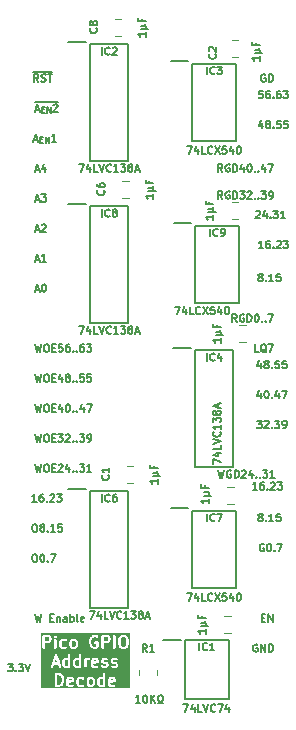
<source format=gto>
%TF.GenerationSoftware,KiCad,Pcbnew,8.0.7*%
%TF.CreationDate,2025-04-21T20:06:42+02:00*%
%TF.ProjectId,GPIO Address Decode,4750494f-2041-4646-9472-657373204465,rev?*%
%TF.SameCoordinates,PX6d01460PY32de760*%
%TF.FileFunction,Legend,Top*%
%TF.FilePolarity,Positive*%
%FSLAX46Y46*%
G04 Gerber Fmt 4.6, Leading zero omitted, Abs format (unit mm)*
G04 Created by KiCad (PCBNEW 8.0.7) date 2025-04-21 20:06:42*
%MOMM*%
%LPD*%
G01*
G04 APERTURE LIST*
%ADD10C,0.150000*%
%ADD11C,0.200000*%
%ADD12C,0.120000*%
G04 APERTURE END LIST*
D10*
X1362636Y-2644534D02*
X1665017Y-2644534D01*
X1302160Y-2825963D02*
X1513826Y-2190963D01*
X1513826Y-2190963D02*
X1725493Y-2825963D01*
X1906922Y-2630020D02*
X2076255Y-2630020D01*
X2148827Y-2896115D02*
X1906922Y-2896115D01*
X1906922Y-2896115D02*
X1906922Y-2388115D01*
X1906922Y-2388115D02*
X2148827Y-2388115D01*
X2366541Y-2896115D02*
X2366541Y-2388115D01*
X2366541Y-2388115D02*
X2656827Y-2896115D01*
X2656827Y-2896115D02*
X2656827Y-2388115D01*
X2898731Y-2251439D02*
X2928969Y-2221201D01*
X2928969Y-2221201D02*
X2989445Y-2190963D01*
X2989445Y-2190963D02*
X3140636Y-2190963D01*
X3140636Y-2190963D02*
X3201112Y-2221201D01*
X3201112Y-2221201D02*
X3231350Y-2251439D01*
X3231350Y-2251439D02*
X3261588Y-2311915D01*
X3261588Y-2311915D02*
X3261588Y-2372391D01*
X3261588Y-2372391D02*
X3231350Y-2463105D01*
X3231350Y-2463105D02*
X2868493Y-2825963D01*
X2868493Y-2825963D02*
X3261588Y-2825963D01*
X1305184Y-2014675D02*
X3319041Y-2014675D01*
X16816506Y-33178963D02*
X16967696Y-33813963D01*
X16967696Y-33813963D02*
X17088649Y-33360391D01*
X17088649Y-33360391D02*
X17209601Y-33813963D01*
X17209601Y-33813963D02*
X17360792Y-33178963D01*
X17935315Y-33209201D02*
X17874839Y-33178963D01*
X17874839Y-33178963D02*
X17784125Y-33178963D01*
X17784125Y-33178963D02*
X17693410Y-33209201D01*
X17693410Y-33209201D02*
X17632934Y-33269677D01*
X17632934Y-33269677D02*
X17602696Y-33330153D01*
X17602696Y-33330153D02*
X17572458Y-33451105D01*
X17572458Y-33451105D02*
X17572458Y-33541820D01*
X17572458Y-33541820D02*
X17602696Y-33662772D01*
X17602696Y-33662772D02*
X17632934Y-33723248D01*
X17632934Y-33723248D02*
X17693410Y-33783725D01*
X17693410Y-33783725D02*
X17784125Y-33813963D01*
X17784125Y-33813963D02*
X17844601Y-33813963D01*
X17844601Y-33813963D02*
X17935315Y-33783725D01*
X17935315Y-33783725D02*
X17965553Y-33753486D01*
X17965553Y-33753486D02*
X17965553Y-33541820D01*
X17965553Y-33541820D02*
X17844601Y-33541820D01*
X18237696Y-33813963D02*
X18237696Y-33178963D01*
X18237696Y-33178963D02*
X18388886Y-33178963D01*
X18388886Y-33178963D02*
X18479601Y-33209201D01*
X18479601Y-33209201D02*
X18540077Y-33269677D01*
X18540077Y-33269677D02*
X18570315Y-33330153D01*
X18570315Y-33330153D02*
X18600553Y-33451105D01*
X18600553Y-33451105D02*
X18600553Y-33541820D01*
X18600553Y-33541820D02*
X18570315Y-33662772D01*
X18570315Y-33662772D02*
X18540077Y-33723248D01*
X18540077Y-33723248D02*
X18479601Y-33783725D01*
X18479601Y-33783725D02*
X18388886Y-33813963D01*
X18388886Y-33813963D02*
X18237696Y-33813963D01*
X18842458Y-33239439D02*
X18872696Y-33209201D01*
X18872696Y-33209201D02*
X18933172Y-33178963D01*
X18933172Y-33178963D02*
X19084363Y-33178963D01*
X19084363Y-33178963D02*
X19144839Y-33209201D01*
X19144839Y-33209201D02*
X19175077Y-33239439D01*
X19175077Y-33239439D02*
X19205315Y-33299915D01*
X19205315Y-33299915D02*
X19205315Y-33360391D01*
X19205315Y-33360391D02*
X19175077Y-33451105D01*
X19175077Y-33451105D02*
X18812220Y-33813963D01*
X18812220Y-33813963D02*
X19205315Y-33813963D01*
X19749601Y-33390629D02*
X19749601Y-33813963D01*
X19598410Y-33148725D02*
X19447220Y-33602296D01*
X19447220Y-33602296D02*
X19840315Y-33602296D01*
X20082220Y-33753486D02*
X20112458Y-33783725D01*
X20112458Y-33783725D02*
X20082220Y-33813963D01*
X20082220Y-33813963D02*
X20051982Y-33783725D01*
X20051982Y-33783725D02*
X20082220Y-33753486D01*
X20082220Y-33753486D02*
X20082220Y-33813963D01*
X20384601Y-33753486D02*
X20414839Y-33783725D01*
X20414839Y-33783725D02*
X20384601Y-33813963D01*
X20384601Y-33813963D02*
X20354363Y-33783725D01*
X20354363Y-33783725D02*
X20384601Y-33753486D01*
X20384601Y-33753486D02*
X20384601Y-33813963D01*
X20626506Y-33178963D02*
X21019601Y-33178963D01*
X21019601Y-33178963D02*
X20807934Y-33420867D01*
X20807934Y-33420867D02*
X20898649Y-33420867D01*
X20898649Y-33420867D02*
X20959125Y-33451105D01*
X20959125Y-33451105D02*
X20989363Y-33481344D01*
X20989363Y-33481344D02*
X21019601Y-33541820D01*
X21019601Y-33541820D02*
X21019601Y-33693010D01*
X21019601Y-33693010D02*
X20989363Y-33753486D01*
X20989363Y-33753486D02*
X20959125Y-33783725D01*
X20959125Y-33783725D02*
X20898649Y-33813963D01*
X20898649Y-33813963D02*
X20717220Y-33813963D01*
X20717220Y-33813963D02*
X20656744Y-33783725D01*
X20656744Y-33783725D02*
X20626506Y-33753486D01*
X21624363Y-33813963D02*
X21261506Y-33813963D01*
X21442934Y-33813963D02*
X21442934Y-33178963D01*
X21442934Y-33178963D02*
X21382458Y-33269677D01*
X21382458Y-33269677D02*
X21321982Y-33330153D01*
X21321982Y-33330153D02*
X21261506Y-33360391D01*
X20287839Y-23145963D02*
X19985458Y-23145963D01*
X19985458Y-23145963D02*
X19985458Y-22510963D01*
X20922839Y-23206439D02*
X20862363Y-23176201D01*
X20862363Y-23176201D02*
X20801887Y-23115725D01*
X20801887Y-23115725D02*
X20711173Y-23025010D01*
X20711173Y-23025010D02*
X20650696Y-22994772D01*
X20650696Y-22994772D02*
X20590220Y-22994772D01*
X20620458Y-23145963D02*
X20559982Y-23115725D01*
X20559982Y-23115725D02*
X20499506Y-23055248D01*
X20499506Y-23055248D02*
X20469268Y-22934296D01*
X20469268Y-22934296D02*
X20469268Y-22722629D01*
X20469268Y-22722629D02*
X20499506Y-22601677D01*
X20499506Y-22601677D02*
X20559982Y-22541201D01*
X20559982Y-22541201D02*
X20620458Y-22510963D01*
X20620458Y-22510963D02*
X20741411Y-22510963D01*
X20741411Y-22510963D02*
X20801887Y-22541201D01*
X20801887Y-22541201D02*
X20862363Y-22601677D01*
X20862363Y-22601677D02*
X20892601Y-22722629D01*
X20892601Y-22722629D02*
X20892601Y-22934296D01*
X20892601Y-22934296D02*
X20862363Y-23055248D01*
X20862363Y-23055248D02*
X20801887Y-23115725D01*
X20801887Y-23115725D02*
X20741411Y-23145963D01*
X20741411Y-23145963D02*
X20620458Y-23145963D01*
X21104268Y-22510963D02*
X21527601Y-22510963D01*
X21527601Y-22510963D02*
X21255458Y-23145963D01*
X20463220Y-26659629D02*
X20463220Y-27082963D01*
X20312029Y-26417725D02*
X20160839Y-26871296D01*
X20160839Y-26871296D02*
X20553934Y-26871296D01*
X20916791Y-26447963D02*
X20977268Y-26447963D01*
X20977268Y-26447963D02*
X21037744Y-26478201D01*
X21037744Y-26478201D02*
X21067982Y-26508439D01*
X21067982Y-26508439D02*
X21098220Y-26568915D01*
X21098220Y-26568915D02*
X21128458Y-26689867D01*
X21128458Y-26689867D02*
X21128458Y-26841058D01*
X21128458Y-26841058D02*
X21098220Y-26962010D01*
X21098220Y-26962010D02*
X21067982Y-27022486D01*
X21067982Y-27022486D02*
X21037744Y-27052725D01*
X21037744Y-27052725D02*
X20977268Y-27082963D01*
X20977268Y-27082963D02*
X20916791Y-27082963D01*
X20916791Y-27082963D02*
X20856315Y-27052725D01*
X20856315Y-27052725D02*
X20826077Y-27022486D01*
X20826077Y-27022486D02*
X20795839Y-26962010D01*
X20795839Y-26962010D02*
X20765601Y-26841058D01*
X20765601Y-26841058D02*
X20765601Y-26689867D01*
X20765601Y-26689867D02*
X20795839Y-26568915D01*
X20795839Y-26568915D02*
X20826077Y-26508439D01*
X20826077Y-26508439D02*
X20856315Y-26478201D01*
X20856315Y-26478201D02*
X20916791Y-26447963D01*
X21400601Y-27022486D02*
X21430839Y-27052725D01*
X21430839Y-27052725D02*
X21400601Y-27082963D01*
X21400601Y-27082963D02*
X21370363Y-27052725D01*
X21370363Y-27052725D02*
X21400601Y-27022486D01*
X21400601Y-27022486D02*
X21400601Y-27082963D01*
X21975125Y-26659629D02*
X21975125Y-27082963D01*
X21823934Y-26417725D02*
X21672744Y-26871296D01*
X21672744Y-26871296D02*
X22065839Y-26871296D01*
X22247268Y-26447963D02*
X22670601Y-26447963D01*
X22670601Y-26447963D02*
X22398458Y-27082963D01*
X20590220Y-3799629D02*
X20590220Y-4222963D01*
X20439029Y-3557725D02*
X20287839Y-4011296D01*
X20287839Y-4011296D02*
X20680934Y-4011296D01*
X21013553Y-3860105D02*
X20953077Y-3829867D01*
X20953077Y-3829867D02*
X20922839Y-3799629D01*
X20922839Y-3799629D02*
X20892601Y-3739153D01*
X20892601Y-3739153D02*
X20892601Y-3708915D01*
X20892601Y-3708915D02*
X20922839Y-3648439D01*
X20922839Y-3648439D02*
X20953077Y-3618201D01*
X20953077Y-3618201D02*
X21013553Y-3587963D01*
X21013553Y-3587963D02*
X21134506Y-3587963D01*
X21134506Y-3587963D02*
X21194982Y-3618201D01*
X21194982Y-3618201D02*
X21225220Y-3648439D01*
X21225220Y-3648439D02*
X21255458Y-3708915D01*
X21255458Y-3708915D02*
X21255458Y-3739153D01*
X21255458Y-3739153D02*
X21225220Y-3799629D01*
X21225220Y-3799629D02*
X21194982Y-3829867D01*
X21194982Y-3829867D02*
X21134506Y-3860105D01*
X21134506Y-3860105D02*
X21013553Y-3860105D01*
X21013553Y-3860105D02*
X20953077Y-3890344D01*
X20953077Y-3890344D02*
X20922839Y-3920582D01*
X20922839Y-3920582D02*
X20892601Y-3981058D01*
X20892601Y-3981058D02*
X20892601Y-4102010D01*
X20892601Y-4102010D02*
X20922839Y-4162486D01*
X20922839Y-4162486D02*
X20953077Y-4192725D01*
X20953077Y-4192725D02*
X21013553Y-4222963D01*
X21013553Y-4222963D02*
X21134506Y-4222963D01*
X21134506Y-4222963D02*
X21194982Y-4192725D01*
X21194982Y-4192725D02*
X21225220Y-4162486D01*
X21225220Y-4162486D02*
X21255458Y-4102010D01*
X21255458Y-4102010D02*
X21255458Y-3981058D01*
X21255458Y-3981058D02*
X21225220Y-3920582D01*
X21225220Y-3920582D02*
X21194982Y-3890344D01*
X21194982Y-3890344D02*
X21134506Y-3860105D01*
X21527601Y-4162486D02*
X21557839Y-4192725D01*
X21557839Y-4192725D02*
X21527601Y-4222963D01*
X21527601Y-4222963D02*
X21497363Y-4192725D01*
X21497363Y-4192725D02*
X21527601Y-4162486D01*
X21527601Y-4162486D02*
X21527601Y-4222963D01*
X22132363Y-3587963D02*
X21829982Y-3587963D01*
X21829982Y-3587963D02*
X21799744Y-3890344D01*
X21799744Y-3890344D02*
X21829982Y-3860105D01*
X21829982Y-3860105D02*
X21890458Y-3829867D01*
X21890458Y-3829867D02*
X22041649Y-3829867D01*
X22041649Y-3829867D02*
X22102125Y-3860105D01*
X22102125Y-3860105D02*
X22132363Y-3890344D01*
X22132363Y-3890344D02*
X22162601Y-3950820D01*
X22162601Y-3950820D02*
X22162601Y-4102010D01*
X22162601Y-4102010D02*
X22132363Y-4162486D01*
X22132363Y-4162486D02*
X22102125Y-4192725D01*
X22102125Y-4192725D02*
X22041649Y-4222963D01*
X22041649Y-4222963D02*
X21890458Y-4222963D01*
X21890458Y-4222963D02*
X21829982Y-4192725D01*
X21829982Y-4192725D02*
X21799744Y-4162486D01*
X22737125Y-3587963D02*
X22434744Y-3587963D01*
X22434744Y-3587963D02*
X22404506Y-3890344D01*
X22404506Y-3890344D02*
X22434744Y-3860105D01*
X22434744Y-3860105D02*
X22495220Y-3829867D01*
X22495220Y-3829867D02*
X22646411Y-3829867D01*
X22646411Y-3829867D02*
X22706887Y-3860105D01*
X22706887Y-3860105D02*
X22737125Y-3890344D01*
X22737125Y-3890344D02*
X22767363Y-3950820D01*
X22767363Y-3950820D02*
X22767363Y-4102010D01*
X22767363Y-4102010D02*
X22737125Y-4162486D01*
X22737125Y-4162486D02*
X22706887Y-4192725D01*
X22706887Y-4192725D02*
X22646411Y-4222963D01*
X22646411Y-4222963D02*
X22495220Y-4222963D01*
X22495220Y-4222963D02*
X22434744Y-4192725D01*
X22434744Y-4192725D02*
X22404506Y-4162486D01*
X20378553Y-16814105D02*
X20318077Y-16783867D01*
X20318077Y-16783867D02*
X20287839Y-16753629D01*
X20287839Y-16753629D02*
X20257601Y-16693153D01*
X20257601Y-16693153D02*
X20257601Y-16662915D01*
X20257601Y-16662915D02*
X20287839Y-16602439D01*
X20287839Y-16602439D02*
X20318077Y-16572201D01*
X20318077Y-16572201D02*
X20378553Y-16541963D01*
X20378553Y-16541963D02*
X20499506Y-16541963D01*
X20499506Y-16541963D02*
X20559982Y-16572201D01*
X20559982Y-16572201D02*
X20590220Y-16602439D01*
X20590220Y-16602439D02*
X20620458Y-16662915D01*
X20620458Y-16662915D02*
X20620458Y-16693153D01*
X20620458Y-16693153D02*
X20590220Y-16753629D01*
X20590220Y-16753629D02*
X20559982Y-16783867D01*
X20559982Y-16783867D02*
X20499506Y-16814105D01*
X20499506Y-16814105D02*
X20378553Y-16814105D01*
X20378553Y-16814105D02*
X20318077Y-16844344D01*
X20318077Y-16844344D02*
X20287839Y-16874582D01*
X20287839Y-16874582D02*
X20257601Y-16935058D01*
X20257601Y-16935058D02*
X20257601Y-17056010D01*
X20257601Y-17056010D02*
X20287839Y-17116486D01*
X20287839Y-17116486D02*
X20318077Y-17146725D01*
X20318077Y-17146725D02*
X20378553Y-17176963D01*
X20378553Y-17176963D02*
X20499506Y-17176963D01*
X20499506Y-17176963D02*
X20559982Y-17146725D01*
X20559982Y-17146725D02*
X20590220Y-17116486D01*
X20590220Y-17116486D02*
X20620458Y-17056010D01*
X20620458Y-17056010D02*
X20620458Y-16935058D01*
X20620458Y-16935058D02*
X20590220Y-16874582D01*
X20590220Y-16874582D02*
X20559982Y-16844344D01*
X20559982Y-16844344D02*
X20499506Y-16814105D01*
X20892601Y-17116486D02*
X20922839Y-17146725D01*
X20922839Y-17146725D02*
X20892601Y-17176963D01*
X20892601Y-17176963D02*
X20862363Y-17146725D01*
X20862363Y-17146725D02*
X20892601Y-17116486D01*
X20892601Y-17116486D02*
X20892601Y-17176963D01*
X21527601Y-17176963D02*
X21164744Y-17176963D01*
X21346172Y-17176963D02*
X21346172Y-16541963D01*
X21346172Y-16541963D02*
X21285696Y-16632677D01*
X21285696Y-16632677D02*
X21225220Y-16693153D01*
X21225220Y-16693153D02*
X21164744Y-16723391D01*
X22102125Y-16541963D02*
X21799744Y-16541963D01*
X21799744Y-16541963D02*
X21769506Y-16844344D01*
X21769506Y-16844344D02*
X21799744Y-16814105D01*
X21799744Y-16814105D02*
X21860220Y-16783867D01*
X21860220Y-16783867D02*
X22011411Y-16783867D01*
X22011411Y-16783867D02*
X22071887Y-16814105D01*
X22071887Y-16814105D02*
X22102125Y-16844344D01*
X22102125Y-16844344D02*
X22132363Y-16904820D01*
X22132363Y-16904820D02*
X22132363Y-17056010D01*
X22132363Y-17056010D02*
X22102125Y-17116486D01*
X22102125Y-17116486D02*
X22071887Y-17146725D01*
X22071887Y-17146725D02*
X22011411Y-17176963D01*
X22011411Y-17176963D02*
X21860220Y-17176963D01*
X21860220Y-17176963D02*
X21799744Y-17146725D01*
X21799744Y-17146725D02*
X21769506Y-17116486D01*
X20650696Y-14382963D02*
X20287839Y-14382963D01*
X20469267Y-14382963D02*
X20469267Y-13747963D01*
X20469267Y-13747963D02*
X20408791Y-13838677D01*
X20408791Y-13838677D02*
X20348315Y-13899153D01*
X20348315Y-13899153D02*
X20287839Y-13929391D01*
X21194982Y-13747963D02*
X21074029Y-13747963D01*
X21074029Y-13747963D02*
X21013553Y-13778201D01*
X21013553Y-13778201D02*
X20983315Y-13808439D01*
X20983315Y-13808439D02*
X20922839Y-13899153D01*
X20922839Y-13899153D02*
X20892601Y-14020105D01*
X20892601Y-14020105D02*
X20892601Y-14262010D01*
X20892601Y-14262010D02*
X20922839Y-14322486D01*
X20922839Y-14322486D02*
X20953077Y-14352725D01*
X20953077Y-14352725D02*
X21013553Y-14382963D01*
X21013553Y-14382963D02*
X21134506Y-14382963D01*
X21134506Y-14382963D02*
X21194982Y-14352725D01*
X21194982Y-14352725D02*
X21225220Y-14322486D01*
X21225220Y-14322486D02*
X21255458Y-14262010D01*
X21255458Y-14262010D02*
X21255458Y-14110820D01*
X21255458Y-14110820D02*
X21225220Y-14050344D01*
X21225220Y-14050344D02*
X21194982Y-14020105D01*
X21194982Y-14020105D02*
X21134506Y-13989867D01*
X21134506Y-13989867D02*
X21013553Y-13989867D01*
X21013553Y-13989867D02*
X20953077Y-14020105D01*
X20953077Y-14020105D02*
X20922839Y-14050344D01*
X20922839Y-14050344D02*
X20892601Y-14110820D01*
X21527601Y-14322486D02*
X21557839Y-14352725D01*
X21557839Y-14352725D02*
X21527601Y-14382963D01*
X21527601Y-14382963D02*
X21497363Y-14352725D01*
X21497363Y-14352725D02*
X21527601Y-14322486D01*
X21527601Y-14322486D02*
X21527601Y-14382963D01*
X21799744Y-13808439D02*
X21829982Y-13778201D01*
X21829982Y-13778201D02*
X21890458Y-13747963D01*
X21890458Y-13747963D02*
X22041649Y-13747963D01*
X22041649Y-13747963D02*
X22102125Y-13778201D01*
X22102125Y-13778201D02*
X22132363Y-13808439D01*
X22132363Y-13808439D02*
X22162601Y-13868915D01*
X22162601Y-13868915D02*
X22162601Y-13929391D01*
X22162601Y-13929391D02*
X22132363Y-14020105D01*
X22132363Y-14020105D02*
X21769506Y-14382963D01*
X21769506Y-14382963D02*
X22162601Y-14382963D01*
X22374268Y-13747963D02*
X22767363Y-13747963D01*
X22767363Y-13747963D02*
X22555696Y-13989867D01*
X22555696Y-13989867D02*
X22646411Y-13989867D01*
X22646411Y-13989867D02*
X22706887Y-14020105D01*
X22706887Y-14020105D02*
X22737125Y-14050344D01*
X22737125Y-14050344D02*
X22767363Y-14110820D01*
X22767363Y-14110820D02*
X22767363Y-14262010D01*
X22767363Y-14262010D02*
X22737125Y-14322486D01*
X22737125Y-14322486D02*
X22706887Y-14352725D01*
X22706887Y-14352725D02*
X22646411Y-14382963D01*
X22646411Y-14382963D02*
X22464982Y-14382963D01*
X22464982Y-14382963D02*
X22404506Y-14352725D01*
X22404506Y-14352725D02*
X22374268Y-14322486D01*
X1362636Y-12804534D02*
X1665017Y-12804534D01*
X1302160Y-12985963D02*
X1513826Y-12350963D01*
X1513826Y-12350963D02*
X1725493Y-12985963D01*
X1906922Y-12411439D02*
X1937160Y-12381201D01*
X1937160Y-12381201D02*
X1997636Y-12350963D01*
X1997636Y-12350963D02*
X2148827Y-12350963D01*
X2148827Y-12350963D02*
X2209303Y-12381201D01*
X2209303Y-12381201D02*
X2239541Y-12411439D01*
X2239541Y-12411439D02*
X2269779Y-12471915D01*
X2269779Y-12471915D02*
X2269779Y-12532391D01*
X2269779Y-12532391D02*
X2239541Y-12623105D01*
X2239541Y-12623105D02*
X1876684Y-12985963D01*
X1876684Y-12985963D02*
X2269779Y-12985963D01*
X1362636Y-17884534D02*
X1665017Y-17884534D01*
X1302160Y-18065963D02*
X1513826Y-17430963D01*
X1513826Y-17430963D02*
X1725493Y-18065963D01*
X2058112Y-17430963D02*
X2118589Y-17430963D01*
X2118589Y-17430963D02*
X2179065Y-17461201D01*
X2179065Y-17461201D02*
X2209303Y-17491439D01*
X2209303Y-17491439D02*
X2239541Y-17551915D01*
X2239541Y-17551915D02*
X2269779Y-17672867D01*
X2269779Y-17672867D02*
X2269779Y-17824058D01*
X2269779Y-17824058D02*
X2239541Y-17945010D01*
X2239541Y-17945010D02*
X2209303Y-18005486D01*
X2209303Y-18005486D02*
X2179065Y-18035725D01*
X2179065Y-18035725D02*
X2118589Y-18065963D01*
X2118589Y-18065963D02*
X2058112Y-18065963D01*
X2058112Y-18065963D02*
X1997636Y-18035725D01*
X1997636Y-18035725D02*
X1967398Y-18005486D01*
X1967398Y-18005486D02*
X1937160Y-17945010D01*
X1937160Y-17945010D02*
X1906922Y-17824058D01*
X1906922Y-17824058D02*
X1906922Y-17672867D01*
X1906922Y-17672867D02*
X1937160Y-17551915D01*
X1937160Y-17551915D02*
X1967398Y-17491439D01*
X1967398Y-17491439D02*
X1997636Y-17461201D01*
X1997636Y-17461201D02*
X2058112Y-17430963D01*
X1332398Y-25050963D02*
X1483588Y-25685963D01*
X1483588Y-25685963D02*
X1604541Y-25232391D01*
X1604541Y-25232391D02*
X1725493Y-25685963D01*
X1725493Y-25685963D02*
X1876684Y-25050963D01*
X2239540Y-25050963D02*
X2360493Y-25050963D01*
X2360493Y-25050963D02*
X2420969Y-25081201D01*
X2420969Y-25081201D02*
X2481445Y-25141677D01*
X2481445Y-25141677D02*
X2511683Y-25262629D01*
X2511683Y-25262629D02*
X2511683Y-25474296D01*
X2511683Y-25474296D02*
X2481445Y-25595248D01*
X2481445Y-25595248D02*
X2420969Y-25655725D01*
X2420969Y-25655725D02*
X2360493Y-25685963D01*
X2360493Y-25685963D02*
X2239540Y-25685963D01*
X2239540Y-25685963D02*
X2179064Y-25655725D01*
X2179064Y-25655725D02*
X2118588Y-25595248D01*
X2118588Y-25595248D02*
X2088350Y-25474296D01*
X2088350Y-25474296D02*
X2088350Y-25262629D01*
X2088350Y-25262629D02*
X2118588Y-25141677D01*
X2118588Y-25141677D02*
X2179064Y-25081201D01*
X2179064Y-25081201D02*
X2239540Y-25050963D01*
X2783826Y-25353344D02*
X2995493Y-25353344D01*
X3086207Y-25685963D02*
X2783826Y-25685963D01*
X2783826Y-25685963D02*
X2783826Y-25050963D01*
X2783826Y-25050963D02*
X3086207Y-25050963D01*
X3630493Y-25262629D02*
X3630493Y-25685963D01*
X3479302Y-25020725D02*
X3328112Y-25474296D01*
X3328112Y-25474296D02*
X3721207Y-25474296D01*
X4053826Y-25323105D02*
X3993350Y-25292867D01*
X3993350Y-25292867D02*
X3963112Y-25262629D01*
X3963112Y-25262629D02*
X3932874Y-25202153D01*
X3932874Y-25202153D02*
X3932874Y-25171915D01*
X3932874Y-25171915D02*
X3963112Y-25111439D01*
X3963112Y-25111439D02*
X3993350Y-25081201D01*
X3993350Y-25081201D02*
X4053826Y-25050963D01*
X4053826Y-25050963D02*
X4174779Y-25050963D01*
X4174779Y-25050963D02*
X4235255Y-25081201D01*
X4235255Y-25081201D02*
X4265493Y-25111439D01*
X4265493Y-25111439D02*
X4295731Y-25171915D01*
X4295731Y-25171915D02*
X4295731Y-25202153D01*
X4295731Y-25202153D02*
X4265493Y-25262629D01*
X4265493Y-25262629D02*
X4235255Y-25292867D01*
X4235255Y-25292867D02*
X4174779Y-25323105D01*
X4174779Y-25323105D02*
X4053826Y-25323105D01*
X4053826Y-25323105D02*
X3993350Y-25353344D01*
X3993350Y-25353344D02*
X3963112Y-25383582D01*
X3963112Y-25383582D02*
X3932874Y-25444058D01*
X3932874Y-25444058D02*
X3932874Y-25565010D01*
X3932874Y-25565010D02*
X3963112Y-25625486D01*
X3963112Y-25625486D02*
X3993350Y-25655725D01*
X3993350Y-25655725D02*
X4053826Y-25685963D01*
X4053826Y-25685963D02*
X4174779Y-25685963D01*
X4174779Y-25685963D02*
X4235255Y-25655725D01*
X4235255Y-25655725D02*
X4265493Y-25625486D01*
X4265493Y-25625486D02*
X4295731Y-25565010D01*
X4295731Y-25565010D02*
X4295731Y-25444058D01*
X4295731Y-25444058D02*
X4265493Y-25383582D01*
X4265493Y-25383582D02*
X4235255Y-25353344D01*
X4235255Y-25353344D02*
X4174779Y-25323105D01*
X4567874Y-25625486D02*
X4598112Y-25655725D01*
X4598112Y-25655725D02*
X4567874Y-25685963D01*
X4567874Y-25685963D02*
X4537636Y-25655725D01*
X4537636Y-25655725D02*
X4567874Y-25625486D01*
X4567874Y-25625486D02*
X4567874Y-25685963D01*
X4870255Y-25625486D02*
X4900493Y-25655725D01*
X4900493Y-25655725D02*
X4870255Y-25685963D01*
X4870255Y-25685963D02*
X4840017Y-25655725D01*
X4840017Y-25655725D02*
X4870255Y-25625486D01*
X4870255Y-25625486D02*
X4870255Y-25685963D01*
X5475017Y-25050963D02*
X5172636Y-25050963D01*
X5172636Y-25050963D02*
X5142398Y-25353344D01*
X5142398Y-25353344D02*
X5172636Y-25323105D01*
X5172636Y-25323105D02*
X5233112Y-25292867D01*
X5233112Y-25292867D02*
X5384303Y-25292867D01*
X5384303Y-25292867D02*
X5444779Y-25323105D01*
X5444779Y-25323105D02*
X5475017Y-25353344D01*
X5475017Y-25353344D02*
X5505255Y-25413820D01*
X5505255Y-25413820D02*
X5505255Y-25565010D01*
X5505255Y-25565010D02*
X5475017Y-25625486D01*
X5475017Y-25625486D02*
X5444779Y-25655725D01*
X5444779Y-25655725D02*
X5384303Y-25685963D01*
X5384303Y-25685963D02*
X5233112Y-25685963D01*
X5233112Y-25685963D02*
X5172636Y-25655725D01*
X5172636Y-25655725D02*
X5142398Y-25625486D01*
X6079779Y-25050963D02*
X5777398Y-25050963D01*
X5777398Y-25050963D02*
X5747160Y-25353344D01*
X5747160Y-25353344D02*
X5777398Y-25323105D01*
X5777398Y-25323105D02*
X5837874Y-25292867D01*
X5837874Y-25292867D02*
X5989065Y-25292867D01*
X5989065Y-25292867D02*
X6049541Y-25323105D01*
X6049541Y-25323105D02*
X6079779Y-25353344D01*
X6079779Y-25353344D02*
X6110017Y-25413820D01*
X6110017Y-25413820D02*
X6110017Y-25565010D01*
X6110017Y-25565010D02*
X6079779Y-25625486D01*
X6079779Y-25625486D02*
X6049541Y-25655725D01*
X6049541Y-25655725D02*
X5989065Y-25685963D01*
X5989065Y-25685963D02*
X5837874Y-25685963D01*
X5837874Y-25685963D02*
X5777398Y-25655725D01*
X5777398Y-25655725D02*
X5747160Y-25625486D01*
X1362636Y-7724534D02*
X1665017Y-7724534D01*
X1302160Y-7905963D02*
X1513826Y-7270963D01*
X1513826Y-7270963D02*
X1725493Y-7905963D01*
X2209303Y-7482629D02*
X2209303Y-7905963D01*
X2058112Y-7240725D02*
X1906922Y-7694296D01*
X1906922Y-7694296D02*
X2300017Y-7694296D01*
X1332398Y-30130963D02*
X1483588Y-30765963D01*
X1483588Y-30765963D02*
X1604541Y-30312391D01*
X1604541Y-30312391D02*
X1725493Y-30765963D01*
X1725493Y-30765963D02*
X1876684Y-30130963D01*
X2239540Y-30130963D02*
X2360493Y-30130963D01*
X2360493Y-30130963D02*
X2420969Y-30161201D01*
X2420969Y-30161201D02*
X2481445Y-30221677D01*
X2481445Y-30221677D02*
X2511683Y-30342629D01*
X2511683Y-30342629D02*
X2511683Y-30554296D01*
X2511683Y-30554296D02*
X2481445Y-30675248D01*
X2481445Y-30675248D02*
X2420969Y-30735725D01*
X2420969Y-30735725D02*
X2360493Y-30765963D01*
X2360493Y-30765963D02*
X2239540Y-30765963D01*
X2239540Y-30765963D02*
X2179064Y-30735725D01*
X2179064Y-30735725D02*
X2118588Y-30675248D01*
X2118588Y-30675248D02*
X2088350Y-30554296D01*
X2088350Y-30554296D02*
X2088350Y-30342629D01*
X2088350Y-30342629D02*
X2118588Y-30221677D01*
X2118588Y-30221677D02*
X2179064Y-30161201D01*
X2179064Y-30161201D02*
X2239540Y-30130963D01*
X2783826Y-30433344D02*
X2995493Y-30433344D01*
X3086207Y-30765963D02*
X2783826Y-30765963D01*
X2783826Y-30765963D02*
X2783826Y-30130963D01*
X2783826Y-30130963D02*
X3086207Y-30130963D01*
X3297874Y-30130963D02*
X3690969Y-30130963D01*
X3690969Y-30130963D02*
X3479302Y-30372867D01*
X3479302Y-30372867D02*
X3570017Y-30372867D01*
X3570017Y-30372867D02*
X3630493Y-30403105D01*
X3630493Y-30403105D02*
X3660731Y-30433344D01*
X3660731Y-30433344D02*
X3690969Y-30493820D01*
X3690969Y-30493820D02*
X3690969Y-30645010D01*
X3690969Y-30645010D02*
X3660731Y-30705486D01*
X3660731Y-30705486D02*
X3630493Y-30735725D01*
X3630493Y-30735725D02*
X3570017Y-30765963D01*
X3570017Y-30765963D02*
X3388588Y-30765963D01*
X3388588Y-30765963D02*
X3328112Y-30735725D01*
X3328112Y-30735725D02*
X3297874Y-30705486D01*
X3932874Y-30191439D02*
X3963112Y-30161201D01*
X3963112Y-30161201D02*
X4023588Y-30130963D01*
X4023588Y-30130963D02*
X4174779Y-30130963D01*
X4174779Y-30130963D02*
X4235255Y-30161201D01*
X4235255Y-30161201D02*
X4265493Y-30191439D01*
X4265493Y-30191439D02*
X4295731Y-30251915D01*
X4295731Y-30251915D02*
X4295731Y-30312391D01*
X4295731Y-30312391D02*
X4265493Y-30403105D01*
X4265493Y-30403105D02*
X3902636Y-30765963D01*
X3902636Y-30765963D02*
X4295731Y-30765963D01*
X4567874Y-30705486D02*
X4598112Y-30735725D01*
X4598112Y-30735725D02*
X4567874Y-30765963D01*
X4567874Y-30765963D02*
X4537636Y-30735725D01*
X4537636Y-30735725D02*
X4567874Y-30705486D01*
X4567874Y-30705486D02*
X4567874Y-30765963D01*
X4870255Y-30705486D02*
X4900493Y-30735725D01*
X4900493Y-30735725D02*
X4870255Y-30765963D01*
X4870255Y-30765963D02*
X4840017Y-30735725D01*
X4840017Y-30735725D02*
X4870255Y-30705486D01*
X4870255Y-30705486D02*
X4870255Y-30765963D01*
X5112160Y-30130963D02*
X5505255Y-30130963D01*
X5505255Y-30130963D02*
X5293588Y-30372867D01*
X5293588Y-30372867D02*
X5384303Y-30372867D01*
X5384303Y-30372867D02*
X5444779Y-30403105D01*
X5444779Y-30403105D02*
X5475017Y-30433344D01*
X5475017Y-30433344D02*
X5505255Y-30493820D01*
X5505255Y-30493820D02*
X5505255Y-30645010D01*
X5505255Y-30645010D02*
X5475017Y-30705486D01*
X5475017Y-30705486D02*
X5444779Y-30735725D01*
X5444779Y-30735725D02*
X5384303Y-30765963D01*
X5384303Y-30765963D02*
X5202874Y-30765963D01*
X5202874Y-30765963D02*
X5142398Y-30735725D01*
X5142398Y-30735725D02*
X5112160Y-30705486D01*
X5807636Y-30765963D02*
X5928588Y-30765963D01*
X5928588Y-30765963D02*
X5989065Y-30735725D01*
X5989065Y-30735725D02*
X6019303Y-30705486D01*
X6019303Y-30705486D02*
X6079779Y-30614772D01*
X6079779Y-30614772D02*
X6110017Y-30493820D01*
X6110017Y-30493820D02*
X6110017Y-30251915D01*
X6110017Y-30251915D02*
X6079779Y-30191439D01*
X6079779Y-30191439D02*
X6049541Y-30161201D01*
X6049541Y-30161201D02*
X5989065Y-30130963D01*
X5989065Y-30130963D02*
X5868112Y-30130963D01*
X5868112Y-30130963D02*
X5807636Y-30161201D01*
X5807636Y-30161201D02*
X5777398Y-30191439D01*
X5777398Y-30191439D02*
X5747160Y-30251915D01*
X5747160Y-30251915D02*
X5747160Y-30403105D01*
X5747160Y-30403105D02*
X5777398Y-30463582D01*
X5777398Y-30463582D02*
X5807636Y-30493820D01*
X5807636Y-30493820D02*
X5868112Y-30524058D01*
X5868112Y-30524058D02*
X5989065Y-30524058D01*
X5989065Y-30524058D02*
X6049541Y-30493820D01*
X6049541Y-30493820D02*
X6079779Y-30463582D01*
X6079779Y-30463582D02*
X6110017Y-30403105D01*
D11*
G36*
X3462551Y-50564240D02*
G01*
X3529624Y-50631313D01*
X3565076Y-50702218D01*
X3607047Y-50870099D01*
X3607047Y-50988337D01*
X3565076Y-51156218D01*
X3529623Y-51227124D01*
X3462552Y-51294197D01*
X3357487Y-51329219D01*
X3235619Y-51329219D01*
X3235619Y-50529219D01*
X3357487Y-50529219D01*
X3462551Y-50564240D01*
G37*
G36*
X4442035Y-50884707D02*
G01*
X4459485Y-50919607D01*
X4188000Y-50973904D01*
X4188000Y-50929016D01*
X4210155Y-50884706D01*
X4254464Y-50862552D01*
X4397726Y-50862552D01*
X4442035Y-50884707D01*
G37*
G36*
X6171621Y-50892357D02*
G01*
X6196290Y-50917025D01*
X6226095Y-50976635D01*
X6226095Y-51215135D01*
X6196290Y-51274743D01*
X6171621Y-51299413D01*
X6112012Y-51329219D01*
X6016369Y-51329219D01*
X5956759Y-51299414D01*
X5932092Y-51274746D01*
X5902286Y-51215134D01*
X5902286Y-50976635D01*
X5932091Y-50917025D01*
X5956759Y-50892356D01*
X6016369Y-50862552D01*
X6112012Y-50862552D01*
X6171621Y-50892357D01*
G37*
G36*
X7083238Y-50871974D02*
G01*
X7083238Y-51319796D01*
X7064393Y-51329219D01*
X6921131Y-51329219D01*
X6861521Y-51299414D01*
X6836854Y-51274746D01*
X6807048Y-51215134D01*
X6807048Y-50976635D01*
X6836853Y-50917025D01*
X6861521Y-50892356D01*
X6921131Y-50862552D01*
X7064393Y-50862552D01*
X7083238Y-50871974D01*
G37*
G36*
X7965845Y-50884707D02*
G01*
X7983295Y-50919607D01*
X7711810Y-50973904D01*
X7711810Y-50929016D01*
X7733965Y-50884706D01*
X7778274Y-50862552D01*
X7921536Y-50862552D01*
X7965845Y-50884707D01*
G37*
G36*
X4130856Y-49262030D02*
G01*
X4130856Y-49709852D01*
X4112011Y-49719275D01*
X3968749Y-49719275D01*
X3909139Y-49689470D01*
X3884472Y-49664802D01*
X3854666Y-49605190D01*
X3854666Y-49366691D01*
X3884471Y-49307081D01*
X3909139Y-49282412D01*
X3968749Y-49252608D01*
X4112011Y-49252608D01*
X4130856Y-49262030D01*
G37*
G36*
X5035618Y-49262030D02*
G01*
X5035618Y-49709852D01*
X5016773Y-49719275D01*
X4873511Y-49719275D01*
X4813901Y-49689470D01*
X4789234Y-49664802D01*
X4759428Y-49605190D01*
X4759428Y-49366691D01*
X4789233Y-49307081D01*
X4813901Y-49282412D01*
X4873511Y-49252608D01*
X5016773Y-49252608D01*
X5035618Y-49262030D01*
G37*
G36*
X6537273Y-49274763D02*
G01*
X6554723Y-49309663D01*
X6283238Y-49363960D01*
X6283238Y-49319072D01*
X6305393Y-49274762D01*
X6349702Y-49252608D01*
X6492964Y-49252608D01*
X6537273Y-49274763D01*
G37*
G36*
X3234971Y-49433560D02*
G01*
X3036266Y-49433560D01*
X3135618Y-49135502D01*
X3234971Y-49433560D01*
G37*
G36*
X4719240Y-47672469D02*
G01*
X4743909Y-47697137D01*
X4773714Y-47756747D01*
X4773714Y-47995247D01*
X4743909Y-48054855D01*
X4719240Y-48079525D01*
X4659631Y-48109331D01*
X4563988Y-48109331D01*
X4504378Y-48079526D01*
X4479711Y-48054858D01*
X4449905Y-47995246D01*
X4449905Y-47756747D01*
X4479710Y-47697137D01*
X4504378Y-47672468D01*
X4563988Y-47642664D01*
X4659631Y-47642664D01*
X4719240Y-47672469D01*
G37*
G36*
X8957334Y-47339135D02*
G01*
X9021513Y-47403314D01*
X9059428Y-47554973D01*
X9059428Y-47863687D01*
X9021512Y-48015347D01*
X8957336Y-48079525D01*
X8897726Y-48109331D01*
X8754464Y-48109331D01*
X8694854Y-48079526D01*
X8630677Y-48015348D01*
X8592762Y-47863687D01*
X8592762Y-47554974D01*
X8630677Y-47403314D01*
X8694856Y-47339135D01*
X8754464Y-47309331D01*
X8897726Y-47309331D01*
X8957334Y-47339135D01*
G37*
G36*
X2481145Y-47339136D02*
G01*
X2505814Y-47363804D01*
X2535619Y-47423414D01*
X2535619Y-47519057D01*
X2505814Y-47578666D01*
X2481145Y-47603334D01*
X2421536Y-47633140D01*
X2164191Y-47633140D01*
X2164191Y-47309331D01*
X2421536Y-47309331D01*
X2481145Y-47339136D01*
G37*
G36*
X7481145Y-47339136D02*
G01*
X7505814Y-47363804D01*
X7535619Y-47423414D01*
X7535619Y-47519057D01*
X7505814Y-47578666D01*
X7481145Y-47603334D01*
X7421536Y-47633140D01*
X7164191Y-47633140D01*
X7164191Y-47309331D01*
X7421536Y-47309331D01*
X7481145Y-47339136D01*
G37*
G36*
X9370539Y-51640330D02*
G01*
X1853080Y-51640330D01*
X1853080Y-50429219D01*
X3035619Y-50429219D01*
X3035619Y-51429219D01*
X3037540Y-51448728D01*
X3052472Y-51484776D01*
X3080062Y-51512366D01*
X3116110Y-51527298D01*
X3135619Y-51529219D01*
X3373714Y-51529219D01*
X3383587Y-51528246D01*
X3386221Y-51528434D01*
X3389684Y-51527646D01*
X3393223Y-51527298D01*
X3395665Y-51526286D01*
X3405337Y-51524087D01*
X3548193Y-51476468D01*
X3566094Y-51468477D01*
X3568809Y-51466122D01*
X3572129Y-51464747D01*
X3587282Y-51452310D01*
X3682520Y-51357071D01*
X3688812Y-51349404D01*
X3690809Y-51347673D01*
X3692702Y-51344665D01*
X3694957Y-51341918D01*
X3695968Y-51339476D01*
X3701252Y-51331082D01*
X3748871Y-51235845D01*
X3749417Y-51234416D01*
X3749847Y-51233837D01*
X3752768Y-51225660D01*
X3755877Y-51217536D01*
X3755928Y-51216815D01*
X3756442Y-51215377D01*
X3804061Y-51024901D01*
X3804561Y-51021519D01*
X3805126Y-51020156D01*
X3805849Y-51012805D01*
X3806929Y-51005508D01*
X3806711Y-51004049D01*
X3807047Y-51000647D01*
X3807047Y-50905409D01*
X3988000Y-50905409D01*
X3988000Y-51286361D01*
X3989921Y-51305870D01*
X3991296Y-51309190D01*
X3991551Y-51312773D01*
X3998557Y-51331082D01*
X4046176Y-51426321D01*
X4048229Y-51429584D01*
X4048743Y-51431123D01*
X4050405Y-51433039D01*
X4056619Y-51442911D01*
X4066090Y-51451125D01*
X4074307Y-51460600D01*
X4084177Y-51466812D01*
X4086095Y-51468476D01*
X4087635Y-51468989D01*
X4090898Y-51471043D01*
X4186135Y-51518662D01*
X4204444Y-51525668D01*
X4208027Y-51525922D01*
X4211348Y-51527298D01*
X4230857Y-51529219D01*
X4421333Y-51529219D01*
X4440842Y-51527298D01*
X4444162Y-51525922D01*
X4447746Y-51525668D01*
X4466054Y-51518662D01*
X4561292Y-51471043D01*
X4577882Y-51460600D01*
X4603447Y-51431123D01*
X4615785Y-51394107D01*
X4613020Y-51355187D01*
X4595571Y-51320289D01*
X4566094Y-51294724D01*
X4529078Y-51282385D01*
X4490158Y-51285151D01*
X4471849Y-51292157D01*
X4397726Y-51329219D01*
X4254464Y-51329219D01*
X4210154Y-51307064D01*
X4188000Y-51262754D01*
X4188000Y-51177865D01*
X4583696Y-51098726D01*
X4583699Y-51098726D01*
X4583701Y-51098724D01*
X4583801Y-51098705D01*
X4602555Y-51092995D01*
X4610695Y-51087543D01*
X4619747Y-51083794D01*
X4626748Y-51076792D01*
X4634974Y-51071284D01*
X4640408Y-51063132D01*
X4647337Y-51056204D01*
X4651126Y-51047056D01*
X4656618Y-51038819D01*
X4658519Y-51029208D01*
X4662269Y-51020156D01*
X4664190Y-51000647D01*
X4664190Y-50953028D01*
X4845143Y-50953028D01*
X4845143Y-51238742D01*
X4847064Y-51258251D01*
X4848439Y-51261571D01*
X4848694Y-51265155D01*
X4855700Y-51283463D01*
X4903319Y-51378701D01*
X4908602Y-51387093D01*
X4909614Y-51389537D01*
X4911870Y-51392286D01*
X4913762Y-51395291D01*
X4915756Y-51397020D01*
X4922051Y-51404690D01*
X4969669Y-51452310D01*
X4977337Y-51458603D01*
X4979069Y-51460600D01*
X4982077Y-51462493D01*
X4984823Y-51464747D01*
X4987263Y-51465757D01*
X4995660Y-51471043D01*
X5090897Y-51518662D01*
X5109206Y-51525668D01*
X5112789Y-51525922D01*
X5116110Y-51527298D01*
X5135619Y-51529219D01*
X5326095Y-51529219D01*
X5345604Y-51527298D01*
X5348924Y-51525922D01*
X5352508Y-51525668D01*
X5370816Y-51518662D01*
X5466054Y-51471043D01*
X5482644Y-51460600D01*
X5508209Y-51431123D01*
X5520547Y-51394107D01*
X5517782Y-51355187D01*
X5500333Y-51320289D01*
X5470856Y-51294724D01*
X5433840Y-51282385D01*
X5394920Y-51285151D01*
X5376611Y-51292157D01*
X5302488Y-51329219D01*
X5159226Y-51329219D01*
X5099616Y-51299414D01*
X5074949Y-51274746D01*
X5045143Y-51215134D01*
X5045143Y-50976635D01*
X5056947Y-50953028D01*
X5702286Y-50953028D01*
X5702286Y-51238742D01*
X5704207Y-51258251D01*
X5705582Y-51261571D01*
X5705837Y-51265155D01*
X5712843Y-51283463D01*
X5760462Y-51378701D01*
X5765745Y-51387093D01*
X5766757Y-51389537D01*
X5769013Y-51392286D01*
X5770905Y-51395291D01*
X5772899Y-51397020D01*
X5779194Y-51404690D01*
X5826812Y-51452310D01*
X5834480Y-51458603D01*
X5836212Y-51460600D01*
X5839220Y-51462493D01*
X5841966Y-51464747D01*
X5844406Y-51465757D01*
X5852803Y-51471043D01*
X5948040Y-51518662D01*
X5966349Y-51525668D01*
X5969932Y-51525922D01*
X5973253Y-51527298D01*
X5992762Y-51529219D01*
X6135619Y-51529219D01*
X6155128Y-51527298D01*
X6158448Y-51525922D01*
X6162032Y-51525668D01*
X6180340Y-51518662D01*
X6275578Y-51471043D01*
X6283973Y-51465758D01*
X6286415Y-51464747D01*
X6289162Y-51462491D01*
X6292168Y-51460600D01*
X6293898Y-51458605D01*
X6301568Y-51452310D01*
X6349187Y-51404690D01*
X6355479Y-51397023D01*
X6357476Y-51395292D01*
X6359369Y-51392284D01*
X6361624Y-51389537D01*
X6362635Y-51387095D01*
X6367919Y-51378701D01*
X6415538Y-51283464D01*
X6422544Y-51265155D01*
X6422798Y-51261571D01*
X6424174Y-51258251D01*
X6426095Y-51238742D01*
X6426095Y-50953028D01*
X6607048Y-50953028D01*
X6607048Y-51238742D01*
X6608969Y-51258251D01*
X6610344Y-51261571D01*
X6610599Y-51265155D01*
X6617605Y-51283463D01*
X6665224Y-51378701D01*
X6670507Y-51387093D01*
X6671519Y-51389537D01*
X6673775Y-51392286D01*
X6675667Y-51395291D01*
X6677661Y-51397020D01*
X6683956Y-51404690D01*
X6731574Y-51452310D01*
X6739242Y-51458603D01*
X6740974Y-51460600D01*
X6743982Y-51462493D01*
X6746728Y-51464747D01*
X6749168Y-51465757D01*
X6757565Y-51471043D01*
X6852802Y-51518662D01*
X6871111Y-51525668D01*
X6874694Y-51525922D01*
X6878015Y-51527298D01*
X6897524Y-51529219D01*
X7088000Y-51529219D01*
X7107509Y-51527298D01*
X7110829Y-51525922D01*
X7114413Y-51525668D01*
X7132721Y-51518662D01*
X7137324Y-51516360D01*
X7163729Y-51527298D01*
X7202747Y-51527298D01*
X7238795Y-51512366D01*
X7266385Y-51484776D01*
X7281317Y-51448728D01*
X7283238Y-51429219D01*
X7283238Y-50905409D01*
X7511810Y-50905409D01*
X7511810Y-51286361D01*
X7513731Y-51305870D01*
X7515106Y-51309190D01*
X7515361Y-51312773D01*
X7522367Y-51331082D01*
X7569986Y-51426321D01*
X7572039Y-51429584D01*
X7572553Y-51431123D01*
X7574215Y-51433039D01*
X7580429Y-51442911D01*
X7589900Y-51451125D01*
X7598117Y-51460600D01*
X7607987Y-51466812D01*
X7609905Y-51468476D01*
X7611445Y-51468989D01*
X7614708Y-51471043D01*
X7709945Y-51518662D01*
X7728254Y-51525668D01*
X7731837Y-51525922D01*
X7735158Y-51527298D01*
X7754667Y-51529219D01*
X7945143Y-51529219D01*
X7964652Y-51527298D01*
X7967972Y-51525922D01*
X7971556Y-51525668D01*
X7989864Y-51518662D01*
X8085102Y-51471043D01*
X8101692Y-51460600D01*
X8127257Y-51431123D01*
X8139595Y-51394107D01*
X8136830Y-51355187D01*
X8119381Y-51320289D01*
X8089904Y-51294724D01*
X8052888Y-51282385D01*
X8013968Y-51285151D01*
X7995659Y-51292157D01*
X7921536Y-51329219D01*
X7778274Y-51329219D01*
X7733964Y-51307064D01*
X7711810Y-51262754D01*
X7711810Y-51177865D01*
X8107506Y-51098726D01*
X8107509Y-51098726D01*
X8107511Y-51098724D01*
X8107611Y-51098705D01*
X8126365Y-51092995D01*
X8134505Y-51087543D01*
X8143557Y-51083794D01*
X8150558Y-51076792D01*
X8158784Y-51071284D01*
X8164218Y-51063132D01*
X8171147Y-51056204D01*
X8174936Y-51047056D01*
X8180428Y-51038819D01*
X8182329Y-51029208D01*
X8186079Y-51020156D01*
X8188000Y-51000647D01*
X8188000Y-50905409D01*
X8186079Y-50885900D01*
X8184703Y-50882579D01*
X8184449Y-50878996D01*
X8177443Y-50860687D01*
X8129824Y-50765450D01*
X8127769Y-50762186D01*
X8127257Y-50760648D01*
X8125595Y-50758732D01*
X8119381Y-50748859D01*
X8109905Y-50740641D01*
X8101692Y-50731171D01*
X8091820Y-50724957D01*
X8089904Y-50723295D01*
X8088365Y-50722781D01*
X8085102Y-50720728D01*
X7989864Y-50673109D01*
X7971556Y-50666103D01*
X7967972Y-50665848D01*
X7964652Y-50664473D01*
X7945143Y-50662552D01*
X7754667Y-50662552D01*
X7735158Y-50664473D01*
X7731837Y-50665848D01*
X7728254Y-50666103D01*
X7709945Y-50673109D01*
X7614708Y-50720728D01*
X7611444Y-50722782D01*
X7609906Y-50723295D01*
X7607990Y-50724956D01*
X7598117Y-50731171D01*
X7589899Y-50740646D01*
X7580429Y-50748860D01*
X7574215Y-50758731D01*
X7572553Y-50760648D01*
X7572039Y-50762186D01*
X7569986Y-50765450D01*
X7522367Y-50860688D01*
X7515361Y-50878996D01*
X7515106Y-50882579D01*
X7513731Y-50885900D01*
X7511810Y-50905409D01*
X7283238Y-50905409D01*
X7283238Y-50429219D01*
X7281317Y-50409710D01*
X7266385Y-50373662D01*
X7238795Y-50346072D01*
X7202747Y-50331140D01*
X7163729Y-50331140D01*
X7127681Y-50346072D01*
X7100091Y-50373662D01*
X7085159Y-50409710D01*
X7083238Y-50429219D01*
X7083238Y-50662552D01*
X6897524Y-50662552D01*
X6878015Y-50664473D01*
X6874694Y-50665848D01*
X6871111Y-50666103D01*
X6852802Y-50673109D01*
X6757565Y-50720728D01*
X6749168Y-50726013D01*
X6746728Y-50727024D01*
X6743982Y-50729277D01*
X6740974Y-50731171D01*
X6739241Y-50733168D01*
X6731575Y-50739461D01*
X6683956Y-50787079D01*
X6677661Y-50794749D01*
X6675667Y-50796479D01*
X6673773Y-50799486D01*
X6671520Y-50802233D01*
X6670509Y-50804672D01*
X6665224Y-50813069D01*
X6617605Y-50908307D01*
X6610599Y-50926615D01*
X6610344Y-50930198D01*
X6608969Y-50933519D01*
X6607048Y-50953028D01*
X6426095Y-50953028D01*
X6424174Y-50933519D01*
X6422798Y-50930198D01*
X6422544Y-50926615D01*
X6415538Y-50908306D01*
X6367919Y-50813069D01*
X6362633Y-50804672D01*
X6361623Y-50802232D01*
X6359369Y-50799486D01*
X6357476Y-50796478D01*
X6355478Y-50794745D01*
X6349186Y-50787079D01*
X6301568Y-50739460D01*
X6293897Y-50733165D01*
X6292168Y-50731171D01*
X6289160Y-50729277D01*
X6286414Y-50727024D01*
X6283974Y-50726013D01*
X6275578Y-50720728D01*
X6180340Y-50673109D01*
X6162032Y-50666103D01*
X6158448Y-50665848D01*
X6155128Y-50664473D01*
X6135619Y-50662552D01*
X5992762Y-50662552D01*
X5973253Y-50664473D01*
X5969932Y-50665848D01*
X5966349Y-50666103D01*
X5948040Y-50673109D01*
X5852803Y-50720728D01*
X5844406Y-50726013D01*
X5841966Y-50727024D01*
X5839220Y-50729277D01*
X5836212Y-50731171D01*
X5834479Y-50733168D01*
X5826813Y-50739461D01*
X5779194Y-50787079D01*
X5772899Y-50794749D01*
X5770905Y-50796479D01*
X5769011Y-50799486D01*
X5766758Y-50802233D01*
X5765747Y-50804672D01*
X5760462Y-50813069D01*
X5712843Y-50908307D01*
X5705837Y-50926615D01*
X5705582Y-50930198D01*
X5704207Y-50933519D01*
X5702286Y-50953028D01*
X5056947Y-50953028D01*
X5074948Y-50917025D01*
X5099616Y-50892356D01*
X5159226Y-50862552D01*
X5302488Y-50862552D01*
X5376611Y-50899614D01*
X5394920Y-50906620D01*
X5433840Y-50909386D01*
X5470856Y-50897047D01*
X5500333Y-50871482D01*
X5517782Y-50836584D01*
X5520547Y-50797664D01*
X5508209Y-50760648D01*
X5482644Y-50731171D01*
X5466054Y-50720728D01*
X5370816Y-50673109D01*
X5352508Y-50666103D01*
X5348924Y-50665848D01*
X5345604Y-50664473D01*
X5326095Y-50662552D01*
X5135619Y-50662552D01*
X5116110Y-50664473D01*
X5112789Y-50665848D01*
X5109206Y-50666103D01*
X5090897Y-50673109D01*
X4995660Y-50720728D01*
X4987263Y-50726013D01*
X4984823Y-50727024D01*
X4982077Y-50729277D01*
X4979069Y-50731171D01*
X4977336Y-50733168D01*
X4969670Y-50739461D01*
X4922051Y-50787079D01*
X4915756Y-50794749D01*
X4913762Y-50796479D01*
X4911868Y-50799486D01*
X4909615Y-50802233D01*
X4908604Y-50804672D01*
X4903319Y-50813069D01*
X4855700Y-50908307D01*
X4848694Y-50926615D01*
X4848439Y-50930198D01*
X4847064Y-50933519D01*
X4845143Y-50953028D01*
X4664190Y-50953028D01*
X4664190Y-50905409D01*
X4662269Y-50885900D01*
X4660893Y-50882579D01*
X4660639Y-50878996D01*
X4653633Y-50860687D01*
X4606014Y-50765450D01*
X4603959Y-50762186D01*
X4603447Y-50760648D01*
X4601785Y-50758732D01*
X4595571Y-50748859D01*
X4586095Y-50740641D01*
X4577882Y-50731171D01*
X4568010Y-50724957D01*
X4566094Y-50723295D01*
X4564555Y-50722781D01*
X4561292Y-50720728D01*
X4466054Y-50673109D01*
X4447746Y-50666103D01*
X4444162Y-50665848D01*
X4440842Y-50664473D01*
X4421333Y-50662552D01*
X4230857Y-50662552D01*
X4211348Y-50664473D01*
X4208027Y-50665848D01*
X4204444Y-50666103D01*
X4186135Y-50673109D01*
X4090898Y-50720728D01*
X4087634Y-50722782D01*
X4086096Y-50723295D01*
X4084180Y-50724956D01*
X4074307Y-50731171D01*
X4066089Y-50740646D01*
X4056619Y-50748860D01*
X4050405Y-50758731D01*
X4048743Y-50760648D01*
X4048229Y-50762186D01*
X4046176Y-50765450D01*
X3998557Y-50860688D01*
X3991551Y-50878996D01*
X3991296Y-50882579D01*
X3989921Y-50885900D01*
X3988000Y-50905409D01*
X3807047Y-50905409D01*
X3807047Y-50857790D01*
X3806711Y-50854387D01*
X3806929Y-50852929D01*
X3805849Y-50845631D01*
X3805126Y-50838281D01*
X3804561Y-50836917D01*
X3804061Y-50833536D01*
X3756442Y-50643060D01*
X3755928Y-50641621D01*
X3755877Y-50640901D01*
X3752768Y-50632776D01*
X3749847Y-50624600D01*
X3749417Y-50624020D01*
X3748871Y-50622592D01*
X3701252Y-50527355D01*
X3695965Y-50518956D01*
X3694956Y-50516519D01*
X3692704Y-50513775D01*
X3690809Y-50510764D01*
X3688811Y-50509031D01*
X3682520Y-50501365D01*
X3587282Y-50406127D01*
X3572128Y-50393691D01*
X3568809Y-50392316D01*
X3566094Y-50389961D01*
X3548193Y-50381970D01*
X3405337Y-50334351D01*
X3395665Y-50332151D01*
X3393223Y-50331140D01*
X3389684Y-50330791D01*
X3386221Y-50330004D01*
X3383587Y-50330191D01*
X3373714Y-50329219D01*
X3135619Y-50329219D01*
X3116110Y-50331140D01*
X3080062Y-50346072D01*
X3052472Y-50373662D01*
X3037540Y-50409710D01*
X3035619Y-50429219D01*
X1853080Y-50429219D01*
X1853080Y-49806768D01*
X2703070Y-49806768D01*
X2705836Y-49845688D01*
X2723286Y-49880587D01*
X2752762Y-49906152D01*
X2789778Y-49918490D01*
X2828698Y-49915724D01*
X2863597Y-49898274D01*
X2889162Y-49868798D01*
X2897153Y-49850898D01*
X2969599Y-49633560D01*
X3301637Y-49633560D01*
X3374083Y-49850897D01*
X3382074Y-49868798D01*
X3407639Y-49898274D01*
X3442538Y-49915723D01*
X3481458Y-49918490D01*
X3518474Y-49906151D01*
X3547950Y-49880586D01*
X3565400Y-49845687D01*
X3568166Y-49806767D01*
X3563819Y-49787652D01*
X3415630Y-49343084D01*
X3654666Y-49343084D01*
X3654666Y-49628798D01*
X3656587Y-49648307D01*
X3657962Y-49651627D01*
X3658217Y-49655211D01*
X3665223Y-49673519D01*
X3712842Y-49768757D01*
X3718125Y-49777149D01*
X3719137Y-49779593D01*
X3721393Y-49782342D01*
X3723285Y-49785347D01*
X3725279Y-49787076D01*
X3731574Y-49794746D01*
X3779192Y-49842366D01*
X3786860Y-49848659D01*
X3788592Y-49850656D01*
X3791600Y-49852549D01*
X3794346Y-49854803D01*
X3796786Y-49855813D01*
X3805183Y-49861099D01*
X3900420Y-49908718D01*
X3918729Y-49915724D01*
X3922312Y-49915978D01*
X3925633Y-49917354D01*
X3945142Y-49919275D01*
X4135618Y-49919275D01*
X4155127Y-49917354D01*
X4158447Y-49915978D01*
X4162031Y-49915724D01*
X4180339Y-49908718D01*
X4184942Y-49906416D01*
X4211347Y-49917354D01*
X4250365Y-49917354D01*
X4286413Y-49902422D01*
X4314003Y-49874832D01*
X4328935Y-49838784D01*
X4330856Y-49819275D01*
X4330856Y-49343084D01*
X4559428Y-49343084D01*
X4559428Y-49628798D01*
X4561349Y-49648307D01*
X4562724Y-49651627D01*
X4562979Y-49655211D01*
X4569985Y-49673519D01*
X4617604Y-49768757D01*
X4622887Y-49777149D01*
X4623899Y-49779593D01*
X4626155Y-49782342D01*
X4628047Y-49785347D01*
X4630041Y-49787076D01*
X4636336Y-49794746D01*
X4683954Y-49842366D01*
X4691622Y-49848659D01*
X4693354Y-49850656D01*
X4696362Y-49852549D01*
X4699108Y-49854803D01*
X4701548Y-49855813D01*
X4709945Y-49861099D01*
X4805182Y-49908718D01*
X4823491Y-49915724D01*
X4827074Y-49915978D01*
X4830395Y-49917354D01*
X4849904Y-49919275D01*
X5040380Y-49919275D01*
X5059889Y-49917354D01*
X5063209Y-49915978D01*
X5066793Y-49915724D01*
X5085101Y-49908718D01*
X5089704Y-49906416D01*
X5116109Y-49917354D01*
X5155127Y-49917354D01*
X5191175Y-49902422D01*
X5218765Y-49874832D01*
X5233697Y-49838784D01*
X5235618Y-49819275D01*
X5235618Y-49152608D01*
X5511809Y-49152608D01*
X5511809Y-49819275D01*
X5513730Y-49838784D01*
X5528662Y-49874832D01*
X5556252Y-49902422D01*
X5592300Y-49917354D01*
X5631318Y-49917354D01*
X5667366Y-49902422D01*
X5694956Y-49874832D01*
X5709888Y-49838784D01*
X5711809Y-49819275D01*
X5711809Y-49366691D01*
X5741614Y-49307081D01*
X5753230Y-49295465D01*
X6083238Y-49295465D01*
X6083238Y-49676417D01*
X6085159Y-49695926D01*
X6086534Y-49699246D01*
X6086789Y-49702829D01*
X6093795Y-49721138D01*
X6141414Y-49816377D01*
X6143467Y-49819640D01*
X6143981Y-49821179D01*
X6145643Y-49823095D01*
X6151857Y-49832967D01*
X6161328Y-49841181D01*
X6169545Y-49850656D01*
X6179415Y-49856868D01*
X6181333Y-49858532D01*
X6182873Y-49859045D01*
X6186136Y-49861099D01*
X6281373Y-49908718D01*
X6299682Y-49915724D01*
X6303265Y-49915978D01*
X6306586Y-49917354D01*
X6326095Y-49919275D01*
X6516571Y-49919275D01*
X6536080Y-49917354D01*
X6539400Y-49915978D01*
X6542984Y-49915724D01*
X6561292Y-49908718D01*
X6656530Y-49861099D01*
X6673120Y-49850656D01*
X6698685Y-49821179D01*
X6711023Y-49784163D01*
X6708258Y-49745243D01*
X6690809Y-49710345D01*
X6661332Y-49684780D01*
X6624316Y-49672441D01*
X6585396Y-49675207D01*
X6567087Y-49682213D01*
X6492964Y-49719275D01*
X6349702Y-49719275D01*
X6305392Y-49697120D01*
X6283238Y-49652810D01*
X6283238Y-49567921D01*
X6678934Y-49488782D01*
X6678937Y-49488782D01*
X6678939Y-49488780D01*
X6679039Y-49488761D01*
X6697793Y-49483051D01*
X6705933Y-49477599D01*
X6714985Y-49473850D01*
X6721986Y-49466848D01*
X6730212Y-49461340D01*
X6735646Y-49453188D01*
X6742575Y-49446260D01*
X6746365Y-49437111D01*
X6751856Y-49428875D01*
X6753757Y-49419264D01*
X6757507Y-49410212D01*
X6759428Y-49390703D01*
X6759428Y-49295465D01*
X6940381Y-49295465D01*
X6940381Y-49343084D01*
X6942302Y-49362593D01*
X6943677Y-49365913D01*
X6943932Y-49369497D01*
X6950938Y-49387805D01*
X6998557Y-49483043D01*
X7000610Y-49486306D01*
X7001124Y-49487845D01*
X7002786Y-49489761D01*
X7009000Y-49499633D01*
X7018470Y-49507846D01*
X7026688Y-49517322D01*
X7036561Y-49523536D01*
X7038477Y-49525198D01*
X7040015Y-49525710D01*
X7043279Y-49527765D01*
X7138516Y-49575384D01*
X7156825Y-49582390D01*
X7160408Y-49582644D01*
X7163729Y-49584020D01*
X7183238Y-49585941D01*
X7302488Y-49585941D01*
X7346797Y-49608096D01*
X7368952Y-49652405D01*
X7368952Y-49652810D01*
X7346797Y-49697119D01*
X7302488Y-49719275D01*
X7159226Y-49719275D01*
X7085102Y-49682213D01*
X7066794Y-49675207D01*
X7027874Y-49672441D01*
X6990858Y-49684780D01*
X6961381Y-49710344D01*
X6943932Y-49745243D01*
X6941166Y-49784163D01*
X6953505Y-49821179D01*
X6979069Y-49850656D01*
X6995660Y-49861099D01*
X7090897Y-49908718D01*
X7109206Y-49915724D01*
X7112789Y-49915978D01*
X7116110Y-49917354D01*
X7135619Y-49919275D01*
X7326095Y-49919275D01*
X7345604Y-49917354D01*
X7348924Y-49915978D01*
X7352508Y-49915724D01*
X7370816Y-49908718D01*
X7466054Y-49861099D01*
X7469316Y-49859045D01*
X7470856Y-49858532D01*
X7472772Y-49856869D01*
X7482644Y-49850656D01*
X7490859Y-49841182D01*
X7500333Y-49832967D01*
X7506546Y-49823095D01*
X7508209Y-49821179D01*
X7508721Y-49819640D01*
X7510776Y-49816377D01*
X7558395Y-49721138D01*
X7565401Y-49702830D01*
X7565655Y-49699246D01*
X7567031Y-49695926D01*
X7568952Y-49676417D01*
X7568952Y-49628798D01*
X7567031Y-49609289D01*
X7565655Y-49605968D01*
X7565401Y-49602385D01*
X7558395Y-49584076D01*
X7510776Y-49488839D01*
X7508721Y-49485575D01*
X7508209Y-49484037D01*
X7506547Y-49482121D01*
X7500333Y-49472248D01*
X7490857Y-49464030D01*
X7482644Y-49454560D01*
X7472772Y-49448346D01*
X7470856Y-49446684D01*
X7469317Y-49446170D01*
X7466054Y-49444117D01*
X7370816Y-49396498D01*
X7352508Y-49389492D01*
X7348924Y-49389237D01*
X7345604Y-49387862D01*
X7326095Y-49385941D01*
X7206845Y-49385941D01*
X7162536Y-49363786D01*
X7140381Y-49319476D01*
X7140381Y-49319072D01*
X7162536Y-49274762D01*
X7206845Y-49252608D01*
X7302488Y-49252608D01*
X7376611Y-49289670D01*
X7394920Y-49296676D01*
X7433840Y-49299442D01*
X7445771Y-49295465D01*
X7749905Y-49295465D01*
X7749905Y-49343084D01*
X7751826Y-49362593D01*
X7753201Y-49365913D01*
X7753456Y-49369497D01*
X7760462Y-49387805D01*
X7808081Y-49483043D01*
X7810134Y-49486306D01*
X7810648Y-49487845D01*
X7812310Y-49489761D01*
X7818524Y-49499633D01*
X7827994Y-49507846D01*
X7836212Y-49517322D01*
X7846085Y-49523536D01*
X7848001Y-49525198D01*
X7849539Y-49525710D01*
X7852803Y-49527765D01*
X7948040Y-49575384D01*
X7966349Y-49582390D01*
X7969932Y-49582644D01*
X7973253Y-49584020D01*
X7992762Y-49585941D01*
X8112012Y-49585941D01*
X8156321Y-49608096D01*
X8178476Y-49652405D01*
X8178476Y-49652810D01*
X8156321Y-49697119D01*
X8112012Y-49719275D01*
X7968750Y-49719275D01*
X7894626Y-49682213D01*
X7876318Y-49675207D01*
X7837398Y-49672441D01*
X7800382Y-49684780D01*
X7770905Y-49710344D01*
X7753456Y-49745243D01*
X7750690Y-49784163D01*
X7763029Y-49821179D01*
X7788593Y-49850656D01*
X7805184Y-49861099D01*
X7900421Y-49908718D01*
X7918730Y-49915724D01*
X7922313Y-49915978D01*
X7925634Y-49917354D01*
X7945143Y-49919275D01*
X8135619Y-49919275D01*
X8155128Y-49917354D01*
X8158448Y-49915978D01*
X8162032Y-49915724D01*
X8180340Y-49908718D01*
X8275578Y-49861099D01*
X8278840Y-49859045D01*
X8280380Y-49858532D01*
X8282296Y-49856869D01*
X8292168Y-49850656D01*
X8300383Y-49841182D01*
X8309857Y-49832967D01*
X8316070Y-49823095D01*
X8317733Y-49821179D01*
X8318245Y-49819640D01*
X8320300Y-49816377D01*
X8367919Y-49721138D01*
X8374925Y-49702830D01*
X8375179Y-49699246D01*
X8376555Y-49695926D01*
X8378476Y-49676417D01*
X8378476Y-49628798D01*
X8376555Y-49609289D01*
X8375179Y-49605968D01*
X8374925Y-49602385D01*
X8367919Y-49584076D01*
X8320300Y-49488839D01*
X8318245Y-49485575D01*
X8317733Y-49484037D01*
X8316071Y-49482121D01*
X8309857Y-49472248D01*
X8300381Y-49464030D01*
X8292168Y-49454560D01*
X8282296Y-49448346D01*
X8280380Y-49446684D01*
X8278841Y-49446170D01*
X8275578Y-49444117D01*
X8180340Y-49396498D01*
X8162032Y-49389492D01*
X8158448Y-49389237D01*
X8155128Y-49387862D01*
X8135619Y-49385941D01*
X8016369Y-49385941D01*
X7972060Y-49363786D01*
X7949905Y-49319476D01*
X7949905Y-49319072D01*
X7972060Y-49274762D01*
X8016369Y-49252608D01*
X8112012Y-49252608D01*
X8186135Y-49289670D01*
X8204444Y-49296676D01*
X8243364Y-49299442D01*
X8280380Y-49287103D01*
X8309857Y-49261538D01*
X8327306Y-49226640D01*
X8330071Y-49187720D01*
X8317733Y-49150704D01*
X8292168Y-49121227D01*
X8275578Y-49110784D01*
X8180340Y-49063165D01*
X8162032Y-49056159D01*
X8158448Y-49055904D01*
X8155128Y-49054529D01*
X8135619Y-49052608D01*
X7992762Y-49052608D01*
X7973253Y-49054529D01*
X7969932Y-49055904D01*
X7966349Y-49056159D01*
X7948040Y-49063165D01*
X7852803Y-49110784D01*
X7849539Y-49112838D01*
X7848001Y-49113351D01*
X7846085Y-49115012D01*
X7836212Y-49121227D01*
X7827994Y-49130702D01*
X7818524Y-49138916D01*
X7812310Y-49148787D01*
X7810648Y-49150704D01*
X7810134Y-49152242D01*
X7808081Y-49155506D01*
X7760462Y-49250744D01*
X7753456Y-49269052D01*
X7753201Y-49272635D01*
X7751826Y-49275956D01*
X7749905Y-49295465D01*
X7445771Y-49295465D01*
X7470856Y-49287103D01*
X7500333Y-49261538D01*
X7517782Y-49226640D01*
X7520547Y-49187720D01*
X7508209Y-49150704D01*
X7482644Y-49121227D01*
X7466054Y-49110784D01*
X7370816Y-49063165D01*
X7352508Y-49056159D01*
X7348924Y-49055904D01*
X7345604Y-49054529D01*
X7326095Y-49052608D01*
X7183238Y-49052608D01*
X7163729Y-49054529D01*
X7160408Y-49055904D01*
X7156825Y-49056159D01*
X7138516Y-49063165D01*
X7043279Y-49110784D01*
X7040015Y-49112838D01*
X7038477Y-49113351D01*
X7036561Y-49115012D01*
X7026688Y-49121227D01*
X7018470Y-49130702D01*
X7009000Y-49138916D01*
X7002786Y-49148787D01*
X7001124Y-49150704D01*
X7000610Y-49152242D01*
X6998557Y-49155506D01*
X6950938Y-49250744D01*
X6943932Y-49269052D01*
X6943677Y-49272635D01*
X6942302Y-49275956D01*
X6940381Y-49295465D01*
X6759428Y-49295465D01*
X6757507Y-49275956D01*
X6756131Y-49272635D01*
X6755877Y-49269052D01*
X6748871Y-49250743D01*
X6701252Y-49155506D01*
X6699197Y-49152242D01*
X6698685Y-49150704D01*
X6697023Y-49148788D01*
X6690809Y-49138915D01*
X6681333Y-49130697D01*
X6673120Y-49121227D01*
X6663248Y-49115013D01*
X6661332Y-49113351D01*
X6659793Y-49112837D01*
X6656530Y-49110784D01*
X6561292Y-49063165D01*
X6542984Y-49056159D01*
X6539400Y-49055904D01*
X6536080Y-49054529D01*
X6516571Y-49052608D01*
X6326095Y-49052608D01*
X6306586Y-49054529D01*
X6303265Y-49055904D01*
X6299682Y-49056159D01*
X6281373Y-49063165D01*
X6186136Y-49110784D01*
X6182872Y-49112838D01*
X6181334Y-49113351D01*
X6179418Y-49115012D01*
X6169545Y-49121227D01*
X6161327Y-49130702D01*
X6151857Y-49138916D01*
X6145643Y-49148787D01*
X6143981Y-49150704D01*
X6143467Y-49152242D01*
X6141414Y-49155506D01*
X6093795Y-49250744D01*
X6086789Y-49269052D01*
X6086534Y-49272635D01*
X6085159Y-49275956D01*
X6083238Y-49295465D01*
X5753230Y-49295465D01*
X5766282Y-49282412D01*
X5825892Y-49252608D01*
X5897523Y-49252608D01*
X5917032Y-49250687D01*
X5953080Y-49235755D01*
X5980670Y-49208165D01*
X5995602Y-49172117D01*
X5995602Y-49133099D01*
X5980670Y-49097051D01*
X5953080Y-49069461D01*
X5917032Y-49054529D01*
X5897523Y-49052608D01*
X5802285Y-49052608D01*
X5782776Y-49054529D01*
X5779455Y-49055904D01*
X5775872Y-49056159D01*
X5757563Y-49063165D01*
X5693234Y-49095329D01*
X5667366Y-49069461D01*
X5631318Y-49054529D01*
X5592300Y-49054529D01*
X5556252Y-49069461D01*
X5528662Y-49097051D01*
X5513730Y-49133099D01*
X5511809Y-49152608D01*
X5235618Y-49152608D01*
X5235618Y-48819275D01*
X5233697Y-48799766D01*
X5218765Y-48763718D01*
X5191175Y-48736128D01*
X5155127Y-48721196D01*
X5116109Y-48721196D01*
X5080061Y-48736128D01*
X5052471Y-48763718D01*
X5037539Y-48799766D01*
X5035618Y-48819275D01*
X5035618Y-49052608D01*
X4849904Y-49052608D01*
X4830395Y-49054529D01*
X4827074Y-49055904D01*
X4823491Y-49056159D01*
X4805182Y-49063165D01*
X4709945Y-49110784D01*
X4701548Y-49116069D01*
X4699108Y-49117080D01*
X4696362Y-49119333D01*
X4693354Y-49121227D01*
X4691621Y-49123224D01*
X4683955Y-49129517D01*
X4636336Y-49177135D01*
X4630041Y-49184805D01*
X4628047Y-49186535D01*
X4626153Y-49189542D01*
X4623900Y-49192289D01*
X4622889Y-49194728D01*
X4617604Y-49203125D01*
X4569985Y-49298363D01*
X4562979Y-49316671D01*
X4562724Y-49320254D01*
X4561349Y-49323575D01*
X4559428Y-49343084D01*
X4330856Y-49343084D01*
X4330856Y-48819275D01*
X4328935Y-48799766D01*
X4314003Y-48763718D01*
X4286413Y-48736128D01*
X4250365Y-48721196D01*
X4211347Y-48721196D01*
X4175299Y-48736128D01*
X4147709Y-48763718D01*
X4132777Y-48799766D01*
X4130856Y-48819275D01*
X4130856Y-49052608D01*
X3945142Y-49052608D01*
X3925633Y-49054529D01*
X3922312Y-49055904D01*
X3918729Y-49056159D01*
X3900420Y-49063165D01*
X3805183Y-49110784D01*
X3796786Y-49116069D01*
X3794346Y-49117080D01*
X3791600Y-49119333D01*
X3788592Y-49121227D01*
X3786859Y-49123224D01*
X3779193Y-49129517D01*
X3731574Y-49177135D01*
X3725279Y-49184805D01*
X3723285Y-49186535D01*
X3721391Y-49189542D01*
X3719138Y-49192289D01*
X3718127Y-49194728D01*
X3712842Y-49203125D01*
X3665223Y-49298363D01*
X3658217Y-49316671D01*
X3657962Y-49320254D01*
X3656587Y-49323575D01*
X3654666Y-49343084D01*
X3415630Y-49343084D01*
X3230486Y-48787652D01*
X3222495Y-48769752D01*
X3217810Y-48764350D01*
X3214617Y-48757964D01*
X3205148Y-48749751D01*
X3196930Y-48740276D01*
X3190538Y-48737079D01*
X3185141Y-48732399D01*
X3173247Y-48728434D01*
X3162031Y-48722826D01*
X3154903Y-48722319D01*
X3148125Y-48720060D01*
X3135620Y-48720949D01*
X3123111Y-48720060D01*
X3116329Y-48722320D01*
X3109205Y-48722827D01*
X3097996Y-48728430D01*
X3086095Y-48732398D01*
X3080694Y-48737081D01*
X3074306Y-48740276D01*
X3066090Y-48749747D01*
X3056619Y-48757963D01*
X3053424Y-48764352D01*
X3048741Y-48769752D01*
X3040750Y-48787653D01*
X2707417Y-49787652D01*
X2703070Y-49806768D01*
X1853080Y-49806768D01*
X1853080Y-47209331D01*
X1964191Y-47209331D01*
X1964191Y-48209331D01*
X1966112Y-48228840D01*
X1981044Y-48264888D01*
X2008634Y-48292478D01*
X2044682Y-48307410D01*
X2083700Y-48307410D01*
X2119748Y-48292478D01*
X2147338Y-48264888D01*
X2162270Y-48228840D01*
X2164191Y-48209331D01*
X2164191Y-47833140D01*
X2445143Y-47833140D01*
X2464652Y-47831219D01*
X2467972Y-47829843D01*
X2471556Y-47829589D01*
X2489864Y-47822583D01*
X2585102Y-47774964D01*
X2593498Y-47769678D01*
X2595938Y-47768668D01*
X2598684Y-47766414D01*
X2601692Y-47764521D01*
X2603421Y-47762526D01*
X2611092Y-47756232D01*
X2658710Y-47708613D01*
X2665002Y-47700946D01*
X2667000Y-47699214D01*
X2668893Y-47696205D01*
X2671147Y-47693460D01*
X2672157Y-47691019D01*
X2677443Y-47682623D01*
X2725062Y-47587386D01*
X2732068Y-47569077D01*
X2732322Y-47565493D01*
X2733698Y-47562173D01*
X2735619Y-47542664D01*
X2964191Y-47542664D01*
X2964191Y-48209331D01*
X2966112Y-48228840D01*
X2981044Y-48264888D01*
X3008634Y-48292478D01*
X3044682Y-48307410D01*
X3083700Y-48307410D01*
X3119748Y-48292478D01*
X3147338Y-48264888D01*
X3162270Y-48228840D01*
X3164191Y-48209331D01*
X3164191Y-47733140D01*
X3392762Y-47733140D01*
X3392762Y-48018854D01*
X3394683Y-48038363D01*
X3396058Y-48041683D01*
X3396313Y-48045267D01*
X3403319Y-48063575D01*
X3450938Y-48158813D01*
X3456221Y-48167205D01*
X3457233Y-48169649D01*
X3459489Y-48172398D01*
X3461381Y-48175403D01*
X3463375Y-48177132D01*
X3469670Y-48184802D01*
X3517288Y-48232422D01*
X3524956Y-48238715D01*
X3526688Y-48240712D01*
X3529696Y-48242605D01*
X3532442Y-48244859D01*
X3534882Y-48245869D01*
X3543279Y-48251155D01*
X3638516Y-48298774D01*
X3656825Y-48305780D01*
X3660408Y-48306034D01*
X3663729Y-48307410D01*
X3683238Y-48309331D01*
X3873714Y-48309331D01*
X3893223Y-48307410D01*
X3896543Y-48306034D01*
X3900127Y-48305780D01*
X3918435Y-48298774D01*
X4013673Y-48251155D01*
X4030263Y-48240712D01*
X4055828Y-48211235D01*
X4068166Y-48174219D01*
X4065401Y-48135299D01*
X4047952Y-48100401D01*
X4018475Y-48074836D01*
X3981459Y-48062497D01*
X3942539Y-48065263D01*
X3924230Y-48072269D01*
X3850107Y-48109331D01*
X3706845Y-48109331D01*
X3647235Y-48079526D01*
X3622568Y-48054858D01*
X3592762Y-47995246D01*
X3592762Y-47756747D01*
X3604566Y-47733140D01*
X4249905Y-47733140D01*
X4249905Y-48018854D01*
X4251826Y-48038363D01*
X4253201Y-48041683D01*
X4253456Y-48045267D01*
X4260462Y-48063575D01*
X4308081Y-48158813D01*
X4313364Y-48167205D01*
X4314376Y-48169649D01*
X4316632Y-48172398D01*
X4318524Y-48175403D01*
X4320518Y-48177132D01*
X4326813Y-48184802D01*
X4374431Y-48232422D01*
X4382099Y-48238715D01*
X4383831Y-48240712D01*
X4386839Y-48242605D01*
X4389585Y-48244859D01*
X4392025Y-48245869D01*
X4400422Y-48251155D01*
X4495659Y-48298774D01*
X4513968Y-48305780D01*
X4517551Y-48306034D01*
X4520872Y-48307410D01*
X4540381Y-48309331D01*
X4683238Y-48309331D01*
X4702747Y-48307410D01*
X4706067Y-48306034D01*
X4709651Y-48305780D01*
X4727959Y-48298774D01*
X4823197Y-48251155D01*
X4831592Y-48245870D01*
X4834034Y-48244859D01*
X4836781Y-48242603D01*
X4839787Y-48240712D01*
X4841517Y-48238717D01*
X4849187Y-48232422D01*
X4896806Y-48184802D01*
X4903098Y-48177135D01*
X4905095Y-48175404D01*
X4906988Y-48172396D01*
X4909243Y-48169649D01*
X4910254Y-48167207D01*
X4915538Y-48158813D01*
X4963157Y-48063576D01*
X4970163Y-48045267D01*
X4970417Y-48041683D01*
X4971793Y-48038363D01*
X4973714Y-48018854D01*
X4973714Y-47733140D01*
X4971793Y-47713631D01*
X4970417Y-47710310D01*
X4970163Y-47706727D01*
X4963157Y-47688418D01*
X4937899Y-47637902D01*
X5916572Y-47637902D01*
X5916572Y-47780759D01*
X5916907Y-47784161D01*
X5916690Y-47785620D01*
X5917769Y-47792917D01*
X5918493Y-47800268D01*
X5919057Y-47801631D01*
X5919558Y-47805013D01*
X5967177Y-47995488D01*
X5967690Y-47996925D01*
X5967742Y-47997648D01*
X5970850Y-48005772D01*
X5973772Y-48013949D01*
X5974202Y-48014529D01*
X5974748Y-48015956D01*
X6022367Y-48111194D01*
X6027649Y-48119586D01*
X6028662Y-48122030D01*
X6030918Y-48124779D01*
X6032810Y-48127784D01*
X6034804Y-48129513D01*
X6041099Y-48137183D01*
X6136337Y-48232423D01*
X6151490Y-48244859D01*
X6154809Y-48246234D01*
X6157525Y-48248589D01*
X6175425Y-48256580D01*
X6318282Y-48304199D01*
X6327954Y-48306398D01*
X6330396Y-48307410D01*
X6333933Y-48307758D01*
X6337397Y-48308546D01*
X6340031Y-48308358D01*
X6349905Y-48309331D01*
X6445143Y-48309331D01*
X6455016Y-48308358D01*
X6457650Y-48308546D01*
X6461113Y-48307758D01*
X6464652Y-48307410D01*
X6467094Y-48306398D01*
X6476766Y-48304199D01*
X6619622Y-48256580D01*
X6637523Y-48248589D01*
X6640238Y-48246234D01*
X6643558Y-48244859D01*
X6658711Y-48232422D01*
X6706330Y-48184802D01*
X6718767Y-48169649D01*
X6732214Y-48137183D01*
X6733698Y-48133601D01*
X6735619Y-48114092D01*
X6735619Y-47780759D01*
X6733698Y-47761250D01*
X6718766Y-47725202D01*
X6691176Y-47697612D01*
X6655128Y-47682680D01*
X6635619Y-47680759D01*
X6445143Y-47680759D01*
X6425634Y-47682680D01*
X6389586Y-47697612D01*
X6361996Y-47725202D01*
X6347064Y-47761250D01*
X6347064Y-47800268D01*
X6361996Y-47836316D01*
X6389586Y-47863906D01*
X6425634Y-47878838D01*
X6445143Y-47880759D01*
X6535619Y-47880759D01*
X6535619Y-48072671D01*
X6533980Y-48074309D01*
X6428916Y-48109331D01*
X6366131Y-48109331D01*
X6261066Y-48074309D01*
X6193996Y-48007239D01*
X6158542Y-47936330D01*
X6116572Y-47768449D01*
X6116572Y-47650212D01*
X6158542Y-47482330D01*
X6193995Y-47411424D01*
X6261067Y-47344352D01*
X6366131Y-47309331D01*
X6469155Y-47309331D01*
X6543278Y-47346393D01*
X6561587Y-47353399D01*
X6600507Y-47356165D01*
X6637523Y-47343826D01*
X6667000Y-47318261D01*
X6684449Y-47283363D01*
X6687214Y-47244443D01*
X6675511Y-47209331D01*
X6964191Y-47209331D01*
X6964191Y-48209331D01*
X6966112Y-48228840D01*
X6981044Y-48264888D01*
X7008634Y-48292478D01*
X7044682Y-48307410D01*
X7083700Y-48307410D01*
X7119748Y-48292478D01*
X7147338Y-48264888D01*
X7162270Y-48228840D01*
X7164191Y-48209331D01*
X7164191Y-47833140D01*
X7445143Y-47833140D01*
X7464652Y-47831219D01*
X7467972Y-47829843D01*
X7471556Y-47829589D01*
X7489864Y-47822583D01*
X7585102Y-47774964D01*
X7593498Y-47769678D01*
X7595938Y-47768668D01*
X7598684Y-47766414D01*
X7601692Y-47764521D01*
X7603421Y-47762526D01*
X7611092Y-47756232D01*
X7658710Y-47708613D01*
X7665002Y-47700946D01*
X7667000Y-47699214D01*
X7668893Y-47696205D01*
X7671147Y-47693460D01*
X7672157Y-47691019D01*
X7677443Y-47682623D01*
X7725062Y-47587386D01*
X7732068Y-47569077D01*
X7732322Y-47565493D01*
X7733698Y-47562173D01*
X7735619Y-47542664D01*
X7735619Y-47399807D01*
X7733698Y-47380298D01*
X7732322Y-47376977D01*
X7732068Y-47373394D01*
X7725062Y-47355085D01*
X7677443Y-47259848D01*
X7672157Y-47251451D01*
X7671147Y-47249011D01*
X7668893Y-47246265D01*
X7667000Y-47243257D01*
X7665002Y-47241524D01*
X7658710Y-47233858D01*
X7634184Y-47209331D01*
X7964191Y-47209331D01*
X7964191Y-48209331D01*
X7966112Y-48228840D01*
X7981044Y-48264888D01*
X8008634Y-48292478D01*
X8044682Y-48307410D01*
X8083700Y-48307410D01*
X8119748Y-48292478D01*
X8147338Y-48264888D01*
X8162270Y-48228840D01*
X8164191Y-48209331D01*
X8164191Y-47542664D01*
X8392762Y-47542664D01*
X8392762Y-47875997D01*
X8393097Y-47879399D01*
X8392880Y-47880858D01*
X8393959Y-47888155D01*
X8394683Y-47895506D01*
X8395247Y-47896869D01*
X8395748Y-47900251D01*
X8443367Y-48090726D01*
X8449962Y-48109187D01*
X8454387Y-48115159D01*
X8457233Y-48122030D01*
X8469670Y-48137183D01*
X8564908Y-48232423D01*
X8572576Y-48238716D01*
X8574307Y-48240712D01*
X8577314Y-48242605D01*
X8580061Y-48244859D01*
X8582501Y-48245869D01*
X8590898Y-48251155D01*
X8686135Y-48298774D01*
X8704444Y-48305780D01*
X8708027Y-48306034D01*
X8711348Y-48307410D01*
X8730857Y-48309331D01*
X8921333Y-48309331D01*
X8940842Y-48307410D01*
X8944162Y-48306034D01*
X8947746Y-48305780D01*
X8966054Y-48298774D01*
X9061292Y-48251155D01*
X9069687Y-48245870D01*
X9072129Y-48244859D01*
X9074876Y-48242603D01*
X9077882Y-48240712D01*
X9079612Y-48238717D01*
X9087282Y-48232422D01*
X9182520Y-48137183D01*
X9194957Y-48122030D01*
X9197802Y-48115159D01*
X9202228Y-48109187D01*
X9208823Y-48090727D01*
X9256442Y-47900251D01*
X9256942Y-47896869D01*
X9257507Y-47895506D01*
X9258230Y-47888155D01*
X9259310Y-47880858D01*
X9259092Y-47879399D01*
X9259428Y-47875997D01*
X9259428Y-47542664D01*
X9259092Y-47539261D01*
X9259310Y-47537803D01*
X9258230Y-47530505D01*
X9257507Y-47523155D01*
X9256942Y-47521791D01*
X9256442Y-47518410D01*
X9208823Y-47327934D01*
X9202228Y-47309474D01*
X9197801Y-47303499D01*
X9194956Y-47296631D01*
X9182520Y-47281477D01*
X9087282Y-47186239D01*
X9079611Y-47179944D01*
X9077882Y-47177950D01*
X9074874Y-47176056D01*
X9072128Y-47173803D01*
X9069688Y-47172792D01*
X9061292Y-47167507D01*
X8966054Y-47119888D01*
X8947746Y-47112882D01*
X8944162Y-47112627D01*
X8940842Y-47111252D01*
X8921333Y-47109331D01*
X8730857Y-47109331D01*
X8711348Y-47111252D01*
X8708027Y-47112627D01*
X8704444Y-47112882D01*
X8686135Y-47119888D01*
X8590898Y-47167507D01*
X8582499Y-47172793D01*
X8580062Y-47173803D01*
X8577318Y-47176054D01*
X8574307Y-47177950D01*
X8572574Y-47179947D01*
X8564908Y-47186239D01*
X8469670Y-47281477D01*
X8457234Y-47296631D01*
X8454388Y-47303499D01*
X8449962Y-47309474D01*
X8443367Y-47327935D01*
X8395748Y-47518410D01*
X8395247Y-47521791D01*
X8394683Y-47523155D01*
X8393959Y-47530505D01*
X8392880Y-47537803D01*
X8393097Y-47539261D01*
X8392762Y-47542664D01*
X8164191Y-47542664D01*
X8164191Y-47209331D01*
X8162270Y-47189822D01*
X8147338Y-47153774D01*
X8119748Y-47126184D01*
X8083700Y-47111252D01*
X8044682Y-47111252D01*
X8008634Y-47126184D01*
X7981044Y-47153774D01*
X7966112Y-47189822D01*
X7964191Y-47209331D01*
X7634184Y-47209331D01*
X7611092Y-47186239D01*
X7603421Y-47179944D01*
X7601692Y-47177950D01*
X7598684Y-47176056D01*
X7595938Y-47173803D01*
X7593498Y-47172792D01*
X7585102Y-47167507D01*
X7489864Y-47119888D01*
X7471556Y-47112882D01*
X7467972Y-47112627D01*
X7464652Y-47111252D01*
X7445143Y-47109331D01*
X7064191Y-47109331D01*
X7044682Y-47111252D01*
X7008634Y-47126184D01*
X6981044Y-47153774D01*
X6966112Y-47189822D01*
X6964191Y-47209331D01*
X6675511Y-47209331D01*
X6674876Y-47207427D01*
X6649311Y-47177950D01*
X6632721Y-47167507D01*
X6537483Y-47119888D01*
X6519175Y-47112882D01*
X6515591Y-47112627D01*
X6512271Y-47111252D01*
X6492762Y-47109331D01*
X6349905Y-47109331D01*
X6340031Y-47110303D01*
X6337397Y-47110116D01*
X6333933Y-47110903D01*
X6330396Y-47111252D01*
X6327954Y-47112263D01*
X6318282Y-47114463D01*
X6175425Y-47162082D01*
X6157525Y-47170073D01*
X6154809Y-47172428D01*
X6151491Y-47173803D01*
X6136337Y-47186239D01*
X6041099Y-47281477D01*
X6034804Y-47289147D01*
X6032810Y-47290877D01*
X6030916Y-47293884D01*
X6028663Y-47296631D01*
X6027652Y-47299070D01*
X6022367Y-47307467D01*
X5974748Y-47402705D01*
X5974202Y-47404131D01*
X5973772Y-47404712D01*
X5970850Y-47412888D01*
X5967742Y-47421013D01*
X5967690Y-47421735D01*
X5967177Y-47423173D01*
X5919558Y-47613648D01*
X5919057Y-47617029D01*
X5918493Y-47618393D01*
X5917769Y-47625743D01*
X5916690Y-47633041D01*
X5916907Y-47634499D01*
X5916572Y-47637902D01*
X4937899Y-47637902D01*
X4915538Y-47593181D01*
X4910252Y-47584784D01*
X4909242Y-47582344D01*
X4906988Y-47579598D01*
X4905095Y-47576590D01*
X4903097Y-47574857D01*
X4896805Y-47567191D01*
X4849187Y-47519572D01*
X4841516Y-47513277D01*
X4839787Y-47511283D01*
X4836779Y-47509389D01*
X4834033Y-47507136D01*
X4831593Y-47506125D01*
X4823197Y-47500840D01*
X4727959Y-47453221D01*
X4709651Y-47446215D01*
X4706067Y-47445960D01*
X4702747Y-47444585D01*
X4683238Y-47442664D01*
X4540381Y-47442664D01*
X4520872Y-47444585D01*
X4517551Y-47445960D01*
X4513968Y-47446215D01*
X4495659Y-47453221D01*
X4400422Y-47500840D01*
X4392025Y-47506125D01*
X4389585Y-47507136D01*
X4386839Y-47509389D01*
X4383831Y-47511283D01*
X4382098Y-47513280D01*
X4374432Y-47519573D01*
X4326813Y-47567191D01*
X4320518Y-47574861D01*
X4318524Y-47576591D01*
X4316630Y-47579598D01*
X4314377Y-47582345D01*
X4313366Y-47584784D01*
X4308081Y-47593181D01*
X4260462Y-47688419D01*
X4253456Y-47706727D01*
X4253201Y-47710310D01*
X4251826Y-47713631D01*
X4249905Y-47733140D01*
X3604566Y-47733140D01*
X3622567Y-47697137D01*
X3647235Y-47672468D01*
X3706845Y-47642664D01*
X3850107Y-47642664D01*
X3924230Y-47679726D01*
X3942539Y-47686732D01*
X3981459Y-47689498D01*
X4018475Y-47677159D01*
X4047952Y-47651594D01*
X4065401Y-47616696D01*
X4068166Y-47577776D01*
X4055828Y-47540760D01*
X4030263Y-47511283D01*
X4013673Y-47500840D01*
X3918435Y-47453221D01*
X3900127Y-47446215D01*
X3896543Y-47445960D01*
X3893223Y-47444585D01*
X3873714Y-47442664D01*
X3683238Y-47442664D01*
X3663729Y-47444585D01*
X3660408Y-47445960D01*
X3656825Y-47446215D01*
X3638516Y-47453221D01*
X3543279Y-47500840D01*
X3534882Y-47506125D01*
X3532442Y-47507136D01*
X3529696Y-47509389D01*
X3526688Y-47511283D01*
X3524955Y-47513280D01*
X3517289Y-47519573D01*
X3469670Y-47567191D01*
X3463375Y-47574861D01*
X3461381Y-47576591D01*
X3459487Y-47579598D01*
X3457234Y-47582345D01*
X3456223Y-47584784D01*
X3450938Y-47593181D01*
X3403319Y-47688419D01*
X3396313Y-47706727D01*
X3396058Y-47710310D01*
X3394683Y-47713631D01*
X3392762Y-47733140D01*
X3164191Y-47733140D01*
X3164191Y-47542664D01*
X3162270Y-47523155D01*
X3147338Y-47487107D01*
X3119748Y-47459517D01*
X3083700Y-47444585D01*
X3044682Y-47444585D01*
X3008634Y-47459517D01*
X2981044Y-47487107D01*
X2966112Y-47523155D01*
X2964191Y-47542664D01*
X2735619Y-47542664D01*
X2735619Y-47399807D01*
X2733698Y-47380298D01*
X2732322Y-47376977D01*
X2732068Y-47373394D01*
X2725062Y-47355085D01*
X2677443Y-47259848D01*
X2672157Y-47251451D01*
X2671147Y-47249011D01*
X2668893Y-47246265D01*
X2667000Y-47243257D01*
X2665002Y-47241524D01*
X2661651Y-47237441D01*
X2918493Y-47237441D01*
X2918493Y-47276459D01*
X2933425Y-47312507D01*
X2945861Y-47327661D01*
X2993480Y-47375279D01*
X3008633Y-47387716D01*
X3019191Y-47392089D01*
X3044682Y-47402648D01*
X3083700Y-47402648D01*
X3119748Y-47387716D01*
X3134902Y-47375280D01*
X3182520Y-47327661D01*
X3194957Y-47312508D01*
X3209888Y-47276459D01*
X3209888Y-47237441D01*
X3207028Y-47230537D01*
X3194957Y-47201392D01*
X3182520Y-47186239D01*
X3134902Y-47138620D01*
X3119748Y-47126184D01*
X3083700Y-47111252D01*
X3044682Y-47111252D01*
X3019191Y-47121810D01*
X3008633Y-47126184D01*
X2993480Y-47138621D01*
X2945861Y-47186239D01*
X2933426Y-47201392D01*
X2933425Y-47201393D01*
X2918493Y-47237441D01*
X2661651Y-47237441D01*
X2658710Y-47233858D01*
X2611092Y-47186239D01*
X2603421Y-47179944D01*
X2601692Y-47177950D01*
X2598684Y-47176056D01*
X2595938Y-47173803D01*
X2593498Y-47172792D01*
X2585102Y-47167507D01*
X2489864Y-47119888D01*
X2471556Y-47112882D01*
X2467972Y-47112627D01*
X2464652Y-47111252D01*
X2445143Y-47109331D01*
X2064191Y-47109331D01*
X2044682Y-47111252D01*
X2008634Y-47126184D01*
X1981044Y-47153774D01*
X1966112Y-47189822D01*
X1964191Y-47209331D01*
X1853080Y-47209331D01*
X1853080Y-46998220D01*
X9370539Y-46998220D01*
X9370539Y-51640330D01*
G37*
D10*
X17203553Y-7905963D02*
X16991886Y-7603582D01*
X16840696Y-7905963D02*
X16840696Y-7270963D01*
X16840696Y-7270963D02*
X17082601Y-7270963D01*
X17082601Y-7270963D02*
X17143077Y-7301201D01*
X17143077Y-7301201D02*
X17173315Y-7331439D01*
X17173315Y-7331439D02*
X17203553Y-7391915D01*
X17203553Y-7391915D02*
X17203553Y-7482629D01*
X17203553Y-7482629D02*
X17173315Y-7543105D01*
X17173315Y-7543105D02*
X17143077Y-7573344D01*
X17143077Y-7573344D02*
X17082601Y-7603582D01*
X17082601Y-7603582D02*
X16840696Y-7603582D01*
X17808315Y-7301201D02*
X17747839Y-7270963D01*
X17747839Y-7270963D02*
X17657125Y-7270963D01*
X17657125Y-7270963D02*
X17566410Y-7301201D01*
X17566410Y-7301201D02*
X17505934Y-7361677D01*
X17505934Y-7361677D02*
X17475696Y-7422153D01*
X17475696Y-7422153D02*
X17445458Y-7543105D01*
X17445458Y-7543105D02*
X17445458Y-7633820D01*
X17445458Y-7633820D02*
X17475696Y-7754772D01*
X17475696Y-7754772D02*
X17505934Y-7815248D01*
X17505934Y-7815248D02*
X17566410Y-7875725D01*
X17566410Y-7875725D02*
X17657125Y-7905963D01*
X17657125Y-7905963D02*
X17717601Y-7905963D01*
X17717601Y-7905963D02*
X17808315Y-7875725D01*
X17808315Y-7875725D02*
X17838553Y-7845486D01*
X17838553Y-7845486D02*
X17838553Y-7633820D01*
X17838553Y-7633820D02*
X17717601Y-7633820D01*
X18110696Y-7905963D02*
X18110696Y-7270963D01*
X18110696Y-7270963D02*
X18261886Y-7270963D01*
X18261886Y-7270963D02*
X18352601Y-7301201D01*
X18352601Y-7301201D02*
X18413077Y-7361677D01*
X18413077Y-7361677D02*
X18443315Y-7422153D01*
X18443315Y-7422153D02*
X18473553Y-7543105D01*
X18473553Y-7543105D02*
X18473553Y-7633820D01*
X18473553Y-7633820D02*
X18443315Y-7754772D01*
X18443315Y-7754772D02*
X18413077Y-7815248D01*
X18413077Y-7815248D02*
X18352601Y-7875725D01*
X18352601Y-7875725D02*
X18261886Y-7905963D01*
X18261886Y-7905963D02*
X18110696Y-7905963D01*
X19017839Y-7482629D02*
X19017839Y-7905963D01*
X18866648Y-7240725D02*
X18715458Y-7694296D01*
X18715458Y-7694296D02*
X19108553Y-7694296D01*
X19471410Y-7270963D02*
X19531887Y-7270963D01*
X19531887Y-7270963D02*
X19592363Y-7301201D01*
X19592363Y-7301201D02*
X19622601Y-7331439D01*
X19622601Y-7331439D02*
X19652839Y-7391915D01*
X19652839Y-7391915D02*
X19683077Y-7512867D01*
X19683077Y-7512867D02*
X19683077Y-7664058D01*
X19683077Y-7664058D02*
X19652839Y-7785010D01*
X19652839Y-7785010D02*
X19622601Y-7845486D01*
X19622601Y-7845486D02*
X19592363Y-7875725D01*
X19592363Y-7875725D02*
X19531887Y-7905963D01*
X19531887Y-7905963D02*
X19471410Y-7905963D01*
X19471410Y-7905963D02*
X19410934Y-7875725D01*
X19410934Y-7875725D02*
X19380696Y-7845486D01*
X19380696Y-7845486D02*
X19350458Y-7785010D01*
X19350458Y-7785010D02*
X19320220Y-7664058D01*
X19320220Y-7664058D02*
X19320220Y-7512867D01*
X19320220Y-7512867D02*
X19350458Y-7391915D01*
X19350458Y-7391915D02*
X19380696Y-7331439D01*
X19380696Y-7331439D02*
X19410934Y-7301201D01*
X19410934Y-7301201D02*
X19471410Y-7270963D01*
X19955220Y-7845486D02*
X19985458Y-7875725D01*
X19985458Y-7875725D02*
X19955220Y-7905963D01*
X19955220Y-7905963D02*
X19924982Y-7875725D01*
X19924982Y-7875725D02*
X19955220Y-7845486D01*
X19955220Y-7845486D02*
X19955220Y-7905963D01*
X20257601Y-7845486D02*
X20287839Y-7875725D01*
X20287839Y-7875725D02*
X20257601Y-7905963D01*
X20257601Y-7905963D02*
X20227363Y-7875725D01*
X20227363Y-7875725D02*
X20257601Y-7845486D01*
X20257601Y-7845486D02*
X20257601Y-7905963D01*
X20832125Y-7482629D02*
X20832125Y-7905963D01*
X20680934Y-7240725D02*
X20529744Y-7694296D01*
X20529744Y-7694296D02*
X20922839Y-7694296D01*
X21104268Y-7270963D02*
X21527601Y-7270963D01*
X21527601Y-7270963D02*
X21255458Y-7905963D01*
X20130601Y-28987963D02*
X20523696Y-28987963D01*
X20523696Y-28987963D02*
X20312029Y-29229867D01*
X20312029Y-29229867D02*
X20402744Y-29229867D01*
X20402744Y-29229867D02*
X20463220Y-29260105D01*
X20463220Y-29260105D02*
X20493458Y-29290344D01*
X20493458Y-29290344D02*
X20523696Y-29350820D01*
X20523696Y-29350820D02*
X20523696Y-29502010D01*
X20523696Y-29502010D02*
X20493458Y-29562486D01*
X20493458Y-29562486D02*
X20463220Y-29592725D01*
X20463220Y-29592725D02*
X20402744Y-29622963D01*
X20402744Y-29622963D02*
X20221315Y-29622963D01*
X20221315Y-29622963D02*
X20160839Y-29592725D01*
X20160839Y-29592725D02*
X20130601Y-29562486D01*
X20765601Y-29048439D02*
X20795839Y-29018201D01*
X20795839Y-29018201D02*
X20856315Y-28987963D01*
X20856315Y-28987963D02*
X21007506Y-28987963D01*
X21007506Y-28987963D02*
X21067982Y-29018201D01*
X21067982Y-29018201D02*
X21098220Y-29048439D01*
X21098220Y-29048439D02*
X21128458Y-29108915D01*
X21128458Y-29108915D02*
X21128458Y-29169391D01*
X21128458Y-29169391D02*
X21098220Y-29260105D01*
X21098220Y-29260105D02*
X20735363Y-29622963D01*
X20735363Y-29622963D02*
X21128458Y-29622963D01*
X21400601Y-29562486D02*
X21430839Y-29592725D01*
X21430839Y-29592725D02*
X21400601Y-29622963D01*
X21400601Y-29622963D02*
X21370363Y-29592725D01*
X21370363Y-29592725D02*
X21400601Y-29562486D01*
X21400601Y-29562486D02*
X21400601Y-29622963D01*
X21642506Y-28987963D02*
X22035601Y-28987963D01*
X22035601Y-28987963D02*
X21823934Y-29229867D01*
X21823934Y-29229867D02*
X21914649Y-29229867D01*
X21914649Y-29229867D02*
X21975125Y-29260105D01*
X21975125Y-29260105D02*
X22005363Y-29290344D01*
X22005363Y-29290344D02*
X22035601Y-29350820D01*
X22035601Y-29350820D02*
X22035601Y-29502010D01*
X22035601Y-29502010D02*
X22005363Y-29562486D01*
X22005363Y-29562486D02*
X21975125Y-29592725D01*
X21975125Y-29592725D02*
X21914649Y-29622963D01*
X21914649Y-29622963D02*
X21733220Y-29622963D01*
X21733220Y-29622963D02*
X21672744Y-29592725D01*
X21672744Y-29592725D02*
X21642506Y-29562486D01*
X22337982Y-29622963D02*
X22458934Y-29622963D01*
X22458934Y-29622963D02*
X22519411Y-29592725D01*
X22519411Y-29592725D02*
X22549649Y-29562486D01*
X22549649Y-29562486D02*
X22610125Y-29471772D01*
X22610125Y-29471772D02*
X22640363Y-29350820D01*
X22640363Y-29350820D02*
X22640363Y-29108915D01*
X22640363Y-29108915D02*
X22610125Y-29048439D01*
X22610125Y-29048439D02*
X22579887Y-29018201D01*
X22579887Y-29018201D02*
X22519411Y-28987963D01*
X22519411Y-28987963D02*
X22398458Y-28987963D01*
X22398458Y-28987963D02*
X22337982Y-29018201D01*
X22337982Y-29018201D02*
X22307744Y-29048439D01*
X22307744Y-29048439D02*
X22277506Y-29108915D01*
X22277506Y-29108915D02*
X22277506Y-29260105D01*
X22277506Y-29260105D02*
X22307744Y-29320582D01*
X22307744Y-29320582D02*
X22337982Y-29350820D01*
X22337982Y-29350820D02*
X22398458Y-29381058D01*
X22398458Y-29381058D02*
X22519411Y-29381058D01*
X22519411Y-29381058D02*
X22579887Y-29350820D01*
X22579887Y-29350820D02*
X22610125Y-29320582D01*
X22610125Y-29320582D02*
X22640363Y-29260105D01*
X1259826Y-37750963D02*
X1380779Y-37750963D01*
X1380779Y-37750963D02*
X1441255Y-37781201D01*
X1441255Y-37781201D02*
X1501731Y-37841677D01*
X1501731Y-37841677D02*
X1531969Y-37962629D01*
X1531969Y-37962629D02*
X1531969Y-38174296D01*
X1531969Y-38174296D02*
X1501731Y-38295248D01*
X1501731Y-38295248D02*
X1441255Y-38355725D01*
X1441255Y-38355725D02*
X1380779Y-38385963D01*
X1380779Y-38385963D02*
X1259826Y-38385963D01*
X1259826Y-38385963D02*
X1199350Y-38355725D01*
X1199350Y-38355725D02*
X1138874Y-38295248D01*
X1138874Y-38295248D02*
X1108636Y-38174296D01*
X1108636Y-38174296D02*
X1108636Y-37962629D01*
X1108636Y-37962629D02*
X1138874Y-37841677D01*
X1138874Y-37841677D02*
X1199350Y-37781201D01*
X1199350Y-37781201D02*
X1259826Y-37750963D01*
X1894826Y-38023105D02*
X1834350Y-37992867D01*
X1834350Y-37992867D02*
X1804112Y-37962629D01*
X1804112Y-37962629D02*
X1773874Y-37902153D01*
X1773874Y-37902153D02*
X1773874Y-37871915D01*
X1773874Y-37871915D02*
X1804112Y-37811439D01*
X1804112Y-37811439D02*
X1834350Y-37781201D01*
X1834350Y-37781201D02*
X1894826Y-37750963D01*
X1894826Y-37750963D02*
X2015779Y-37750963D01*
X2015779Y-37750963D02*
X2076255Y-37781201D01*
X2076255Y-37781201D02*
X2106493Y-37811439D01*
X2106493Y-37811439D02*
X2136731Y-37871915D01*
X2136731Y-37871915D02*
X2136731Y-37902153D01*
X2136731Y-37902153D02*
X2106493Y-37962629D01*
X2106493Y-37962629D02*
X2076255Y-37992867D01*
X2076255Y-37992867D02*
X2015779Y-38023105D01*
X2015779Y-38023105D02*
X1894826Y-38023105D01*
X1894826Y-38023105D02*
X1834350Y-38053344D01*
X1834350Y-38053344D02*
X1804112Y-38083582D01*
X1804112Y-38083582D02*
X1773874Y-38144058D01*
X1773874Y-38144058D02*
X1773874Y-38265010D01*
X1773874Y-38265010D02*
X1804112Y-38325486D01*
X1804112Y-38325486D02*
X1834350Y-38355725D01*
X1834350Y-38355725D02*
X1894826Y-38385963D01*
X1894826Y-38385963D02*
X2015779Y-38385963D01*
X2015779Y-38385963D02*
X2076255Y-38355725D01*
X2076255Y-38355725D02*
X2106493Y-38325486D01*
X2106493Y-38325486D02*
X2136731Y-38265010D01*
X2136731Y-38265010D02*
X2136731Y-38144058D01*
X2136731Y-38144058D02*
X2106493Y-38083582D01*
X2106493Y-38083582D02*
X2076255Y-38053344D01*
X2076255Y-38053344D02*
X2015779Y-38023105D01*
X2408874Y-38325486D02*
X2439112Y-38355725D01*
X2439112Y-38355725D02*
X2408874Y-38385963D01*
X2408874Y-38385963D02*
X2378636Y-38355725D01*
X2378636Y-38355725D02*
X2408874Y-38325486D01*
X2408874Y-38325486D02*
X2408874Y-38385963D01*
X3043874Y-38385963D02*
X2681017Y-38385963D01*
X2862445Y-38385963D02*
X2862445Y-37750963D01*
X2862445Y-37750963D02*
X2801969Y-37841677D01*
X2801969Y-37841677D02*
X2741493Y-37902153D01*
X2741493Y-37902153D02*
X2681017Y-37932391D01*
X3618398Y-37750963D02*
X3316017Y-37750963D01*
X3316017Y-37750963D02*
X3285779Y-38053344D01*
X3285779Y-38053344D02*
X3316017Y-38023105D01*
X3316017Y-38023105D02*
X3376493Y-37992867D01*
X3376493Y-37992867D02*
X3527684Y-37992867D01*
X3527684Y-37992867D02*
X3588160Y-38023105D01*
X3588160Y-38023105D02*
X3618398Y-38053344D01*
X3618398Y-38053344D02*
X3648636Y-38113820D01*
X3648636Y-38113820D02*
X3648636Y-38265010D01*
X3648636Y-38265010D02*
X3618398Y-38325486D01*
X3618398Y-38325486D02*
X3588160Y-38355725D01*
X3588160Y-38355725D02*
X3527684Y-38385963D01*
X3527684Y-38385963D02*
X3376493Y-38385963D01*
X3376493Y-38385963D02*
X3316017Y-38355725D01*
X3316017Y-38355725D02*
X3285779Y-38325486D01*
X1332398Y-45370963D02*
X1483588Y-46005963D01*
X1483588Y-46005963D02*
X1604541Y-45552391D01*
X1604541Y-45552391D02*
X1725493Y-46005963D01*
X1725493Y-46005963D02*
X1876684Y-45370963D01*
X2602398Y-45673344D02*
X2814065Y-45673344D01*
X2904779Y-46005963D02*
X2602398Y-46005963D01*
X2602398Y-46005963D02*
X2602398Y-45370963D01*
X2602398Y-45370963D02*
X2904779Y-45370963D01*
X3176922Y-45582629D02*
X3176922Y-46005963D01*
X3176922Y-45643105D02*
X3207160Y-45612867D01*
X3207160Y-45612867D02*
X3267636Y-45582629D01*
X3267636Y-45582629D02*
X3358351Y-45582629D01*
X3358351Y-45582629D02*
X3418827Y-45612867D01*
X3418827Y-45612867D02*
X3449065Y-45673344D01*
X3449065Y-45673344D02*
X3449065Y-46005963D01*
X4023589Y-46005963D02*
X4023589Y-45673344D01*
X4023589Y-45673344D02*
X3993351Y-45612867D01*
X3993351Y-45612867D02*
X3932875Y-45582629D01*
X3932875Y-45582629D02*
X3811922Y-45582629D01*
X3811922Y-45582629D02*
X3751446Y-45612867D01*
X4023589Y-45975725D02*
X3963113Y-46005963D01*
X3963113Y-46005963D02*
X3811922Y-46005963D01*
X3811922Y-46005963D02*
X3751446Y-45975725D01*
X3751446Y-45975725D02*
X3721208Y-45915248D01*
X3721208Y-45915248D02*
X3721208Y-45854772D01*
X3721208Y-45854772D02*
X3751446Y-45794296D01*
X3751446Y-45794296D02*
X3811922Y-45764058D01*
X3811922Y-45764058D02*
X3963113Y-45764058D01*
X3963113Y-45764058D02*
X4023589Y-45733820D01*
X4325970Y-46005963D02*
X4325970Y-45370963D01*
X4325970Y-45612867D02*
X4386446Y-45582629D01*
X4386446Y-45582629D02*
X4507399Y-45582629D01*
X4507399Y-45582629D02*
X4567875Y-45612867D01*
X4567875Y-45612867D02*
X4598113Y-45643105D01*
X4598113Y-45643105D02*
X4628351Y-45703582D01*
X4628351Y-45703582D02*
X4628351Y-45885010D01*
X4628351Y-45885010D02*
X4598113Y-45945486D01*
X4598113Y-45945486D02*
X4567875Y-45975725D01*
X4567875Y-45975725D02*
X4507399Y-46005963D01*
X4507399Y-46005963D02*
X4386446Y-46005963D01*
X4386446Y-46005963D02*
X4325970Y-45975725D01*
X4991208Y-46005963D02*
X4930732Y-45975725D01*
X4930732Y-45975725D02*
X4900494Y-45915248D01*
X4900494Y-45915248D02*
X4900494Y-45370963D01*
X5475018Y-45975725D02*
X5414542Y-46005963D01*
X5414542Y-46005963D02*
X5293589Y-46005963D01*
X5293589Y-46005963D02*
X5233113Y-45975725D01*
X5233113Y-45975725D02*
X5202875Y-45915248D01*
X5202875Y-45915248D02*
X5202875Y-45673344D01*
X5202875Y-45673344D02*
X5233113Y-45612867D01*
X5233113Y-45612867D02*
X5293589Y-45582629D01*
X5293589Y-45582629D02*
X5414542Y-45582629D01*
X5414542Y-45582629D02*
X5475018Y-45612867D01*
X5475018Y-45612867D02*
X5505256Y-45673344D01*
X5505256Y-45673344D02*
X5505256Y-45733820D01*
X5505256Y-45733820D02*
X5202875Y-45794296D01*
X20463220Y-24119629D02*
X20463220Y-24542963D01*
X20312029Y-23877725D02*
X20160839Y-24331296D01*
X20160839Y-24331296D02*
X20553934Y-24331296D01*
X20886553Y-24180105D02*
X20826077Y-24149867D01*
X20826077Y-24149867D02*
X20795839Y-24119629D01*
X20795839Y-24119629D02*
X20765601Y-24059153D01*
X20765601Y-24059153D02*
X20765601Y-24028915D01*
X20765601Y-24028915D02*
X20795839Y-23968439D01*
X20795839Y-23968439D02*
X20826077Y-23938201D01*
X20826077Y-23938201D02*
X20886553Y-23907963D01*
X20886553Y-23907963D02*
X21007506Y-23907963D01*
X21007506Y-23907963D02*
X21067982Y-23938201D01*
X21067982Y-23938201D02*
X21098220Y-23968439D01*
X21098220Y-23968439D02*
X21128458Y-24028915D01*
X21128458Y-24028915D02*
X21128458Y-24059153D01*
X21128458Y-24059153D02*
X21098220Y-24119629D01*
X21098220Y-24119629D02*
X21067982Y-24149867D01*
X21067982Y-24149867D02*
X21007506Y-24180105D01*
X21007506Y-24180105D02*
X20886553Y-24180105D01*
X20886553Y-24180105D02*
X20826077Y-24210344D01*
X20826077Y-24210344D02*
X20795839Y-24240582D01*
X20795839Y-24240582D02*
X20765601Y-24301058D01*
X20765601Y-24301058D02*
X20765601Y-24422010D01*
X20765601Y-24422010D02*
X20795839Y-24482486D01*
X20795839Y-24482486D02*
X20826077Y-24512725D01*
X20826077Y-24512725D02*
X20886553Y-24542963D01*
X20886553Y-24542963D02*
X21007506Y-24542963D01*
X21007506Y-24542963D02*
X21067982Y-24512725D01*
X21067982Y-24512725D02*
X21098220Y-24482486D01*
X21098220Y-24482486D02*
X21128458Y-24422010D01*
X21128458Y-24422010D02*
X21128458Y-24301058D01*
X21128458Y-24301058D02*
X21098220Y-24240582D01*
X21098220Y-24240582D02*
X21067982Y-24210344D01*
X21067982Y-24210344D02*
X21007506Y-24180105D01*
X21400601Y-24482486D02*
X21430839Y-24512725D01*
X21430839Y-24512725D02*
X21400601Y-24542963D01*
X21400601Y-24542963D02*
X21370363Y-24512725D01*
X21370363Y-24512725D02*
X21400601Y-24482486D01*
X21400601Y-24482486D02*
X21400601Y-24542963D01*
X22005363Y-23907963D02*
X21702982Y-23907963D01*
X21702982Y-23907963D02*
X21672744Y-24210344D01*
X21672744Y-24210344D02*
X21702982Y-24180105D01*
X21702982Y-24180105D02*
X21763458Y-24149867D01*
X21763458Y-24149867D02*
X21914649Y-24149867D01*
X21914649Y-24149867D02*
X21975125Y-24180105D01*
X21975125Y-24180105D02*
X22005363Y-24210344D01*
X22005363Y-24210344D02*
X22035601Y-24270820D01*
X22035601Y-24270820D02*
X22035601Y-24422010D01*
X22035601Y-24422010D02*
X22005363Y-24482486D01*
X22005363Y-24482486D02*
X21975125Y-24512725D01*
X21975125Y-24512725D02*
X21914649Y-24542963D01*
X21914649Y-24542963D02*
X21763458Y-24542963D01*
X21763458Y-24542963D02*
X21702982Y-24512725D01*
X21702982Y-24512725D02*
X21672744Y-24482486D01*
X22610125Y-23907963D02*
X22307744Y-23907963D01*
X22307744Y-23907963D02*
X22277506Y-24210344D01*
X22277506Y-24210344D02*
X22307744Y-24180105D01*
X22307744Y-24180105D02*
X22368220Y-24149867D01*
X22368220Y-24149867D02*
X22519411Y-24149867D01*
X22519411Y-24149867D02*
X22579887Y-24180105D01*
X22579887Y-24180105D02*
X22610125Y-24210344D01*
X22610125Y-24210344D02*
X22640363Y-24270820D01*
X22640363Y-24270820D02*
X22640363Y-24422010D01*
X22640363Y-24422010D02*
X22610125Y-24482486D01*
X22610125Y-24482486D02*
X22579887Y-24512725D01*
X22579887Y-24512725D02*
X22519411Y-24542963D01*
X22519411Y-24542963D02*
X22368220Y-24542963D01*
X22368220Y-24542963D02*
X22307744Y-24512725D01*
X22307744Y-24512725D02*
X22277506Y-24482486D01*
X18413077Y-20605963D02*
X18201410Y-20303582D01*
X18050220Y-20605963D02*
X18050220Y-19970963D01*
X18050220Y-19970963D02*
X18292125Y-19970963D01*
X18292125Y-19970963D02*
X18352601Y-20001201D01*
X18352601Y-20001201D02*
X18382839Y-20031439D01*
X18382839Y-20031439D02*
X18413077Y-20091915D01*
X18413077Y-20091915D02*
X18413077Y-20182629D01*
X18413077Y-20182629D02*
X18382839Y-20243105D01*
X18382839Y-20243105D02*
X18352601Y-20273344D01*
X18352601Y-20273344D02*
X18292125Y-20303582D01*
X18292125Y-20303582D02*
X18050220Y-20303582D01*
X19017839Y-20001201D02*
X18957363Y-19970963D01*
X18957363Y-19970963D02*
X18866649Y-19970963D01*
X18866649Y-19970963D02*
X18775934Y-20001201D01*
X18775934Y-20001201D02*
X18715458Y-20061677D01*
X18715458Y-20061677D02*
X18685220Y-20122153D01*
X18685220Y-20122153D02*
X18654982Y-20243105D01*
X18654982Y-20243105D02*
X18654982Y-20333820D01*
X18654982Y-20333820D02*
X18685220Y-20454772D01*
X18685220Y-20454772D02*
X18715458Y-20515248D01*
X18715458Y-20515248D02*
X18775934Y-20575725D01*
X18775934Y-20575725D02*
X18866649Y-20605963D01*
X18866649Y-20605963D02*
X18927125Y-20605963D01*
X18927125Y-20605963D02*
X19017839Y-20575725D01*
X19017839Y-20575725D02*
X19048077Y-20545486D01*
X19048077Y-20545486D02*
X19048077Y-20333820D01*
X19048077Y-20333820D02*
X18927125Y-20333820D01*
X19320220Y-20605963D02*
X19320220Y-19970963D01*
X19320220Y-19970963D02*
X19471410Y-19970963D01*
X19471410Y-19970963D02*
X19562125Y-20001201D01*
X19562125Y-20001201D02*
X19622601Y-20061677D01*
X19622601Y-20061677D02*
X19652839Y-20122153D01*
X19652839Y-20122153D02*
X19683077Y-20243105D01*
X19683077Y-20243105D02*
X19683077Y-20333820D01*
X19683077Y-20333820D02*
X19652839Y-20454772D01*
X19652839Y-20454772D02*
X19622601Y-20515248D01*
X19622601Y-20515248D02*
X19562125Y-20575725D01*
X19562125Y-20575725D02*
X19471410Y-20605963D01*
X19471410Y-20605963D02*
X19320220Y-20605963D01*
X20076172Y-19970963D02*
X20136649Y-19970963D01*
X20136649Y-19970963D02*
X20197125Y-20001201D01*
X20197125Y-20001201D02*
X20227363Y-20031439D01*
X20227363Y-20031439D02*
X20257601Y-20091915D01*
X20257601Y-20091915D02*
X20287839Y-20212867D01*
X20287839Y-20212867D02*
X20287839Y-20364058D01*
X20287839Y-20364058D02*
X20257601Y-20485010D01*
X20257601Y-20485010D02*
X20227363Y-20545486D01*
X20227363Y-20545486D02*
X20197125Y-20575725D01*
X20197125Y-20575725D02*
X20136649Y-20605963D01*
X20136649Y-20605963D02*
X20076172Y-20605963D01*
X20076172Y-20605963D02*
X20015696Y-20575725D01*
X20015696Y-20575725D02*
X19985458Y-20545486D01*
X19985458Y-20545486D02*
X19955220Y-20485010D01*
X19955220Y-20485010D02*
X19924982Y-20364058D01*
X19924982Y-20364058D02*
X19924982Y-20212867D01*
X19924982Y-20212867D02*
X19955220Y-20091915D01*
X19955220Y-20091915D02*
X19985458Y-20031439D01*
X19985458Y-20031439D02*
X20015696Y-20001201D01*
X20015696Y-20001201D02*
X20076172Y-19970963D01*
X20559982Y-20545486D02*
X20590220Y-20575725D01*
X20590220Y-20575725D02*
X20559982Y-20605963D01*
X20559982Y-20605963D02*
X20529744Y-20575725D01*
X20529744Y-20575725D02*
X20559982Y-20545486D01*
X20559982Y-20545486D02*
X20559982Y-20605963D01*
X20862363Y-20545486D02*
X20892601Y-20575725D01*
X20892601Y-20575725D02*
X20862363Y-20605963D01*
X20862363Y-20605963D02*
X20832125Y-20575725D01*
X20832125Y-20575725D02*
X20862363Y-20545486D01*
X20862363Y-20545486D02*
X20862363Y-20605963D01*
X21104268Y-19970963D02*
X21527601Y-19970963D01*
X21527601Y-19970963D02*
X21255458Y-20605963D01*
X20717220Y-39432201D02*
X20656744Y-39401963D01*
X20656744Y-39401963D02*
X20566030Y-39401963D01*
X20566030Y-39401963D02*
X20475315Y-39432201D01*
X20475315Y-39432201D02*
X20414839Y-39492677D01*
X20414839Y-39492677D02*
X20384601Y-39553153D01*
X20384601Y-39553153D02*
X20354363Y-39674105D01*
X20354363Y-39674105D02*
X20354363Y-39764820D01*
X20354363Y-39764820D02*
X20384601Y-39885772D01*
X20384601Y-39885772D02*
X20414839Y-39946248D01*
X20414839Y-39946248D02*
X20475315Y-40006725D01*
X20475315Y-40006725D02*
X20566030Y-40036963D01*
X20566030Y-40036963D02*
X20626506Y-40036963D01*
X20626506Y-40036963D02*
X20717220Y-40006725D01*
X20717220Y-40006725D02*
X20747458Y-39976486D01*
X20747458Y-39976486D02*
X20747458Y-39764820D01*
X20747458Y-39764820D02*
X20626506Y-39764820D01*
X21140553Y-39401963D02*
X21201030Y-39401963D01*
X21201030Y-39401963D02*
X21261506Y-39432201D01*
X21261506Y-39432201D02*
X21291744Y-39462439D01*
X21291744Y-39462439D02*
X21321982Y-39522915D01*
X21321982Y-39522915D02*
X21352220Y-39643867D01*
X21352220Y-39643867D02*
X21352220Y-39795058D01*
X21352220Y-39795058D02*
X21321982Y-39916010D01*
X21321982Y-39916010D02*
X21291744Y-39976486D01*
X21291744Y-39976486D02*
X21261506Y-40006725D01*
X21261506Y-40006725D02*
X21201030Y-40036963D01*
X21201030Y-40036963D02*
X21140553Y-40036963D01*
X21140553Y-40036963D02*
X21080077Y-40006725D01*
X21080077Y-40006725D02*
X21049839Y-39976486D01*
X21049839Y-39976486D02*
X21019601Y-39916010D01*
X21019601Y-39916010D02*
X20989363Y-39795058D01*
X20989363Y-39795058D02*
X20989363Y-39643867D01*
X20989363Y-39643867D02*
X21019601Y-39522915D01*
X21019601Y-39522915D02*
X21049839Y-39462439D01*
X21049839Y-39462439D02*
X21080077Y-39432201D01*
X21080077Y-39432201D02*
X21140553Y-39401963D01*
X21624363Y-39976486D02*
X21654601Y-40006725D01*
X21654601Y-40006725D02*
X21624363Y-40036963D01*
X21624363Y-40036963D02*
X21594125Y-40006725D01*
X21594125Y-40006725D02*
X21624363Y-39976486D01*
X21624363Y-39976486D02*
X21624363Y-40036963D01*
X21866268Y-39401963D02*
X22289601Y-39401963D01*
X22289601Y-39401963D02*
X22017458Y-40036963D01*
X1235636Y-5184534D02*
X1538017Y-5184534D01*
X1175160Y-5365963D02*
X1386826Y-4730963D01*
X1386826Y-4730963D02*
X1598493Y-5365963D01*
X1779922Y-5170020D02*
X1949255Y-5170020D01*
X2021827Y-5436115D02*
X1779922Y-5436115D01*
X1779922Y-5436115D02*
X1779922Y-4928115D01*
X1779922Y-4928115D02*
X2021827Y-4928115D01*
X2239541Y-5436115D02*
X2239541Y-4928115D01*
X2239541Y-4928115D02*
X2529827Y-5436115D01*
X2529827Y-5436115D02*
X2529827Y-4928115D01*
X3134588Y-5365963D02*
X2771731Y-5365963D01*
X2953159Y-5365963D02*
X2953159Y-4730963D01*
X2953159Y-4730963D02*
X2892683Y-4821677D01*
X2892683Y-4821677D02*
X2832207Y-4882153D01*
X2832207Y-4882153D02*
X2771731Y-4912391D01*
X1332398Y-27590963D02*
X1483588Y-28225963D01*
X1483588Y-28225963D02*
X1604541Y-27772391D01*
X1604541Y-27772391D02*
X1725493Y-28225963D01*
X1725493Y-28225963D02*
X1876684Y-27590963D01*
X2239540Y-27590963D02*
X2360493Y-27590963D01*
X2360493Y-27590963D02*
X2420969Y-27621201D01*
X2420969Y-27621201D02*
X2481445Y-27681677D01*
X2481445Y-27681677D02*
X2511683Y-27802629D01*
X2511683Y-27802629D02*
X2511683Y-28014296D01*
X2511683Y-28014296D02*
X2481445Y-28135248D01*
X2481445Y-28135248D02*
X2420969Y-28195725D01*
X2420969Y-28195725D02*
X2360493Y-28225963D01*
X2360493Y-28225963D02*
X2239540Y-28225963D01*
X2239540Y-28225963D02*
X2179064Y-28195725D01*
X2179064Y-28195725D02*
X2118588Y-28135248D01*
X2118588Y-28135248D02*
X2088350Y-28014296D01*
X2088350Y-28014296D02*
X2088350Y-27802629D01*
X2088350Y-27802629D02*
X2118588Y-27681677D01*
X2118588Y-27681677D02*
X2179064Y-27621201D01*
X2179064Y-27621201D02*
X2239540Y-27590963D01*
X2783826Y-27893344D02*
X2995493Y-27893344D01*
X3086207Y-28225963D02*
X2783826Y-28225963D01*
X2783826Y-28225963D02*
X2783826Y-27590963D01*
X2783826Y-27590963D02*
X3086207Y-27590963D01*
X3630493Y-27802629D02*
X3630493Y-28225963D01*
X3479302Y-27560725D02*
X3328112Y-28014296D01*
X3328112Y-28014296D02*
X3721207Y-28014296D01*
X4084064Y-27590963D02*
X4144541Y-27590963D01*
X4144541Y-27590963D02*
X4205017Y-27621201D01*
X4205017Y-27621201D02*
X4235255Y-27651439D01*
X4235255Y-27651439D02*
X4265493Y-27711915D01*
X4265493Y-27711915D02*
X4295731Y-27832867D01*
X4295731Y-27832867D02*
X4295731Y-27984058D01*
X4295731Y-27984058D02*
X4265493Y-28105010D01*
X4265493Y-28105010D02*
X4235255Y-28165486D01*
X4235255Y-28165486D02*
X4205017Y-28195725D01*
X4205017Y-28195725D02*
X4144541Y-28225963D01*
X4144541Y-28225963D02*
X4084064Y-28225963D01*
X4084064Y-28225963D02*
X4023588Y-28195725D01*
X4023588Y-28195725D02*
X3993350Y-28165486D01*
X3993350Y-28165486D02*
X3963112Y-28105010D01*
X3963112Y-28105010D02*
X3932874Y-27984058D01*
X3932874Y-27984058D02*
X3932874Y-27832867D01*
X3932874Y-27832867D02*
X3963112Y-27711915D01*
X3963112Y-27711915D02*
X3993350Y-27651439D01*
X3993350Y-27651439D02*
X4023588Y-27621201D01*
X4023588Y-27621201D02*
X4084064Y-27590963D01*
X4567874Y-28165486D02*
X4598112Y-28195725D01*
X4598112Y-28195725D02*
X4567874Y-28225963D01*
X4567874Y-28225963D02*
X4537636Y-28195725D01*
X4537636Y-28195725D02*
X4567874Y-28165486D01*
X4567874Y-28165486D02*
X4567874Y-28225963D01*
X4870255Y-28165486D02*
X4900493Y-28195725D01*
X4900493Y-28195725D02*
X4870255Y-28225963D01*
X4870255Y-28225963D02*
X4840017Y-28195725D01*
X4840017Y-28195725D02*
X4870255Y-28165486D01*
X4870255Y-28165486D02*
X4870255Y-28225963D01*
X5444779Y-27802629D02*
X5444779Y-28225963D01*
X5293588Y-27560725D02*
X5142398Y-28014296D01*
X5142398Y-28014296D02*
X5535493Y-28014296D01*
X5716922Y-27590963D02*
X6140255Y-27590963D01*
X6140255Y-27590963D02*
X5868112Y-28225963D01*
X20832125Y318799D02*
X20771649Y349037D01*
X20771649Y349037D02*
X20680935Y349037D01*
X20680935Y349037D02*
X20590220Y318799D01*
X20590220Y318799D02*
X20529744Y258323D01*
X20529744Y258323D02*
X20499506Y197847D01*
X20499506Y197847D02*
X20469268Y76895D01*
X20469268Y76895D02*
X20469268Y-13820D01*
X20469268Y-13820D02*
X20499506Y-134772D01*
X20499506Y-134772D02*
X20529744Y-195248D01*
X20529744Y-195248D02*
X20590220Y-255725D01*
X20590220Y-255725D02*
X20680935Y-285963D01*
X20680935Y-285963D02*
X20741411Y-285963D01*
X20741411Y-285963D02*
X20832125Y-255725D01*
X20832125Y-255725D02*
X20862363Y-225486D01*
X20862363Y-225486D02*
X20862363Y-13820D01*
X20862363Y-13820D02*
X20741411Y-13820D01*
X21134506Y-285963D02*
X21134506Y349037D01*
X21134506Y349037D02*
X21285696Y349037D01*
X21285696Y349037D02*
X21376411Y318799D01*
X21376411Y318799D02*
X21436887Y258323D01*
X21436887Y258323D02*
X21467125Y197847D01*
X21467125Y197847D02*
X21497363Y76895D01*
X21497363Y76895D02*
X21497363Y-13820D01*
X21497363Y-13820D02*
X21467125Y-134772D01*
X21467125Y-134772D02*
X21436887Y-195248D01*
X21436887Y-195248D02*
X21376411Y-255725D01*
X21376411Y-255725D02*
X21285696Y-285963D01*
X21285696Y-285963D02*
X21134506Y-285963D01*
X1362636Y-15344534D02*
X1665017Y-15344534D01*
X1302160Y-15525963D02*
X1513826Y-14890963D01*
X1513826Y-14890963D02*
X1725493Y-15525963D01*
X2269779Y-15525963D02*
X1906922Y-15525963D01*
X2088350Y-15525963D02*
X2088350Y-14890963D01*
X2088350Y-14890963D02*
X2027874Y-14981677D01*
X2027874Y-14981677D02*
X1967398Y-15042153D01*
X1967398Y-15042153D02*
X1906922Y-15072391D01*
X1332398Y-22510963D02*
X1483588Y-23145963D01*
X1483588Y-23145963D02*
X1604541Y-22692391D01*
X1604541Y-22692391D02*
X1725493Y-23145963D01*
X1725493Y-23145963D02*
X1876684Y-22510963D01*
X2239540Y-22510963D02*
X2360493Y-22510963D01*
X2360493Y-22510963D02*
X2420969Y-22541201D01*
X2420969Y-22541201D02*
X2481445Y-22601677D01*
X2481445Y-22601677D02*
X2511683Y-22722629D01*
X2511683Y-22722629D02*
X2511683Y-22934296D01*
X2511683Y-22934296D02*
X2481445Y-23055248D01*
X2481445Y-23055248D02*
X2420969Y-23115725D01*
X2420969Y-23115725D02*
X2360493Y-23145963D01*
X2360493Y-23145963D02*
X2239540Y-23145963D01*
X2239540Y-23145963D02*
X2179064Y-23115725D01*
X2179064Y-23115725D02*
X2118588Y-23055248D01*
X2118588Y-23055248D02*
X2088350Y-22934296D01*
X2088350Y-22934296D02*
X2088350Y-22722629D01*
X2088350Y-22722629D02*
X2118588Y-22601677D01*
X2118588Y-22601677D02*
X2179064Y-22541201D01*
X2179064Y-22541201D02*
X2239540Y-22510963D01*
X2783826Y-22813344D02*
X2995493Y-22813344D01*
X3086207Y-23145963D02*
X2783826Y-23145963D01*
X2783826Y-23145963D02*
X2783826Y-22510963D01*
X2783826Y-22510963D02*
X3086207Y-22510963D01*
X3660731Y-22510963D02*
X3358350Y-22510963D01*
X3358350Y-22510963D02*
X3328112Y-22813344D01*
X3328112Y-22813344D02*
X3358350Y-22783105D01*
X3358350Y-22783105D02*
X3418826Y-22752867D01*
X3418826Y-22752867D02*
X3570017Y-22752867D01*
X3570017Y-22752867D02*
X3630493Y-22783105D01*
X3630493Y-22783105D02*
X3660731Y-22813344D01*
X3660731Y-22813344D02*
X3690969Y-22873820D01*
X3690969Y-22873820D02*
X3690969Y-23025010D01*
X3690969Y-23025010D02*
X3660731Y-23085486D01*
X3660731Y-23085486D02*
X3630493Y-23115725D01*
X3630493Y-23115725D02*
X3570017Y-23145963D01*
X3570017Y-23145963D02*
X3418826Y-23145963D01*
X3418826Y-23145963D02*
X3358350Y-23115725D01*
X3358350Y-23115725D02*
X3328112Y-23085486D01*
X4235255Y-22510963D02*
X4114302Y-22510963D01*
X4114302Y-22510963D02*
X4053826Y-22541201D01*
X4053826Y-22541201D02*
X4023588Y-22571439D01*
X4023588Y-22571439D02*
X3963112Y-22662153D01*
X3963112Y-22662153D02*
X3932874Y-22783105D01*
X3932874Y-22783105D02*
X3932874Y-23025010D01*
X3932874Y-23025010D02*
X3963112Y-23085486D01*
X3963112Y-23085486D02*
X3993350Y-23115725D01*
X3993350Y-23115725D02*
X4053826Y-23145963D01*
X4053826Y-23145963D02*
X4174779Y-23145963D01*
X4174779Y-23145963D02*
X4235255Y-23115725D01*
X4235255Y-23115725D02*
X4265493Y-23085486D01*
X4265493Y-23085486D02*
X4295731Y-23025010D01*
X4295731Y-23025010D02*
X4295731Y-22873820D01*
X4295731Y-22873820D02*
X4265493Y-22813344D01*
X4265493Y-22813344D02*
X4235255Y-22783105D01*
X4235255Y-22783105D02*
X4174779Y-22752867D01*
X4174779Y-22752867D02*
X4053826Y-22752867D01*
X4053826Y-22752867D02*
X3993350Y-22783105D01*
X3993350Y-22783105D02*
X3963112Y-22813344D01*
X3963112Y-22813344D02*
X3932874Y-22873820D01*
X4567874Y-23085486D02*
X4598112Y-23115725D01*
X4598112Y-23115725D02*
X4567874Y-23145963D01*
X4567874Y-23145963D02*
X4537636Y-23115725D01*
X4537636Y-23115725D02*
X4567874Y-23085486D01*
X4567874Y-23085486D02*
X4567874Y-23145963D01*
X4870255Y-23085486D02*
X4900493Y-23115725D01*
X4900493Y-23115725D02*
X4870255Y-23145963D01*
X4870255Y-23145963D02*
X4840017Y-23115725D01*
X4840017Y-23115725D02*
X4870255Y-23085486D01*
X4870255Y-23085486D02*
X4870255Y-23145963D01*
X5444779Y-22510963D02*
X5323826Y-22510963D01*
X5323826Y-22510963D02*
X5263350Y-22541201D01*
X5263350Y-22541201D02*
X5233112Y-22571439D01*
X5233112Y-22571439D02*
X5172636Y-22662153D01*
X5172636Y-22662153D02*
X5142398Y-22783105D01*
X5142398Y-22783105D02*
X5142398Y-23025010D01*
X5142398Y-23025010D02*
X5172636Y-23085486D01*
X5172636Y-23085486D02*
X5202874Y-23115725D01*
X5202874Y-23115725D02*
X5263350Y-23145963D01*
X5263350Y-23145963D02*
X5384303Y-23145963D01*
X5384303Y-23145963D02*
X5444779Y-23115725D01*
X5444779Y-23115725D02*
X5475017Y-23085486D01*
X5475017Y-23085486D02*
X5505255Y-23025010D01*
X5505255Y-23025010D02*
X5505255Y-22873820D01*
X5505255Y-22873820D02*
X5475017Y-22813344D01*
X5475017Y-22813344D02*
X5444779Y-22783105D01*
X5444779Y-22783105D02*
X5384303Y-22752867D01*
X5384303Y-22752867D02*
X5263350Y-22752867D01*
X5263350Y-22752867D02*
X5202874Y-22783105D01*
X5202874Y-22783105D02*
X5172636Y-22813344D01*
X5172636Y-22813344D02*
X5142398Y-22873820D01*
X5716922Y-22510963D02*
X6110017Y-22510963D01*
X6110017Y-22510963D02*
X5898350Y-22752867D01*
X5898350Y-22752867D02*
X5989065Y-22752867D01*
X5989065Y-22752867D02*
X6049541Y-22783105D01*
X6049541Y-22783105D02*
X6079779Y-22813344D01*
X6079779Y-22813344D02*
X6110017Y-22873820D01*
X6110017Y-22873820D02*
X6110017Y-23025010D01*
X6110017Y-23025010D02*
X6079779Y-23085486D01*
X6079779Y-23085486D02*
X6049541Y-23115725D01*
X6049541Y-23115725D02*
X5989065Y-23145963D01*
X5989065Y-23145963D02*
X5807636Y-23145963D01*
X5807636Y-23145963D02*
X5747160Y-23115725D01*
X5747160Y-23115725D02*
X5716922Y-23085486D01*
X1628731Y-285963D02*
X1417064Y16418D01*
X1265874Y-285963D02*
X1265874Y349037D01*
X1265874Y349037D02*
X1507779Y349037D01*
X1507779Y349037D02*
X1568255Y318799D01*
X1568255Y318799D02*
X1598493Y288561D01*
X1598493Y288561D02*
X1628731Y228085D01*
X1628731Y228085D02*
X1628731Y137371D01*
X1628731Y137371D02*
X1598493Y76895D01*
X1598493Y76895D02*
X1568255Y46656D01*
X1568255Y46656D02*
X1507779Y16418D01*
X1507779Y16418D02*
X1265874Y16418D01*
X1870636Y-255725D02*
X1961350Y-285963D01*
X1961350Y-285963D02*
X2112541Y-285963D01*
X2112541Y-285963D02*
X2173017Y-255725D01*
X2173017Y-255725D02*
X2203255Y-225486D01*
X2203255Y-225486D02*
X2233493Y-165010D01*
X2233493Y-165010D02*
X2233493Y-104534D01*
X2233493Y-104534D02*
X2203255Y-44058D01*
X2203255Y-44058D02*
X2173017Y-13820D01*
X2173017Y-13820D02*
X2112541Y16418D01*
X2112541Y16418D02*
X1991588Y46656D01*
X1991588Y46656D02*
X1931112Y76895D01*
X1931112Y76895D02*
X1900874Y107133D01*
X1900874Y107133D02*
X1870636Y167609D01*
X1870636Y167609D02*
X1870636Y228085D01*
X1870636Y228085D02*
X1900874Y288561D01*
X1900874Y288561D02*
X1931112Y318799D01*
X1931112Y318799D02*
X1991588Y349037D01*
X1991588Y349037D02*
X2142779Y349037D01*
X2142779Y349037D02*
X2233493Y318799D01*
X2414922Y349037D02*
X2777779Y349037D01*
X2596350Y-285963D02*
X2596350Y349037D01*
X1178184Y525325D02*
X2774756Y525325D01*
X20529744Y-45673344D02*
X20741411Y-45673344D01*
X20832125Y-46005963D02*
X20529744Y-46005963D01*
X20529744Y-46005963D02*
X20529744Y-45370963D01*
X20529744Y-45370963D02*
X20832125Y-45370963D01*
X21104268Y-46005963D02*
X21104268Y-45370963D01*
X21104268Y-45370963D02*
X21467125Y-46005963D01*
X21467125Y-46005963D02*
X21467125Y-45370963D01*
X1362636Y-10264534D02*
X1665017Y-10264534D01*
X1302160Y-10445963D02*
X1513826Y-9810963D01*
X1513826Y-9810963D02*
X1725493Y-10445963D01*
X1876684Y-9810963D02*
X2269779Y-9810963D01*
X2269779Y-9810963D02*
X2058112Y-10052867D01*
X2058112Y-10052867D02*
X2148827Y-10052867D01*
X2148827Y-10052867D02*
X2209303Y-10083105D01*
X2209303Y-10083105D02*
X2239541Y-10113344D01*
X2239541Y-10113344D02*
X2269779Y-10173820D01*
X2269779Y-10173820D02*
X2269779Y-10325010D01*
X2269779Y-10325010D02*
X2239541Y-10385486D01*
X2239541Y-10385486D02*
X2209303Y-10415725D01*
X2209303Y-10415725D02*
X2148827Y-10445963D01*
X2148827Y-10445963D02*
X1967398Y-10445963D01*
X1967398Y-10445963D02*
X1906922Y-10415725D01*
X1906922Y-10415725D02*
X1876684Y-10385486D01*
X20033839Y-11268439D02*
X20064077Y-11238201D01*
X20064077Y-11238201D02*
X20124553Y-11207963D01*
X20124553Y-11207963D02*
X20275744Y-11207963D01*
X20275744Y-11207963D02*
X20336220Y-11238201D01*
X20336220Y-11238201D02*
X20366458Y-11268439D01*
X20366458Y-11268439D02*
X20396696Y-11328915D01*
X20396696Y-11328915D02*
X20396696Y-11389391D01*
X20396696Y-11389391D02*
X20366458Y-11480105D01*
X20366458Y-11480105D02*
X20003601Y-11842963D01*
X20003601Y-11842963D02*
X20396696Y-11842963D01*
X20940982Y-11419629D02*
X20940982Y-11842963D01*
X20789791Y-11177725D02*
X20638601Y-11631296D01*
X20638601Y-11631296D02*
X21031696Y-11631296D01*
X21273601Y-11782486D02*
X21303839Y-11812725D01*
X21303839Y-11812725D02*
X21273601Y-11842963D01*
X21273601Y-11842963D02*
X21243363Y-11812725D01*
X21243363Y-11812725D02*
X21273601Y-11782486D01*
X21273601Y-11782486D02*
X21273601Y-11842963D01*
X21515506Y-11207963D02*
X21908601Y-11207963D01*
X21908601Y-11207963D02*
X21696934Y-11449867D01*
X21696934Y-11449867D02*
X21787649Y-11449867D01*
X21787649Y-11449867D02*
X21848125Y-11480105D01*
X21848125Y-11480105D02*
X21878363Y-11510344D01*
X21878363Y-11510344D02*
X21908601Y-11570820D01*
X21908601Y-11570820D02*
X21908601Y-11722010D01*
X21908601Y-11722010D02*
X21878363Y-11782486D01*
X21878363Y-11782486D02*
X21848125Y-11812725D01*
X21848125Y-11812725D02*
X21787649Y-11842963D01*
X21787649Y-11842963D02*
X21606220Y-11842963D01*
X21606220Y-11842963D02*
X21545744Y-11812725D01*
X21545744Y-11812725D02*
X21515506Y-11782486D01*
X22513363Y-11842963D02*
X22150506Y-11842963D01*
X22331934Y-11842963D02*
X22331934Y-11207963D01*
X22331934Y-11207963D02*
X22271458Y-11298677D01*
X22271458Y-11298677D02*
X22210982Y-11359153D01*
X22210982Y-11359153D02*
X22150506Y-11389391D01*
X1332398Y-32670963D02*
X1483588Y-33305963D01*
X1483588Y-33305963D02*
X1604541Y-32852391D01*
X1604541Y-32852391D02*
X1725493Y-33305963D01*
X1725493Y-33305963D02*
X1876684Y-32670963D01*
X2239540Y-32670963D02*
X2360493Y-32670963D01*
X2360493Y-32670963D02*
X2420969Y-32701201D01*
X2420969Y-32701201D02*
X2481445Y-32761677D01*
X2481445Y-32761677D02*
X2511683Y-32882629D01*
X2511683Y-32882629D02*
X2511683Y-33094296D01*
X2511683Y-33094296D02*
X2481445Y-33215248D01*
X2481445Y-33215248D02*
X2420969Y-33275725D01*
X2420969Y-33275725D02*
X2360493Y-33305963D01*
X2360493Y-33305963D02*
X2239540Y-33305963D01*
X2239540Y-33305963D02*
X2179064Y-33275725D01*
X2179064Y-33275725D02*
X2118588Y-33215248D01*
X2118588Y-33215248D02*
X2088350Y-33094296D01*
X2088350Y-33094296D02*
X2088350Y-32882629D01*
X2088350Y-32882629D02*
X2118588Y-32761677D01*
X2118588Y-32761677D02*
X2179064Y-32701201D01*
X2179064Y-32701201D02*
X2239540Y-32670963D01*
X2783826Y-32973344D02*
X2995493Y-32973344D01*
X3086207Y-33305963D02*
X2783826Y-33305963D01*
X2783826Y-33305963D02*
X2783826Y-32670963D01*
X2783826Y-32670963D02*
X3086207Y-32670963D01*
X3328112Y-32731439D02*
X3358350Y-32701201D01*
X3358350Y-32701201D02*
X3418826Y-32670963D01*
X3418826Y-32670963D02*
X3570017Y-32670963D01*
X3570017Y-32670963D02*
X3630493Y-32701201D01*
X3630493Y-32701201D02*
X3660731Y-32731439D01*
X3660731Y-32731439D02*
X3690969Y-32791915D01*
X3690969Y-32791915D02*
X3690969Y-32852391D01*
X3690969Y-32852391D02*
X3660731Y-32943105D01*
X3660731Y-32943105D02*
X3297874Y-33305963D01*
X3297874Y-33305963D02*
X3690969Y-33305963D01*
X4235255Y-32882629D02*
X4235255Y-33305963D01*
X4084064Y-32640725D02*
X3932874Y-33094296D01*
X3932874Y-33094296D02*
X4325969Y-33094296D01*
X4567874Y-33245486D02*
X4598112Y-33275725D01*
X4598112Y-33275725D02*
X4567874Y-33305963D01*
X4567874Y-33305963D02*
X4537636Y-33275725D01*
X4537636Y-33275725D02*
X4567874Y-33245486D01*
X4567874Y-33245486D02*
X4567874Y-33305963D01*
X4870255Y-33245486D02*
X4900493Y-33275725D01*
X4900493Y-33275725D02*
X4870255Y-33305963D01*
X4870255Y-33305963D02*
X4840017Y-33275725D01*
X4840017Y-33275725D02*
X4870255Y-33245486D01*
X4870255Y-33245486D02*
X4870255Y-33305963D01*
X5112160Y-32670963D02*
X5505255Y-32670963D01*
X5505255Y-32670963D02*
X5293588Y-32912867D01*
X5293588Y-32912867D02*
X5384303Y-32912867D01*
X5384303Y-32912867D02*
X5444779Y-32943105D01*
X5444779Y-32943105D02*
X5475017Y-32973344D01*
X5475017Y-32973344D02*
X5505255Y-33033820D01*
X5505255Y-33033820D02*
X5505255Y-33185010D01*
X5505255Y-33185010D02*
X5475017Y-33245486D01*
X5475017Y-33245486D02*
X5444779Y-33275725D01*
X5444779Y-33275725D02*
X5384303Y-33305963D01*
X5384303Y-33305963D02*
X5202874Y-33305963D01*
X5202874Y-33305963D02*
X5142398Y-33275725D01*
X5142398Y-33275725D02*
X5112160Y-33245486D01*
X6110017Y-33305963D02*
X5747160Y-33305963D01*
X5928588Y-33305963D02*
X5928588Y-32670963D01*
X5928588Y-32670963D02*
X5868112Y-32761677D01*
X5868112Y-32761677D02*
X5807636Y-32822153D01*
X5807636Y-32822153D02*
X5747160Y-32852391D01*
X17203553Y-10191963D02*
X16991886Y-9889582D01*
X16840696Y-10191963D02*
X16840696Y-9556963D01*
X16840696Y-9556963D02*
X17082601Y-9556963D01*
X17082601Y-9556963D02*
X17143077Y-9587201D01*
X17143077Y-9587201D02*
X17173315Y-9617439D01*
X17173315Y-9617439D02*
X17203553Y-9677915D01*
X17203553Y-9677915D02*
X17203553Y-9768629D01*
X17203553Y-9768629D02*
X17173315Y-9829105D01*
X17173315Y-9829105D02*
X17143077Y-9859344D01*
X17143077Y-9859344D02*
X17082601Y-9889582D01*
X17082601Y-9889582D02*
X16840696Y-9889582D01*
X17808315Y-9587201D02*
X17747839Y-9556963D01*
X17747839Y-9556963D02*
X17657125Y-9556963D01*
X17657125Y-9556963D02*
X17566410Y-9587201D01*
X17566410Y-9587201D02*
X17505934Y-9647677D01*
X17505934Y-9647677D02*
X17475696Y-9708153D01*
X17475696Y-9708153D02*
X17445458Y-9829105D01*
X17445458Y-9829105D02*
X17445458Y-9919820D01*
X17445458Y-9919820D02*
X17475696Y-10040772D01*
X17475696Y-10040772D02*
X17505934Y-10101248D01*
X17505934Y-10101248D02*
X17566410Y-10161725D01*
X17566410Y-10161725D02*
X17657125Y-10191963D01*
X17657125Y-10191963D02*
X17717601Y-10191963D01*
X17717601Y-10191963D02*
X17808315Y-10161725D01*
X17808315Y-10161725D02*
X17838553Y-10131486D01*
X17838553Y-10131486D02*
X17838553Y-9919820D01*
X17838553Y-9919820D02*
X17717601Y-9919820D01*
X18110696Y-10191963D02*
X18110696Y-9556963D01*
X18110696Y-9556963D02*
X18261886Y-9556963D01*
X18261886Y-9556963D02*
X18352601Y-9587201D01*
X18352601Y-9587201D02*
X18413077Y-9647677D01*
X18413077Y-9647677D02*
X18443315Y-9708153D01*
X18443315Y-9708153D02*
X18473553Y-9829105D01*
X18473553Y-9829105D02*
X18473553Y-9919820D01*
X18473553Y-9919820D02*
X18443315Y-10040772D01*
X18443315Y-10040772D02*
X18413077Y-10101248D01*
X18413077Y-10101248D02*
X18352601Y-10161725D01*
X18352601Y-10161725D02*
X18261886Y-10191963D01*
X18261886Y-10191963D02*
X18110696Y-10191963D01*
X18685220Y-9556963D02*
X19078315Y-9556963D01*
X19078315Y-9556963D02*
X18866648Y-9798867D01*
X18866648Y-9798867D02*
X18957363Y-9798867D01*
X18957363Y-9798867D02*
X19017839Y-9829105D01*
X19017839Y-9829105D02*
X19048077Y-9859344D01*
X19048077Y-9859344D02*
X19078315Y-9919820D01*
X19078315Y-9919820D02*
X19078315Y-10071010D01*
X19078315Y-10071010D02*
X19048077Y-10131486D01*
X19048077Y-10131486D02*
X19017839Y-10161725D01*
X19017839Y-10161725D02*
X18957363Y-10191963D01*
X18957363Y-10191963D02*
X18775934Y-10191963D01*
X18775934Y-10191963D02*
X18715458Y-10161725D01*
X18715458Y-10161725D02*
X18685220Y-10131486D01*
X19320220Y-9617439D02*
X19350458Y-9587201D01*
X19350458Y-9587201D02*
X19410934Y-9556963D01*
X19410934Y-9556963D02*
X19562125Y-9556963D01*
X19562125Y-9556963D02*
X19622601Y-9587201D01*
X19622601Y-9587201D02*
X19652839Y-9617439D01*
X19652839Y-9617439D02*
X19683077Y-9677915D01*
X19683077Y-9677915D02*
X19683077Y-9738391D01*
X19683077Y-9738391D02*
X19652839Y-9829105D01*
X19652839Y-9829105D02*
X19289982Y-10191963D01*
X19289982Y-10191963D02*
X19683077Y-10191963D01*
X19955220Y-10131486D02*
X19985458Y-10161725D01*
X19985458Y-10161725D02*
X19955220Y-10191963D01*
X19955220Y-10191963D02*
X19924982Y-10161725D01*
X19924982Y-10161725D02*
X19955220Y-10131486D01*
X19955220Y-10131486D02*
X19955220Y-10191963D01*
X20257601Y-10131486D02*
X20287839Y-10161725D01*
X20287839Y-10161725D02*
X20257601Y-10191963D01*
X20257601Y-10191963D02*
X20227363Y-10161725D01*
X20227363Y-10161725D02*
X20257601Y-10131486D01*
X20257601Y-10131486D02*
X20257601Y-10191963D01*
X20499506Y-9556963D02*
X20892601Y-9556963D01*
X20892601Y-9556963D02*
X20680934Y-9798867D01*
X20680934Y-9798867D02*
X20771649Y-9798867D01*
X20771649Y-9798867D02*
X20832125Y-9829105D01*
X20832125Y-9829105D02*
X20862363Y-9859344D01*
X20862363Y-9859344D02*
X20892601Y-9919820D01*
X20892601Y-9919820D02*
X20892601Y-10071010D01*
X20892601Y-10071010D02*
X20862363Y-10131486D01*
X20862363Y-10131486D02*
X20832125Y-10161725D01*
X20832125Y-10161725D02*
X20771649Y-10191963D01*
X20771649Y-10191963D02*
X20590220Y-10191963D01*
X20590220Y-10191963D02*
X20529744Y-10161725D01*
X20529744Y-10161725D02*
X20499506Y-10131486D01*
X21194982Y-10191963D02*
X21315934Y-10191963D01*
X21315934Y-10191963D02*
X21376411Y-10161725D01*
X21376411Y-10161725D02*
X21406649Y-10131486D01*
X21406649Y-10131486D02*
X21467125Y-10040772D01*
X21467125Y-10040772D02*
X21497363Y-9919820D01*
X21497363Y-9919820D02*
X21497363Y-9677915D01*
X21497363Y-9677915D02*
X21467125Y-9617439D01*
X21467125Y-9617439D02*
X21436887Y-9587201D01*
X21436887Y-9587201D02*
X21376411Y-9556963D01*
X21376411Y-9556963D02*
X21255458Y-9556963D01*
X21255458Y-9556963D02*
X21194982Y-9587201D01*
X21194982Y-9587201D02*
X21164744Y-9617439D01*
X21164744Y-9617439D02*
X21134506Y-9677915D01*
X21134506Y-9677915D02*
X21134506Y-9829105D01*
X21134506Y-9829105D02*
X21164744Y-9889582D01*
X21164744Y-9889582D02*
X21194982Y-9919820D01*
X21194982Y-9919820D02*
X21255458Y-9950058D01*
X21255458Y-9950058D02*
X21376411Y-9950058D01*
X21376411Y-9950058D02*
X21436887Y-9919820D01*
X21436887Y-9919820D02*
X21467125Y-9889582D01*
X21467125Y-9889582D02*
X21497363Y-9829105D01*
X1471493Y-35845963D02*
X1108636Y-35845963D01*
X1290064Y-35845963D02*
X1290064Y-35210963D01*
X1290064Y-35210963D02*
X1229588Y-35301677D01*
X1229588Y-35301677D02*
X1169112Y-35362153D01*
X1169112Y-35362153D02*
X1108636Y-35392391D01*
X2015779Y-35210963D02*
X1894826Y-35210963D01*
X1894826Y-35210963D02*
X1834350Y-35241201D01*
X1834350Y-35241201D02*
X1804112Y-35271439D01*
X1804112Y-35271439D02*
X1743636Y-35362153D01*
X1743636Y-35362153D02*
X1713398Y-35483105D01*
X1713398Y-35483105D02*
X1713398Y-35725010D01*
X1713398Y-35725010D02*
X1743636Y-35785486D01*
X1743636Y-35785486D02*
X1773874Y-35815725D01*
X1773874Y-35815725D02*
X1834350Y-35845963D01*
X1834350Y-35845963D02*
X1955303Y-35845963D01*
X1955303Y-35845963D02*
X2015779Y-35815725D01*
X2015779Y-35815725D02*
X2046017Y-35785486D01*
X2046017Y-35785486D02*
X2076255Y-35725010D01*
X2076255Y-35725010D02*
X2076255Y-35573820D01*
X2076255Y-35573820D02*
X2046017Y-35513344D01*
X2046017Y-35513344D02*
X2015779Y-35483105D01*
X2015779Y-35483105D02*
X1955303Y-35452867D01*
X1955303Y-35452867D02*
X1834350Y-35452867D01*
X1834350Y-35452867D02*
X1773874Y-35483105D01*
X1773874Y-35483105D02*
X1743636Y-35513344D01*
X1743636Y-35513344D02*
X1713398Y-35573820D01*
X2348398Y-35785486D02*
X2378636Y-35815725D01*
X2378636Y-35815725D02*
X2348398Y-35845963D01*
X2348398Y-35845963D02*
X2318160Y-35815725D01*
X2318160Y-35815725D02*
X2348398Y-35785486D01*
X2348398Y-35785486D02*
X2348398Y-35845963D01*
X2620541Y-35271439D02*
X2650779Y-35241201D01*
X2650779Y-35241201D02*
X2711255Y-35210963D01*
X2711255Y-35210963D02*
X2862446Y-35210963D01*
X2862446Y-35210963D02*
X2922922Y-35241201D01*
X2922922Y-35241201D02*
X2953160Y-35271439D01*
X2953160Y-35271439D02*
X2983398Y-35331915D01*
X2983398Y-35331915D02*
X2983398Y-35392391D01*
X2983398Y-35392391D02*
X2953160Y-35483105D01*
X2953160Y-35483105D02*
X2590303Y-35845963D01*
X2590303Y-35845963D02*
X2983398Y-35845963D01*
X3195065Y-35210963D02*
X3588160Y-35210963D01*
X3588160Y-35210963D02*
X3376493Y-35452867D01*
X3376493Y-35452867D02*
X3467208Y-35452867D01*
X3467208Y-35452867D02*
X3527684Y-35483105D01*
X3527684Y-35483105D02*
X3557922Y-35513344D01*
X3557922Y-35513344D02*
X3588160Y-35573820D01*
X3588160Y-35573820D02*
X3588160Y-35725010D01*
X3588160Y-35725010D02*
X3557922Y-35785486D01*
X3557922Y-35785486D02*
X3527684Y-35815725D01*
X3527684Y-35815725D02*
X3467208Y-35845963D01*
X3467208Y-35845963D02*
X3285779Y-35845963D01*
X3285779Y-35845963D02*
X3225303Y-35815725D01*
X3225303Y-35815725D02*
X3195065Y-35785486D01*
X1259826Y-40290963D02*
X1380779Y-40290963D01*
X1380779Y-40290963D02*
X1441255Y-40321201D01*
X1441255Y-40321201D02*
X1501731Y-40381677D01*
X1501731Y-40381677D02*
X1531969Y-40502629D01*
X1531969Y-40502629D02*
X1531969Y-40714296D01*
X1531969Y-40714296D02*
X1501731Y-40835248D01*
X1501731Y-40835248D02*
X1441255Y-40895725D01*
X1441255Y-40895725D02*
X1380779Y-40925963D01*
X1380779Y-40925963D02*
X1259826Y-40925963D01*
X1259826Y-40925963D02*
X1199350Y-40895725D01*
X1199350Y-40895725D02*
X1138874Y-40835248D01*
X1138874Y-40835248D02*
X1108636Y-40714296D01*
X1108636Y-40714296D02*
X1108636Y-40502629D01*
X1108636Y-40502629D02*
X1138874Y-40381677D01*
X1138874Y-40381677D02*
X1199350Y-40321201D01*
X1199350Y-40321201D02*
X1259826Y-40290963D01*
X1925064Y-40290963D02*
X1985541Y-40290963D01*
X1985541Y-40290963D02*
X2046017Y-40321201D01*
X2046017Y-40321201D02*
X2076255Y-40351439D01*
X2076255Y-40351439D02*
X2106493Y-40411915D01*
X2106493Y-40411915D02*
X2136731Y-40532867D01*
X2136731Y-40532867D02*
X2136731Y-40684058D01*
X2136731Y-40684058D02*
X2106493Y-40805010D01*
X2106493Y-40805010D02*
X2076255Y-40865486D01*
X2076255Y-40865486D02*
X2046017Y-40895725D01*
X2046017Y-40895725D02*
X1985541Y-40925963D01*
X1985541Y-40925963D02*
X1925064Y-40925963D01*
X1925064Y-40925963D02*
X1864588Y-40895725D01*
X1864588Y-40895725D02*
X1834350Y-40865486D01*
X1834350Y-40865486D02*
X1804112Y-40805010D01*
X1804112Y-40805010D02*
X1773874Y-40684058D01*
X1773874Y-40684058D02*
X1773874Y-40532867D01*
X1773874Y-40532867D02*
X1804112Y-40411915D01*
X1804112Y-40411915D02*
X1834350Y-40351439D01*
X1834350Y-40351439D02*
X1864588Y-40321201D01*
X1864588Y-40321201D02*
X1925064Y-40290963D01*
X2408874Y-40865486D02*
X2439112Y-40895725D01*
X2439112Y-40895725D02*
X2408874Y-40925963D01*
X2408874Y-40925963D02*
X2378636Y-40895725D01*
X2378636Y-40895725D02*
X2408874Y-40865486D01*
X2408874Y-40865486D02*
X2408874Y-40925963D01*
X2650779Y-40290963D02*
X3074112Y-40290963D01*
X3074112Y-40290963D02*
X2801969Y-40925963D01*
X20378553Y-37134105D02*
X20318077Y-37103867D01*
X20318077Y-37103867D02*
X20287839Y-37073629D01*
X20287839Y-37073629D02*
X20257601Y-37013153D01*
X20257601Y-37013153D02*
X20257601Y-36982915D01*
X20257601Y-36982915D02*
X20287839Y-36922439D01*
X20287839Y-36922439D02*
X20318077Y-36892201D01*
X20318077Y-36892201D02*
X20378553Y-36861963D01*
X20378553Y-36861963D02*
X20499506Y-36861963D01*
X20499506Y-36861963D02*
X20559982Y-36892201D01*
X20559982Y-36892201D02*
X20590220Y-36922439D01*
X20590220Y-36922439D02*
X20620458Y-36982915D01*
X20620458Y-36982915D02*
X20620458Y-37013153D01*
X20620458Y-37013153D02*
X20590220Y-37073629D01*
X20590220Y-37073629D02*
X20559982Y-37103867D01*
X20559982Y-37103867D02*
X20499506Y-37134105D01*
X20499506Y-37134105D02*
X20378553Y-37134105D01*
X20378553Y-37134105D02*
X20318077Y-37164344D01*
X20318077Y-37164344D02*
X20287839Y-37194582D01*
X20287839Y-37194582D02*
X20257601Y-37255058D01*
X20257601Y-37255058D02*
X20257601Y-37376010D01*
X20257601Y-37376010D02*
X20287839Y-37436486D01*
X20287839Y-37436486D02*
X20318077Y-37466725D01*
X20318077Y-37466725D02*
X20378553Y-37496963D01*
X20378553Y-37496963D02*
X20499506Y-37496963D01*
X20499506Y-37496963D02*
X20559982Y-37466725D01*
X20559982Y-37466725D02*
X20590220Y-37436486D01*
X20590220Y-37436486D02*
X20620458Y-37376010D01*
X20620458Y-37376010D02*
X20620458Y-37255058D01*
X20620458Y-37255058D02*
X20590220Y-37194582D01*
X20590220Y-37194582D02*
X20559982Y-37164344D01*
X20559982Y-37164344D02*
X20499506Y-37134105D01*
X20892601Y-37436486D02*
X20922839Y-37466725D01*
X20922839Y-37466725D02*
X20892601Y-37496963D01*
X20892601Y-37496963D02*
X20862363Y-37466725D01*
X20862363Y-37466725D02*
X20892601Y-37436486D01*
X20892601Y-37436486D02*
X20892601Y-37496963D01*
X21527601Y-37496963D02*
X21164744Y-37496963D01*
X21346172Y-37496963D02*
X21346172Y-36861963D01*
X21346172Y-36861963D02*
X21285696Y-36952677D01*
X21285696Y-36952677D02*
X21225220Y-37013153D01*
X21225220Y-37013153D02*
X21164744Y-37043391D01*
X22102125Y-36861963D02*
X21799744Y-36861963D01*
X21799744Y-36861963D02*
X21769506Y-37164344D01*
X21769506Y-37164344D02*
X21799744Y-37134105D01*
X21799744Y-37134105D02*
X21860220Y-37103867D01*
X21860220Y-37103867D02*
X22011411Y-37103867D01*
X22011411Y-37103867D02*
X22071887Y-37134105D01*
X22071887Y-37134105D02*
X22102125Y-37164344D01*
X22102125Y-37164344D02*
X22132363Y-37224820D01*
X22132363Y-37224820D02*
X22132363Y-37376010D01*
X22132363Y-37376010D02*
X22102125Y-37436486D01*
X22102125Y-37436486D02*
X22071887Y-37466725D01*
X22071887Y-37466725D02*
X22011411Y-37496963D01*
X22011411Y-37496963D02*
X21860220Y-37496963D01*
X21860220Y-37496963D02*
X21799744Y-37466725D01*
X21799744Y-37466725D02*
X21769506Y-37436486D01*
X20620458Y-1047963D02*
X20318077Y-1047963D01*
X20318077Y-1047963D02*
X20287839Y-1350344D01*
X20287839Y-1350344D02*
X20318077Y-1320105D01*
X20318077Y-1320105D02*
X20378553Y-1289867D01*
X20378553Y-1289867D02*
X20529744Y-1289867D01*
X20529744Y-1289867D02*
X20590220Y-1320105D01*
X20590220Y-1320105D02*
X20620458Y-1350344D01*
X20620458Y-1350344D02*
X20650696Y-1410820D01*
X20650696Y-1410820D02*
X20650696Y-1562010D01*
X20650696Y-1562010D02*
X20620458Y-1622486D01*
X20620458Y-1622486D02*
X20590220Y-1652725D01*
X20590220Y-1652725D02*
X20529744Y-1682963D01*
X20529744Y-1682963D02*
X20378553Y-1682963D01*
X20378553Y-1682963D02*
X20318077Y-1652725D01*
X20318077Y-1652725D02*
X20287839Y-1622486D01*
X21194982Y-1047963D02*
X21074029Y-1047963D01*
X21074029Y-1047963D02*
X21013553Y-1078201D01*
X21013553Y-1078201D02*
X20983315Y-1108439D01*
X20983315Y-1108439D02*
X20922839Y-1199153D01*
X20922839Y-1199153D02*
X20892601Y-1320105D01*
X20892601Y-1320105D02*
X20892601Y-1562010D01*
X20892601Y-1562010D02*
X20922839Y-1622486D01*
X20922839Y-1622486D02*
X20953077Y-1652725D01*
X20953077Y-1652725D02*
X21013553Y-1682963D01*
X21013553Y-1682963D02*
X21134506Y-1682963D01*
X21134506Y-1682963D02*
X21194982Y-1652725D01*
X21194982Y-1652725D02*
X21225220Y-1622486D01*
X21225220Y-1622486D02*
X21255458Y-1562010D01*
X21255458Y-1562010D02*
X21255458Y-1410820D01*
X21255458Y-1410820D02*
X21225220Y-1350344D01*
X21225220Y-1350344D02*
X21194982Y-1320105D01*
X21194982Y-1320105D02*
X21134506Y-1289867D01*
X21134506Y-1289867D02*
X21013553Y-1289867D01*
X21013553Y-1289867D02*
X20953077Y-1320105D01*
X20953077Y-1320105D02*
X20922839Y-1350344D01*
X20922839Y-1350344D02*
X20892601Y-1410820D01*
X21527601Y-1622486D02*
X21557839Y-1652725D01*
X21557839Y-1652725D02*
X21527601Y-1682963D01*
X21527601Y-1682963D02*
X21497363Y-1652725D01*
X21497363Y-1652725D02*
X21527601Y-1622486D01*
X21527601Y-1622486D02*
X21527601Y-1682963D01*
X22102125Y-1047963D02*
X21981172Y-1047963D01*
X21981172Y-1047963D02*
X21920696Y-1078201D01*
X21920696Y-1078201D02*
X21890458Y-1108439D01*
X21890458Y-1108439D02*
X21829982Y-1199153D01*
X21829982Y-1199153D02*
X21799744Y-1320105D01*
X21799744Y-1320105D02*
X21799744Y-1562010D01*
X21799744Y-1562010D02*
X21829982Y-1622486D01*
X21829982Y-1622486D02*
X21860220Y-1652725D01*
X21860220Y-1652725D02*
X21920696Y-1682963D01*
X21920696Y-1682963D02*
X22041649Y-1682963D01*
X22041649Y-1682963D02*
X22102125Y-1652725D01*
X22102125Y-1652725D02*
X22132363Y-1622486D01*
X22132363Y-1622486D02*
X22162601Y-1562010D01*
X22162601Y-1562010D02*
X22162601Y-1410820D01*
X22162601Y-1410820D02*
X22132363Y-1350344D01*
X22132363Y-1350344D02*
X22102125Y-1320105D01*
X22102125Y-1320105D02*
X22041649Y-1289867D01*
X22041649Y-1289867D02*
X21920696Y-1289867D01*
X21920696Y-1289867D02*
X21860220Y-1320105D01*
X21860220Y-1320105D02*
X21829982Y-1350344D01*
X21829982Y-1350344D02*
X21799744Y-1410820D01*
X22374268Y-1047963D02*
X22767363Y-1047963D01*
X22767363Y-1047963D02*
X22555696Y-1289867D01*
X22555696Y-1289867D02*
X22646411Y-1289867D01*
X22646411Y-1289867D02*
X22706887Y-1320105D01*
X22706887Y-1320105D02*
X22737125Y-1350344D01*
X22737125Y-1350344D02*
X22767363Y-1410820D01*
X22767363Y-1410820D02*
X22767363Y-1562010D01*
X22767363Y-1562010D02*
X22737125Y-1622486D01*
X22737125Y-1622486D02*
X22706887Y-1652725D01*
X22706887Y-1652725D02*
X22646411Y-1682963D01*
X22646411Y-1682963D02*
X22464982Y-1682963D01*
X22464982Y-1682963D02*
X22404506Y-1652725D01*
X22404506Y-1652725D02*
X22374268Y-1622486D01*
X20142696Y-34829963D02*
X19779839Y-34829963D01*
X19961267Y-34829963D02*
X19961267Y-34194963D01*
X19961267Y-34194963D02*
X19900791Y-34285677D01*
X19900791Y-34285677D02*
X19840315Y-34346153D01*
X19840315Y-34346153D02*
X19779839Y-34376391D01*
X20686982Y-34194963D02*
X20566029Y-34194963D01*
X20566029Y-34194963D02*
X20505553Y-34225201D01*
X20505553Y-34225201D02*
X20475315Y-34255439D01*
X20475315Y-34255439D02*
X20414839Y-34346153D01*
X20414839Y-34346153D02*
X20384601Y-34467105D01*
X20384601Y-34467105D02*
X20384601Y-34709010D01*
X20384601Y-34709010D02*
X20414839Y-34769486D01*
X20414839Y-34769486D02*
X20445077Y-34799725D01*
X20445077Y-34799725D02*
X20505553Y-34829963D01*
X20505553Y-34829963D02*
X20626506Y-34829963D01*
X20626506Y-34829963D02*
X20686982Y-34799725D01*
X20686982Y-34799725D02*
X20717220Y-34769486D01*
X20717220Y-34769486D02*
X20747458Y-34709010D01*
X20747458Y-34709010D02*
X20747458Y-34557820D01*
X20747458Y-34557820D02*
X20717220Y-34497344D01*
X20717220Y-34497344D02*
X20686982Y-34467105D01*
X20686982Y-34467105D02*
X20626506Y-34436867D01*
X20626506Y-34436867D02*
X20505553Y-34436867D01*
X20505553Y-34436867D02*
X20445077Y-34467105D01*
X20445077Y-34467105D02*
X20414839Y-34497344D01*
X20414839Y-34497344D02*
X20384601Y-34557820D01*
X21019601Y-34769486D02*
X21049839Y-34799725D01*
X21049839Y-34799725D02*
X21019601Y-34829963D01*
X21019601Y-34829963D02*
X20989363Y-34799725D01*
X20989363Y-34799725D02*
X21019601Y-34769486D01*
X21019601Y-34769486D02*
X21019601Y-34829963D01*
X21291744Y-34255439D02*
X21321982Y-34225201D01*
X21321982Y-34225201D02*
X21382458Y-34194963D01*
X21382458Y-34194963D02*
X21533649Y-34194963D01*
X21533649Y-34194963D02*
X21594125Y-34225201D01*
X21594125Y-34225201D02*
X21624363Y-34255439D01*
X21624363Y-34255439D02*
X21654601Y-34315915D01*
X21654601Y-34315915D02*
X21654601Y-34376391D01*
X21654601Y-34376391D02*
X21624363Y-34467105D01*
X21624363Y-34467105D02*
X21261506Y-34829963D01*
X21261506Y-34829963D02*
X21654601Y-34829963D01*
X21866268Y-34194963D02*
X22259363Y-34194963D01*
X22259363Y-34194963D02*
X22047696Y-34436867D01*
X22047696Y-34436867D02*
X22138411Y-34436867D01*
X22138411Y-34436867D02*
X22198887Y-34467105D01*
X22198887Y-34467105D02*
X22229125Y-34497344D01*
X22229125Y-34497344D02*
X22259363Y-34557820D01*
X22259363Y-34557820D02*
X22259363Y-34709010D01*
X22259363Y-34709010D02*
X22229125Y-34769486D01*
X22229125Y-34769486D02*
X22198887Y-34799725D01*
X22198887Y-34799725D02*
X22138411Y-34829963D01*
X22138411Y-34829963D02*
X21956982Y-34829963D01*
X21956982Y-34829963D02*
X21896506Y-34799725D01*
X21896506Y-34799725D02*
X21866268Y-34769486D01*
X20166887Y-47941201D02*
X20106411Y-47910963D01*
X20106411Y-47910963D02*
X20015697Y-47910963D01*
X20015697Y-47910963D02*
X19924982Y-47941201D01*
X19924982Y-47941201D02*
X19864506Y-48001677D01*
X19864506Y-48001677D02*
X19834268Y-48062153D01*
X19834268Y-48062153D02*
X19804030Y-48183105D01*
X19804030Y-48183105D02*
X19804030Y-48273820D01*
X19804030Y-48273820D02*
X19834268Y-48394772D01*
X19834268Y-48394772D02*
X19864506Y-48455248D01*
X19864506Y-48455248D02*
X19924982Y-48515725D01*
X19924982Y-48515725D02*
X20015697Y-48545963D01*
X20015697Y-48545963D02*
X20076173Y-48545963D01*
X20076173Y-48545963D02*
X20166887Y-48515725D01*
X20166887Y-48515725D02*
X20197125Y-48485486D01*
X20197125Y-48485486D02*
X20197125Y-48273820D01*
X20197125Y-48273820D02*
X20076173Y-48273820D01*
X20469268Y-48545963D02*
X20469268Y-47910963D01*
X20469268Y-47910963D02*
X20832125Y-48545963D01*
X20832125Y-48545963D02*
X20832125Y-47910963D01*
X21134506Y-48545963D02*
X21134506Y-47910963D01*
X21134506Y-47910963D02*
X21285696Y-47910963D01*
X21285696Y-47910963D02*
X21376411Y-47941201D01*
X21376411Y-47941201D02*
X21436887Y-48001677D01*
X21436887Y-48001677D02*
X21467125Y-48062153D01*
X21467125Y-48062153D02*
X21497363Y-48183105D01*
X21497363Y-48183105D02*
X21497363Y-48273820D01*
X21497363Y-48273820D02*
X21467125Y-48394772D01*
X21467125Y-48394772D02*
X21436887Y-48455248D01*
X21436887Y-48455248D02*
X21376411Y-48515725D01*
X21376411Y-48515725D02*
X21285696Y-48545963D01*
X21285696Y-48545963D02*
X21134506Y-48545963D01*
X-953602Y-49561963D02*
X-560507Y-49561963D01*
X-560507Y-49561963D02*
X-772174Y-49803867D01*
X-772174Y-49803867D02*
X-681459Y-49803867D01*
X-681459Y-49803867D02*
X-620983Y-49834105D01*
X-620983Y-49834105D02*
X-590745Y-49864344D01*
X-590745Y-49864344D02*
X-560507Y-49924820D01*
X-560507Y-49924820D02*
X-560507Y-50076010D01*
X-560507Y-50076010D02*
X-590745Y-50136486D01*
X-590745Y-50136486D02*
X-620983Y-50166725D01*
X-620983Y-50166725D02*
X-681459Y-50196963D01*
X-681459Y-50196963D02*
X-862888Y-50196963D01*
X-862888Y-50196963D02*
X-923364Y-50166725D01*
X-923364Y-50166725D02*
X-953602Y-50136486D01*
X-288364Y-50136486D02*
X-258126Y-50166725D01*
X-258126Y-50166725D02*
X-288364Y-50196963D01*
X-288364Y-50196963D02*
X-318602Y-50166725D01*
X-318602Y-50166725D02*
X-288364Y-50136486D01*
X-288364Y-50136486D02*
X-288364Y-50196963D01*
X-46459Y-49561963D02*
X346636Y-49561963D01*
X346636Y-49561963D02*
X134969Y-49803867D01*
X134969Y-49803867D02*
X225684Y-49803867D01*
X225684Y-49803867D02*
X286160Y-49834105D01*
X286160Y-49834105D02*
X316398Y-49864344D01*
X316398Y-49864344D02*
X346636Y-49924820D01*
X346636Y-49924820D02*
X346636Y-50076010D01*
X346636Y-50076010D02*
X316398Y-50136486D01*
X316398Y-50136486D02*
X286160Y-50166725D01*
X286160Y-50166725D02*
X225684Y-50196963D01*
X225684Y-50196963D02*
X44255Y-50196963D01*
X44255Y-50196963D02*
X-16221Y-50166725D01*
X-16221Y-50166725D02*
X-46459Y-50136486D01*
X528065Y-49561963D02*
X739731Y-50196963D01*
X739731Y-50196963D02*
X951398Y-49561963D01*
X10816166Y-48545963D02*
X10604499Y-48243582D01*
X10453309Y-48545963D02*
X10453309Y-47910963D01*
X10453309Y-47910963D02*
X10695214Y-47910963D01*
X10695214Y-47910963D02*
X10755690Y-47941201D01*
X10755690Y-47941201D02*
X10785928Y-47971439D01*
X10785928Y-47971439D02*
X10816166Y-48031915D01*
X10816166Y-48031915D02*
X10816166Y-48122629D01*
X10816166Y-48122629D02*
X10785928Y-48183105D01*
X10785928Y-48183105D02*
X10755690Y-48213344D01*
X10755690Y-48213344D02*
X10695214Y-48243582D01*
X10695214Y-48243582D02*
X10453309Y-48243582D01*
X11420928Y-48545963D02*
X11058071Y-48545963D01*
X11239499Y-48545963D02*
X11239499Y-47910963D01*
X11239499Y-47910963D02*
X11179023Y-48001677D01*
X11179023Y-48001677D02*
X11118547Y-48062153D01*
X11118547Y-48062153D02*
X11058071Y-48092391D01*
X10247690Y-52863963D02*
X9884833Y-52863963D01*
X10066261Y-52863963D02*
X10066261Y-52228963D01*
X10066261Y-52228963D02*
X10005785Y-52319677D01*
X10005785Y-52319677D02*
X9945309Y-52380153D01*
X9945309Y-52380153D02*
X9884833Y-52410391D01*
X10640785Y-52228963D02*
X10701262Y-52228963D01*
X10701262Y-52228963D02*
X10761738Y-52259201D01*
X10761738Y-52259201D02*
X10791976Y-52289439D01*
X10791976Y-52289439D02*
X10822214Y-52349915D01*
X10822214Y-52349915D02*
X10852452Y-52470867D01*
X10852452Y-52470867D02*
X10852452Y-52622058D01*
X10852452Y-52622058D02*
X10822214Y-52743010D01*
X10822214Y-52743010D02*
X10791976Y-52803486D01*
X10791976Y-52803486D02*
X10761738Y-52833725D01*
X10761738Y-52833725D02*
X10701262Y-52863963D01*
X10701262Y-52863963D02*
X10640785Y-52863963D01*
X10640785Y-52863963D02*
X10580309Y-52833725D01*
X10580309Y-52833725D02*
X10550071Y-52803486D01*
X10550071Y-52803486D02*
X10519833Y-52743010D01*
X10519833Y-52743010D02*
X10489595Y-52622058D01*
X10489595Y-52622058D02*
X10489595Y-52470867D01*
X10489595Y-52470867D02*
X10519833Y-52349915D01*
X10519833Y-52349915D02*
X10550071Y-52289439D01*
X10550071Y-52289439D02*
X10580309Y-52259201D01*
X10580309Y-52259201D02*
X10640785Y-52228963D01*
X11124595Y-52863963D02*
X11124595Y-52228963D01*
X11487452Y-52863963D02*
X11215309Y-52501105D01*
X11487452Y-52228963D02*
X11124595Y-52591820D01*
X11729357Y-52863963D02*
X11880547Y-52863963D01*
X11880547Y-52863963D02*
X11880547Y-52743010D01*
X11880547Y-52743010D02*
X11820071Y-52712772D01*
X11820071Y-52712772D02*
X11759595Y-52652296D01*
X11759595Y-52652296D02*
X11729357Y-52561582D01*
X11729357Y-52561582D02*
X11729357Y-52410391D01*
X11729357Y-52410391D02*
X11759595Y-52319677D01*
X11759595Y-52319677D02*
X11820071Y-52259201D01*
X11820071Y-52259201D02*
X11910785Y-52228963D01*
X11910785Y-52228963D02*
X12031738Y-52228963D01*
X12031738Y-52228963D02*
X12122452Y-52259201D01*
X12122452Y-52259201D02*
X12182928Y-52319677D01*
X12182928Y-52319677D02*
X12213166Y-52410391D01*
X12213166Y-52410391D02*
X12213166Y-52561582D01*
X12213166Y-52561582D02*
X12182928Y-52652296D01*
X12182928Y-52652296D02*
X12122452Y-52712772D01*
X12122452Y-52712772D02*
X12061976Y-52743010D01*
X12061976Y-52743010D02*
X12061976Y-52863963D01*
X12061976Y-52863963D02*
X12213166Y-52863963D01*
X15255119Y-48418963D02*
X15255119Y-47783963D01*
X15920357Y-48358486D02*
X15890119Y-48388725D01*
X15890119Y-48388725D02*
X15799405Y-48418963D01*
X15799405Y-48418963D02*
X15738929Y-48418963D01*
X15738929Y-48418963D02*
X15648214Y-48388725D01*
X15648214Y-48388725D02*
X15587738Y-48328248D01*
X15587738Y-48328248D02*
X15557500Y-48267772D01*
X15557500Y-48267772D02*
X15527262Y-48146820D01*
X15527262Y-48146820D02*
X15527262Y-48056105D01*
X15527262Y-48056105D02*
X15557500Y-47935153D01*
X15557500Y-47935153D02*
X15587738Y-47874677D01*
X15587738Y-47874677D02*
X15648214Y-47814201D01*
X15648214Y-47814201D02*
X15738929Y-47783963D01*
X15738929Y-47783963D02*
X15799405Y-47783963D01*
X15799405Y-47783963D02*
X15890119Y-47814201D01*
X15890119Y-47814201D02*
X15920357Y-47844439D01*
X16525119Y-48418963D02*
X16162262Y-48418963D01*
X16343690Y-48418963D02*
X16343690Y-47783963D01*
X16343690Y-47783963D02*
X16283214Y-47874677D01*
X16283214Y-47874677D02*
X16222738Y-47935153D01*
X16222738Y-47935153D02*
X16162262Y-47965391D01*
X13909523Y-52990963D02*
X14332856Y-52990963D01*
X14332856Y-52990963D02*
X14060713Y-53625963D01*
X14846904Y-53202629D02*
X14846904Y-53625963D01*
X14695713Y-52960725D02*
X14544523Y-53414296D01*
X14544523Y-53414296D02*
X14937618Y-53414296D01*
X15481904Y-53625963D02*
X15179523Y-53625963D01*
X15179523Y-53625963D02*
X15179523Y-52990963D01*
X15602857Y-52990963D02*
X15814523Y-53625963D01*
X15814523Y-53625963D02*
X16026190Y-52990963D01*
X16600714Y-53565486D02*
X16570476Y-53595725D01*
X16570476Y-53595725D02*
X16479762Y-53625963D01*
X16479762Y-53625963D02*
X16419286Y-53625963D01*
X16419286Y-53625963D02*
X16328571Y-53595725D01*
X16328571Y-53595725D02*
X16268095Y-53535248D01*
X16268095Y-53535248D02*
X16237857Y-53474772D01*
X16237857Y-53474772D02*
X16207619Y-53353820D01*
X16207619Y-53353820D02*
X16207619Y-53263105D01*
X16207619Y-53263105D02*
X16237857Y-53142153D01*
X16237857Y-53142153D02*
X16268095Y-53081677D01*
X16268095Y-53081677D02*
X16328571Y-53021201D01*
X16328571Y-53021201D02*
X16419286Y-52990963D01*
X16419286Y-52990963D02*
X16479762Y-52990963D01*
X16479762Y-52990963D02*
X16570476Y-53021201D01*
X16570476Y-53021201D02*
X16600714Y-53051439D01*
X16812381Y-52990963D02*
X17235714Y-52990963D01*
X17235714Y-52990963D02*
X16963571Y-53625963D01*
X17749762Y-53202629D02*
X17749762Y-53625963D01*
X17598571Y-52960725D02*
X17447381Y-53414296D01*
X17447381Y-53414296D02*
X17840476Y-53414296D01*
X17049963Y-22013333D02*
X17049963Y-22376190D01*
X17049963Y-22194762D02*
X16414963Y-22194762D01*
X16414963Y-22194762D02*
X16505677Y-22255238D01*
X16505677Y-22255238D02*
X16566153Y-22315714D01*
X16566153Y-22315714D02*
X16596391Y-22376190D01*
X16626629Y-21741190D02*
X17261629Y-21741190D01*
X16959248Y-21438809D02*
X17019725Y-21408571D01*
X17019725Y-21408571D02*
X17049963Y-21348095D01*
X16959248Y-21741190D02*
X17019725Y-21710952D01*
X17019725Y-21710952D02*
X17049963Y-21650476D01*
X17049963Y-21650476D02*
X17049963Y-21529523D01*
X17049963Y-21529523D02*
X17019725Y-21469047D01*
X17019725Y-21469047D02*
X16959248Y-21438809D01*
X16959248Y-21438809D02*
X16626629Y-21438809D01*
X16717344Y-20864285D02*
X16717344Y-21075952D01*
X17049963Y-21075952D02*
X16414963Y-21075952D01*
X16414963Y-21075952D02*
X16414963Y-20773571D01*
X15890119Y349037D02*
X15890119Y984037D01*
X16555357Y409514D02*
X16525119Y379275D01*
X16525119Y379275D02*
X16434405Y349037D01*
X16434405Y349037D02*
X16373929Y349037D01*
X16373929Y349037D02*
X16283214Y379275D01*
X16283214Y379275D02*
X16222738Y439752D01*
X16222738Y439752D02*
X16192500Y500228D01*
X16192500Y500228D02*
X16162262Y621180D01*
X16162262Y621180D02*
X16162262Y711895D01*
X16162262Y711895D02*
X16192500Y832847D01*
X16192500Y832847D02*
X16222738Y893323D01*
X16222738Y893323D02*
X16283214Y953799D01*
X16283214Y953799D02*
X16373929Y984037D01*
X16373929Y984037D02*
X16434405Y984037D01*
X16434405Y984037D02*
X16525119Y953799D01*
X16525119Y953799D02*
X16555357Y923561D01*
X16767024Y984037D02*
X17160119Y984037D01*
X17160119Y984037D02*
X16948452Y742133D01*
X16948452Y742133D02*
X17039167Y742133D01*
X17039167Y742133D02*
X17099643Y711895D01*
X17099643Y711895D02*
X17129881Y681656D01*
X17129881Y681656D02*
X17160119Y621180D01*
X17160119Y621180D02*
X17160119Y469990D01*
X17160119Y469990D02*
X17129881Y409514D01*
X17129881Y409514D02*
X17099643Y379275D01*
X17099643Y379275D02*
X17039167Y349037D01*
X17039167Y349037D02*
X16857738Y349037D01*
X16857738Y349037D02*
X16797262Y379275D01*
X16797262Y379275D02*
X16767024Y409514D01*
X14211904Y-5746963D02*
X14635237Y-5746963D01*
X14635237Y-5746963D02*
X14363094Y-6381963D01*
X15149285Y-5958629D02*
X15149285Y-6381963D01*
X14998094Y-5716725D02*
X14846904Y-6170296D01*
X14846904Y-6170296D02*
X15239999Y-6170296D01*
X15784285Y-6381963D02*
X15481904Y-6381963D01*
X15481904Y-6381963D02*
X15481904Y-5746963D01*
X16358809Y-6321486D02*
X16328571Y-6351725D01*
X16328571Y-6351725D02*
X16237857Y-6381963D01*
X16237857Y-6381963D02*
X16177381Y-6381963D01*
X16177381Y-6381963D02*
X16086666Y-6351725D01*
X16086666Y-6351725D02*
X16026190Y-6291248D01*
X16026190Y-6291248D02*
X15995952Y-6230772D01*
X15995952Y-6230772D02*
X15965714Y-6109820D01*
X15965714Y-6109820D02*
X15965714Y-6019105D01*
X15965714Y-6019105D02*
X15995952Y-5898153D01*
X15995952Y-5898153D02*
X16026190Y-5837677D01*
X16026190Y-5837677D02*
X16086666Y-5777201D01*
X16086666Y-5777201D02*
X16177381Y-5746963D01*
X16177381Y-5746963D02*
X16237857Y-5746963D01*
X16237857Y-5746963D02*
X16328571Y-5777201D01*
X16328571Y-5777201D02*
X16358809Y-5807439D01*
X16570476Y-5746963D02*
X16993809Y-6381963D01*
X16993809Y-5746963D02*
X16570476Y-6381963D01*
X17538095Y-5746963D02*
X17235714Y-5746963D01*
X17235714Y-5746963D02*
X17205476Y-6049344D01*
X17205476Y-6049344D02*
X17235714Y-6019105D01*
X17235714Y-6019105D02*
X17296190Y-5988867D01*
X17296190Y-5988867D02*
X17447381Y-5988867D01*
X17447381Y-5988867D02*
X17507857Y-6019105D01*
X17507857Y-6019105D02*
X17538095Y-6049344D01*
X17538095Y-6049344D02*
X17568333Y-6109820D01*
X17568333Y-6109820D02*
X17568333Y-6261010D01*
X17568333Y-6261010D02*
X17538095Y-6321486D01*
X17538095Y-6321486D02*
X17507857Y-6351725D01*
X17507857Y-6351725D02*
X17447381Y-6381963D01*
X17447381Y-6381963D02*
X17296190Y-6381963D01*
X17296190Y-6381963D02*
X17235714Y-6351725D01*
X17235714Y-6351725D02*
X17205476Y-6321486D01*
X18112619Y-5958629D02*
X18112619Y-6381963D01*
X17961428Y-5716725D02*
X17810238Y-6170296D01*
X17810238Y-6170296D02*
X18203333Y-6170296D01*
X18566190Y-5746963D02*
X18626667Y-5746963D01*
X18626667Y-5746963D02*
X18687143Y-5777201D01*
X18687143Y-5777201D02*
X18717381Y-5807439D01*
X18717381Y-5807439D02*
X18747619Y-5867915D01*
X18747619Y-5867915D02*
X18777857Y-5988867D01*
X18777857Y-5988867D02*
X18777857Y-6140058D01*
X18777857Y-6140058D02*
X18747619Y-6261010D01*
X18747619Y-6261010D02*
X18717381Y-6321486D01*
X18717381Y-6321486D02*
X18687143Y-6351725D01*
X18687143Y-6351725D02*
X18626667Y-6381963D01*
X18626667Y-6381963D02*
X18566190Y-6381963D01*
X18566190Y-6381963D02*
X18505714Y-6351725D01*
X18505714Y-6351725D02*
X18475476Y-6321486D01*
X18475476Y-6321486D02*
X18445238Y-6261010D01*
X18445238Y-6261010D02*
X18415000Y-6140058D01*
X18415000Y-6140058D02*
X18415000Y-5988867D01*
X18415000Y-5988867D02*
X18445238Y-5867915D01*
X18445238Y-5867915D02*
X18475476Y-5807439D01*
X18475476Y-5807439D02*
X18505714Y-5777201D01*
X18505714Y-5777201D02*
X18566190Y-5746963D01*
X6532486Y4239167D02*
X6562725Y4208929D01*
X6562725Y4208929D02*
X6592963Y4118215D01*
X6592963Y4118215D02*
X6592963Y4057739D01*
X6592963Y4057739D02*
X6562725Y3967024D01*
X6562725Y3967024D02*
X6502248Y3906548D01*
X6502248Y3906548D02*
X6441772Y3876310D01*
X6441772Y3876310D02*
X6320820Y3846072D01*
X6320820Y3846072D02*
X6230105Y3846072D01*
X6230105Y3846072D02*
X6109153Y3876310D01*
X6109153Y3876310D02*
X6048677Y3906548D01*
X6048677Y3906548D02*
X5988201Y3967024D01*
X5988201Y3967024D02*
X5957963Y4057739D01*
X5957963Y4057739D02*
X5957963Y4118215D01*
X5957963Y4118215D02*
X5988201Y4208929D01*
X5988201Y4208929D02*
X6018439Y4239167D01*
X6230105Y4602024D02*
X6199867Y4541548D01*
X6199867Y4541548D02*
X6169629Y4511310D01*
X6169629Y4511310D02*
X6109153Y4481072D01*
X6109153Y4481072D02*
X6078915Y4481072D01*
X6078915Y4481072D02*
X6018439Y4511310D01*
X6018439Y4511310D02*
X5988201Y4541548D01*
X5988201Y4541548D02*
X5957963Y4602024D01*
X5957963Y4602024D02*
X5957963Y4722977D01*
X5957963Y4722977D02*
X5988201Y4783453D01*
X5988201Y4783453D02*
X6018439Y4813691D01*
X6018439Y4813691D02*
X6078915Y4843929D01*
X6078915Y4843929D02*
X6109153Y4843929D01*
X6109153Y4843929D02*
X6169629Y4813691D01*
X6169629Y4813691D02*
X6199867Y4783453D01*
X6199867Y4783453D02*
X6230105Y4722977D01*
X6230105Y4722977D02*
X6230105Y4602024D01*
X6230105Y4602024D02*
X6260344Y4541548D01*
X6260344Y4541548D02*
X6290582Y4511310D01*
X6290582Y4511310D02*
X6351058Y4481072D01*
X6351058Y4481072D02*
X6472010Y4481072D01*
X6472010Y4481072D02*
X6532486Y4511310D01*
X6532486Y4511310D02*
X6562725Y4541548D01*
X6562725Y4541548D02*
X6592963Y4602024D01*
X6592963Y4602024D02*
X6592963Y4722977D01*
X6592963Y4722977D02*
X6562725Y4783453D01*
X6562725Y4783453D02*
X6532486Y4813691D01*
X6532486Y4813691D02*
X6472010Y4843929D01*
X6472010Y4843929D02*
X6351058Y4843929D01*
X6351058Y4843929D02*
X6290582Y4813691D01*
X6290582Y4813691D02*
X6260344Y4783453D01*
X6260344Y4783453D02*
X6230105Y4722977D01*
X10699963Y3894667D02*
X10699963Y3531810D01*
X10699963Y3713238D02*
X10064963Y3713238D01*
X10064963Y3713238D02*
X10155677Y3652762D01*
X10155677Y3652762D02*
X10216153Y3592286D01*
X10216153Y3592286D02*
X10246391Y3531810D01*
X10276629Y4166810D02*
X10911629Y4166810D01*
X10609248Y4469191D02*
X10669725Y4499429D01*
X10669725Y4499429D02*
X10699963Y4559905D01*
X10609248Y4166810D02*
X10669725Y4197048D01*
X10669725Y4197048D02*
X10699963Y4257524D01*
X10699963Y4257524D02*
X10699963Y4378477D01*
X10699963Y4378477D02*
X10669725Y4438953D01*
X10669725Y4438953D02*
X10609248Y4469191D01*
X10609248Y4469191D02*
X10276629Y4469191D01*
X10367344Y5043715D02*
X10367344Y4832048D01*
X10699963Y4832048D02*
X10064963Y4832048D01*
X10064963Y4832048D02*
X10064963Y5134429D01*
X7167486Y-9476833D02*
X7197725Y-9507071D01*
X7197725Y-9507071D02*
X7227963Y-9597785D01*
X7227963Y-9597785D02*
X7227963Y-9658261D01*
X7227963Y-9658261D02*
X7197725Y-9748976D01*
X7197725Y-9748976D02*
X7137248Y-9809452D01*
X7137248Y-9809452D02*
X7076772Y-9839690D01*
X7076772Y-9839690D02*
X6955820Y-9869928D01*
X6955820Y-9869928D02*
X6865105Y-9869928D01*
X6865105Y-9869928D02*
X6744153Y-9839690D01*
X6744153Y-9839690D02*
X6683677Y-9809452D01*
X6683677Y-9809452D02*
X6623201Y-9748976D01*
X6623201Y-9748976D02*
X6592963Y-9658261D01*
X6592963Y-9658261D02*
X6592963Y-9597785D01*
X6592963Y-9597785D02*
X6623201Y-9507071D01*
X6623201Y-9507071D02*
X6653439Y-9476833D01*
X6592963Y-8932547D02*
X6592963Y-9053500D01*
X6592963Y-9053500D02*
X6623201Y-9113976D01*
X6623201Y-9113976D02*
X6653439Y-9144214D01*
X6653439Y-9144214D02*
X6744153Y-9204690D01*
X6744153Y-9204690D02*
X6865105Y-9234928D01*
X6865105Y-9234928D02*
X7107010Y-9234928D01*
X7107010Y-9234928D02*
X7167486Y-9204690D01*
X7167486Y-9204690D02*
X7197725Y-9174452D01*
X7197725Y-9174452D02*
X7227963Y-9113976D01*
X7227963Y-9113976D02*
X7227963Y-8993023D01*
X7227963Y-8993023D02*
X7197725Y-8932547D01*
X7197725Y-8932547D02*
X7167486Y-8902309D01*
X7167486Y-8902309D02*
X7107010Y-8872071D01*
X7107010Y-8872071D02*
X6955820Y-8872071D01*
X6955820Y-8872071D02*
X6895344Y-8902309D01*
X6895344Y-8902309D02*
X6865105Y-8932547D01*
X6865105Y-8932547D02*
X6834867Y-8993023D01*
X6834867Y-8993023D02*
X6834867Y-9113976D01*
X6834867Y-9113976D02*
X6865105Y-9174452D01*
X6865105Y-9174452D02*
X6895344Y-9204690D01*
X6895344Y-9204690D02*
X6955820Y-9234928D01*
X11334963Y-9821333D02*
X11334963Y-10184190D01*
X11334963Y-10002762D02*
X10699963Y-10002762D01*
X10699963Y-10002762D02*
X10790677Y-10063238D01*
X10790677Y-10063238D02*
X10851153Y-10123714D01*
X10851153Y-10123714D02*
X10881391Y-10184190D01*
X10911629Y-9549190D02*
X11546629Y-9549190D01*
X11244248Y-9246809D02*
X11304725Y-9216571D01*
X11304725Y-9216571D02*
X11334963Y-9156095D01*
X11244248Y-9549190D02*
X11304725Y-9518952D01*
X11304725Y-9518952D02*
X11334963Y-9458476D01*
X11334963Y-9458476D02*
X11334963Y-9337523D01*
X11334963Y-9337523D02*
X11304725Y-9277047D01*
X11304725Y-9277047D02*
X11244248Y-9246809D01*
X11244248Y-9246809D02*
X10911629Y-9246809D01*
X11002344Y-8672285D02*
X11002344Y-8883952D01*
X11334963Y-8883952D02*
X10699963Y-8883952D01*
X10699963Y-8883952D02*
X10699963Y-8581571D01*
X16033963Y-35602333D02*
X16033963Y-35965190D01*
X16033963Y-35783762D02*
X15398963Y-35783762D01*
X15398963Y-35783762D02*
X15489677Y-35844238D01*
X15489677Y-35844238D02*
X15550153Y-35904714D01*
X15550153Y-35904714D02*
X15580391Y-35965190D01*
X15610629Y-35330190D02*
X16245629Y-35330190D01*
X15943248Y-35027809D02*
X16003725Y-34997571D01*
X16003725Y-34997571D02*
X16033963Y-34937095D01*
X15943248Y-35330190D02*
X16003725Y-35299952D01*
X16003725Y-35299952D02*
X16033963Y-35239476D01*
X16033963Y-35239476D02*
X16033963Y-35118523D01*
X16033963Y-35118523D02*
X16003725Y-35058047D01*
X16003725Y-35058047D02*
X15943248Y-35027809D01*
X15943248Y-35027809D02*
X15610629Y-35027809D01*
X15701344Y-34453285D02*
X15701344Y-34664952D01*
X16033963Y-34664952D02*
X15398963Y-34664952D01*
X15398963Y-34664952D02*
X15398963Y-34362571D01*
X7000119Y2000037D02*
X7000119Y2635037D01*
X7665357Y2060514D02*
X7635119Y2030275D01*
X7635119Y2030275D02*
X7544405Y2000037D01*
X7544405Y2000037D02*
X7483929Y2000037D01*
X7483929Y2000037D02*
X7393214Y2030275D01*
X7393214Y2030275D02*
X7332738Y2090752D01*
X7332738Y2090752D02*
X7302500Y2151228D01*
X7302500Y2151228D02*
X7272262Y2272180D01*
X7272262Y2272180D02*
X7272262Y2362895D01*
X7272262Y2362895D02*
X7302500Y2483847D01*
X7302500Y2483847D02*
X7332738Y2544323D01*
X7332738Y2544323D02*
X7393214Y2604799D01*
X7393214Y2604799D02*
X7483929Y2635037D01*
X7483929Y2635037D02*
X7544405Y2635037D01*
X7544405Y2635037D02*
X7635119Y2604799D01*
X7635119Y2604799D02*
X7665357Y2574561D01*
X7907262Y2574561D02*
X7937500Y2604799D01*
X7937500Y2604799D02*
X7997976Y2635037D01*
X7997976Y2635037D02*
X8149167Y2635037D01*
X8149167Y2635037D02*
X8209643Y2604799D01*
X8209643Y2604799D02*
X8239881Y2574561D01*
X8239881Y2574561D02*
X8270119Y2514085D01*
X8270119Y2514085D02*
X8270119Y2453609D01*
X8270119Y2453609D02*
X8239881Y2362895D01*
X8239881Y2362895D02*
X7877024Y2000037D01*
X7877024Y2000037D02*
X8270119Y2000037D01*
X5079999Y-7270963D02*
X5503332Y-7270963D01*
X5503332Y-7270963D02*
X5231189Y-7905963D01*
X6017380Y-7482629D02*
X6017380Y-7905963D01*
X5866189Y-7240725D02*
X5714999Y-7694296D01*
X5714999Y-7694296D02*
X6108094Y-7694296D01*
X6652380Y-7905963D02*
X6349999Y-7905963D01*
X6349999Y-7905963D02*
X6349999Y-7270963D01*
X6773333Y-7270963D02*
X6984999Y-7905963D01*
X6984999Y-7905963D02*
X7196666Y-7270963D01*
X7771190Y-7845486D02*
X7740952Y-7875725D01*
X7740952Y-7875725D02*
X7650238Y-7905963D01*
X7650238Y-7905963D02*
X7589762Y-7905963D01*
X7589762Y-7905963D02*
X7499047Y-7875725D01*
X7499047Y-7875725D02*
X7438571Y-7815248D01*
X7438571Y-7815248D02*
X7408333Y-7754772D01*
X7408333Y-7754772D02*
X7378095Y-7633820D01*
X7378095Y-7633820D02*
X7378095Y-7543105D01*
X7378095Y-7543105D02*
X7408333Y-7422153D01*
X7408333Y-7422153D02*
X7438571Y-7361677D01*
X7438571Y-7361677D02*
X7499047Y-7301201D01*
X7499047Y-7301201D02*
X7589762Y-7270963D01*
X7589762Y-7270963D02*
X7650238Y-7270963D01*
X7650238Y-7270963D02*
X7740952Y-7301201D01*
X7740952Y-7301201D02*
X7771190Y-7331439D01*
X8375952Y-7905963D02*
X8013095Y-7905963D01*
X8194523Y-7905963D02*
X8194523Y-7270963D01*
X8194523Y-7270963D02*
X8134047Y-7361677D01*
X8134047Y-7361677D02*
X8073571Y-7422153D01*
X8073571Y-7422153D02*
X8013095Y-7452391D01*
X8587619Y-7270963D02*
X8980714Y-7270963D01*
X8980714Y-7270963D02*
X8769047Y-7512867D01*
X8769047Y-7512867D02*
X8859762Y-7512867D01*
X8859762Y-7512867D02*
X8920238Y-7543105D01*
X8920238Y-7543105D02*
X8950476Y-7573344D01*
X8950476Y-7573344D02*
X8980714Y-7633820D01*
X8980714Y-7633820D02*
X8980714Y-7785010D01*
X8980714Y-7785010D02*
X8950476Y-7845486D01*
X8950476Y-7845486D02*
X8920238Y-7875725D01*
X8920238Y-7875725D02*
X8859762Y-7905963D01*
X8859762Y-7905963D02*
X8678333Y-7905963D01*
X8678333Y-7905963D02*
X8617857Y-7875725D01*
X8617857Y-7875725D02*
X8587619Y-7845486D01*
X9343571Y-7543105D02*
X9283095Y-7512867D01*
X9283095Y-7512867D02*
X9252857Y-7482629D01*
X9252857Y-7482629D02*
X9222619Y-7422153D01*
X9222619Y-7422153D02*
X9222619Y-7391915D01*
X9222619Y-7391915D02*
X9252857Y-7331439D01*
X9252857Y-7331439D02*
X9283095Y-7301201D01*
X9283095Y-7301201D02*
X9343571Y-7270963D01*
X9343571Y-7270963D02*
X9464524Y-7270963D01*
X9464524Y-7270963D02*
X9525000Y-7301201D01*
X9525000Y-7301201D02*
X9555238Y-7331439D01*
X9555238Y-7331439D02*
X9585476Y-7391915D01*
X9585476Y-7391915D02*
X9585476Y-7422153D01*
X9585476Y-7422153D02*
X9555238Y-7482629D01*
X9555238Y-7482629D02*
X9525000Y-7512867D01*
X9525000Y-7512867D02*
X9464524Y-7543105D01*
X9464524Y-7543105D02*
X9343571Y-7543105D01*
X9343571Y-7543105D02*
X9283095Y-7573344D01*
X9283095Y-7573344D02*
X9252857Y-7603582D01*
X9252857Y-7603582D02*
X9222619Y-7664058D01*
X9222619Y-7664058D02*
X9222619Y-7785010D01*
X9222619Y-7785010D02*
X9252857Y-7845486D01*
X9252857Y-7845486D02*
X9283095Y-7875725D01*
X9283095Y-7875725D02*
X9343571Y-7905963D01*
X9343571Y-7905963D02*
X9464524Y-7905963D01*
X9464524Y-7905963D02*
X9525000Y-7875725D01*
X9525000Y-7875725D02*
X9555238Y-7845486D01*
X9555238Y-7845486D02*
X9585476Y-7785010D01*
X9585476Y-7785010D02*
X9585476Y-7664058D01*
X9585476Y-7664058D02*
X9555238Y-7603582D01*
X9555238Y-7603582D02*
X9525000Y-7573344D01*
X9525000Y-7573344D02*
X9464524Y-7543105D01*
X9827381Y-7724534D02*
X10129762Y-7724534D01*
X9766905Y-7905963D02*
X9978571Y-7270963D01*
X9978571Y-7270963D02*
X10190238Y-7905963D01*
X16608486Y2053167D02*
X16638725Y2022929D01*
X16638725Y2022929D02*
X16668963Y1932215D01*
X16668963Y1932215D02*
X16668963Y1871739D01*
X16668963Y1871739D02*
X16638725Y1781024D01*
X16638725Y1781024D02*
X16578248Y1720548D01*
X16578248Y1720548D02*
X16517772Y1690310D01*
X16517772Y1690310D02*
X16396820Y1660072D01*
X16396820Y1660072D02*
X16306105Y1660072D01*
X16306105Y1660072D02*
X16185153Y1690310D01*
X16185153Y1690310D02*
X16124677Y1720548D01*
X16124677Y1720548D02*
X16064201Y1781024D01*
X16064201Y1781024D02*
X16033963Y1871739D01*
X16033963Y1871739D02*
X16033963Y1932215D01*
X16033963Y1932215D02*
X16064201Y2022929D01*
X16064201Y2022929D02*
X16094439Y2053167D01*
X16094439Y2295072D02*
X16064201Y2325310D01*
X16064201Y2325310D02*
X16033963Y2385786D01*
X16033963Y2385786D02*
X16033963Y2536977D01*
X16033963Y2536977D02*
X16064201Y2597453D01*
X16064201Y2597453D02*
X16094439Y2627691D01*
X16094439Y2627691D02*
X16154915Y2657929D01*
X16154915Y2657929D02*
X16215391Y2657929D01*
X16215391Y2657929D02*
X16306105Y2627691D01*
X16306105Y2627691D02*
X16668963Y2264834D01*
X16668963Y2264834D02*
X16668963Y2657929D01*
X20351963Y1862667D02*
X20351963Y1499810D01*
X20351963Y1681238D02*
X19716963Y1681238D01*
X19716963Y1681238D02*
X19807677Y1620762D01*
X19807677Y1620762D02*
X19868153Y1560286D01*
X19868153Y1560286D02*
X19898391Y1499810D01*
X19928629Y2134810D02*
X20563629Y2134810D01*
X20261248Y2437191D02*
X20321725Y2467429D01*
X20321725Y2467429D02*
X20351963Y2527905D01*
X20261248Y2134810D02*
X20321725Y2165048D01*
X20321725Y2165048D02*
X20351963Y2225524D01*
X20351963Y2225524D02*
X20351963Y2346477D01*
X20351963Y2346477D02*
X20321725Y2406953D01*
X20321725Y2406953D02*
X20261248Y2437191D01*
X20261248Y2437191D02*
X19928629Y2437191D01*
X20019344Y3011715D02*
X20019344Y2800048D01*
X20351963Y2800048D02*
X19716963Y2800048D01*
X19716963Y2800048D02*
X19716963Y3102429D01*
X7000119Y-11715963D02*
X7000119Y-11080963D01*
X7665357Y-11655486D02*
X7635119Y-11685725D01*
X7635119Y-11685725D02*
X7544405Y-11715963D01*
X7544405Y-11715963D02*
X7483929Y-11715963D01*
X7483929Y-11715963D02*
X7393214Y-11685725D01*
X7393214Y-11685725D02*
X7332738Y-11625248D01*
X7332738Y-11625248D02*
X7302500Y-11564772D01*
X7302500Y-11564772D02*
X7272262Y-11443820D01*
X7272262Y-11443820D02*
X7272262Y-11353105D01*
X7272262Y-11353105D02*
X7302500Y-11232153D01*
X7302500Y-11232153D02*
X7332738Y-11171677D01*
X7332738Y-11171677D02*
X7393214Y-11111201D01*
X7393214Y-11111201D02*
X7483929Y-11080963D01*
X7483929Y-11080963D02*
X7544405Y-11080963D01*
X7544405Y-11080963D02*
X7635119Y-11111201D01*
X7635119Y-11111201D02*
X7665357Y-11141439D01*
X8028214Y-11353105D02*
X7967738Y-11322867D01*
X7967738Y-11322867D02*
X7937500Y-11292629D01*
X7937500Y-11292629D02*
X7907262Y-11232153D01*
X7907262Y-11232153D02*
X7907262Y-11201915D01*
X7907262Y-11201915D02*
X7937500Y-11141439D01*
X7937500Y-11141439D02*
X7967738Y-11111201D01*
X7967738Y-11111201D02*
X8028214Y-11080963D01*
X8028214Y-11080963D02*
X8149167Y-11080963D01*
X8149167Y-11080963D02*
X8209643Y-11111201D01*
X8209643Y-11111201D02*
X8239881Y-11141439D01*
X8239881Y-11141439D02*
X8270119Y-11201915D01*
X8270119Y-11201915D02*
X8270119Y-11232153D01*
X8270119Y-11232153D02*
X8239881Y-11292629D01*
X8239881Y-11292629D02*
X8209643Y-11322867D01*
X8209643Y-11322867D02*
X8149167Y-11353105D01*
X8149167Y-11353105D02*
X8028214Y-11353105D01*
X8028214Y-11353105D02*
X7967738Y-11383344D01*
X7967738Y-11383344D02*
X7937500Y-11413582D01*
X7937500Y-11413582D02*
X7907262Y-11474058D01*
X7907262Y-11474058D02*
X7907262Y-11595010D01*
X7907262Y-11595010D02*
X7937500Y-11655486D01*
X7937500Y-11655486D02*
X7967738Y-11685725D01*
X7967738Y-11685725D02*
X8028214Y-11715963D01*
X8028214Y-11715963D02*
X8149167Y-11715963D01*
X8149167Y-11715963D02*
X8209643Y-11685725D01*
X8209643Y-11685725D02*
X8239881Y-11655486D01*
X8239881Y-11655486D02*
X8270119Y-11595010D01*
X8270119Y-11595010D02*
X8270119Y-11474058D01*
X8270119Y-11474058D02*
X8239881Y-11413582D01*
X8239881Y-11413582D02*
X8209643Y-11383344D01*
X8209643Y-11383344D02*
X8149167Y-11353105D01*
X5079999Y-20986963D02*
X5503332Y-20986963D01*
X5503332Y-20986963D02*
X5231189Y-21621963D01*
X6017380Y-21198629D02*
X6017380Y-21621963D01*
X5866189Y-20956725D02*
X5714999Y-21410296D01*
X5714999Y-21410296D02*
X6108094Y-21410296D01*
X6652380Y-21621963D02*
X6349999Y-21621963D01*
X6349999Y-21621963D02*
X6349999Y-20986963D01*
X6773333Y-20986963D02*
X6984999Y-21621963D01*
X6984999Y-21621963D02*
X7196666Y-20986963D01*
X7771190Y-21561486D02*
X7740952Y-21591725D01*
X7740952Y-21591725D02*
X7650238Y-21621963D01*
X7650238Y-21621963D02*
X7589762Y-21621963D01*
X7589762Y-21621963D02*
X7499047Y-21591725D01*
X7499047Y-21591725D02*
X7438571Y-21531248D01*
X7438571Y-21531248D02*
X7408333Y-21470772D01*
X7408333Y-21470772D02*
X7378095Y-21349820D01*
X7378095Y-21349820D02*
X7378095Y-21259105D01*
X7378095Y-21259105D02*
X7408333Y-21138153D01*
X7408333Y-21138153D02*
X7438571Y-21077677D01*
X7438571Y-21077677D02*
X7499047Y-21017201D01*
X7499047Y-21017201D02*
X7589762Y-20986963D01*
X7589762Y-20986963D02*
X7650238Y-20986963D01*
X7650238Y-20986963D02*
X7740952Y-21017201D01*
X7740952Y-21017201D02*
X7771190Y-21047439D01*
X8375952Y-21621963D02*
X8013095Y-21621963D01*
X8194523Y-21621963D02*
X8194523Y-20986963D01*
X8194523Y-20986963D02*
X8134047Y-21077677D01*
X8134047Y-21077677D02*
X8073571Y-21138153D01*
X8073571Y-21138153D02*
X8013095Y-21168391D01*
X8587619Y-20986963D02*
X8980714Y-20986963D01*
X8980714Y-20986963D02*
X8769047Y-21228867D01*
X8769047Y-21228867D02*
X8859762Y-21228867D01*
X8859762Y-21228867D02*
X8920238Y-21259105D01*
X8920238Y-21259105D02*
X8950476Y-21289344D01*
X8950476Y-21289344D02*
X8980714Y-21349820D01*
X8980714Y-21349820D02*
X8980714Y-21501010D01*
X8980714Y-21501010D02*
X8950476Y-21561486D01*
X8950476Y-21561486D02*
X8920238Y-21591725D01*
X8920238Y-21591725D02*
X8859762Y-21621963D01*
X8859762Y-21621963D02*
X8678333Y-21621963D01*
X8678333Y-21621963D02*
X8617857Y-21591725D01*
X8617857Y-21591725D02*
X8587619Y-21561486D01*
X9343571Y-21259105D02*
X9283095Y-21228867D01*
X9283095Y-21228867D02*
X9252857Y-21198629D01*
X9252857Y-21198629D02*
X9222619Y-21138153D01*
X9222619Y-21138153D02*
X9222619Y-21107915D01*
X9222619Y-21107915D02*
X9252857Y-21047439D01*
X9252857Y-21047439D02*
X9283095Y-21017201D01*
X9283095Y-21017201D02*
X9343571Y-20986963D01*
X9343571Y-20986963D02*
X9464524Y-20986963D01*
X9464524Y-20986963D02*
X9525000Y-21017201D01*
X9525000Y-21017201D02*
X9555238Y-21047439D01*
X9555238Y-21047439D02*
X9585476Y-21107915D01*
X9585476Y-21107915D02*
X9585476Y-21138153D01*
X9585476Y-21138153D02*
X9555238Y-21198629D01*
X9555238Y-21198629D02*
X9525000Y-21228867D01*
X9525000Y-21228867D02*
X9464524Y-21259105D01*
X9464524Y-21259105D02*
X9343571Y-21259105D01*
X9343571Y-21259105D02*
X9283095Y-21289344D01*
X9283095Y-21289344D02*
X9252857Y-21319582D01*
X9252857Y-21319582D02*
X9222619Y-21380058D01*
X9222619Y-21380058D02*
X9222619Y-21501010D01*
X9222619Y-21501010D02*
X9252857Y-21561486D01*
X9252857Y-21561486D02*
X9283095Y-21591725D01*
X9283095Y-21591725D02*
X9343571Y-21621963D01*
X9343571Y-21621963D02*
X9464524Y-21621963D01*
X9464524Y-21621963D02*
X9525000Y-21591725D01*
X9525000Y-21591725D02*
X9555238Y-21561486D01*
X9555238Y-21561486D02*
X9585476Y-21501010D01*
X9585476Y-21501010D02*
X9585476Y-21380058D01*
X9585476Y-21380058D02*
X9555238Y-21319582D01*
X9555238Y-21319582D02*
X9525000Y-21289344D01*
X9525000Y-21289344D02*
X9464524Y-21259105D01*
X9827381Y-21440534D02*
X10129762Y-21440534D01*
X9766905Y-21621963D02*
X9978571Y-20986963D01*
X9978571Y-20986963D02*
X10190238Y-21621963D01*
X7548486Y-33606833D02*
X7578725Y-33637071D01*
X7578725Y-33637071D02*
X7608963Y-33727785D01*
X7608963Y-33727785D02*
X7608963Y-33788261D01*
X7608963Y-33788261D02*
X7578725Y-33878976D01*
X7578725Y-33878976D02*
X7518248Y-33939452D01*
X7518248Y-33939452D02*
X7457772Y-33969690D01*
X7457772Y-33969690D02*
X7336820Y-33999928D01*
X7336820Y-33999928D02*
X7246105Y-33999928D01*
X7246105Y-33999928D02*
X7125153Y-33969690D01*
X7125153Y-33969690D02*
X7064677Y-33939452D01*
X7064677Y-33939452D02*
X7004201Y-33878976D01*
X7004201Y-33878976D02*
X6973963Y-33788261D01*
X6973963Y-33788261D02*
X6973963Y-33727785D01*
X6973963Y-33727785D02*
X7004201Y-33637071D01*
X7004201Y-33637071D02*
X7034439Y-33606833D01*
X7608963Y-33002071D02*
X7608963Y-33364928D01*
X7608963Y-33183500D02*
X6973963Y-33183500D01*
X6973963Y-33183500D02*
X7064677Y-33243976D01*
X7064677Y-33243976D02*
X7125153Y-33304452D01*
X7125153Y-33304452D02*
X7155391Y-33364928D01*
X11715963Y-33951333D02*
X11715963Y-34314190D01*
X11715963Y-34132762D02*
X11080963Y-34132762D01*
X11080963Y-34132762D02*
X11171677Y-34193238D01*
X11171677Y-34193238D02*
X11232153Y-34253714D01*
X11232153Y-34253714D02*
X11262391Y-34314190D01*
X11292629Y-33679190D02*
X11927629Y-33679190D01*
X11625248Y-33376809D02*
X11685725Y-33346571D01*
X11685725Y-33346571D02*
X11715963Y-33286095D01*
X11625248Y-33679190D02*
X11685725Y-33648952D01*
X11685725Y-33648952D02*
X11715963Y-33588476D01*
X11715963Y-33588476D02*
X11715963Y-33467523D01*
X11715963Y-33467523D02*
X11685725Y-33407047D01*
X11685725Y-33407047D02*
X11625248Y-33376809D01*
X11625248Y-33376809D02*
X11292629Y-33376809D01*
X11383344Y-32802285D02*
X11383344Y-33013952D01*
X11715963Y-33013952D02*
X11080963Y-33013952D01*
X11080963Y-33013952D02*
X11080963Y-32711571D01*
X16414963Y-11599333D02*
X16414963Y-11962190D01*
X16414963Y-11780762D02*
X15779963Y-11780762D01*
X15779963Y-11780762D02*
X15870677Y-11841238D01*
X15870677Y-11841238D02*
X15931153Y-11901714D01*
X15931153Y-11901714D02*
X15961391Y-11962190D01*
X15991629Y-11327190D02*
X16626629Y-11327190D01*
X16324248Y-11024809D02*
X16384725Y-10994571D01*
X16384725Y-10994571D02*
X16414963Y-10934095D01*
X16324248Y-11327190D02*
X16384725Y-11296952D01*
X16384725Y-11296952D02*
X16414963Y-11236476D01*
X16414963Y-11236476D02*
X16414963Y-11115523D01*
X16414963Y-11115523D02*
X16384725Y-11055047D01*
X16384725Y-11055047D02*
X16324248Y-11024809D01*
X16324248Y-11024809D02*
X15991629Y-11024809D01*
X16082344Y-10450285D02*
X16082344Y-10661952D01*
X16414963Y-10661952D02*
X15779963Y-10661952D01*
X15779963Y-10661952D02*
X15779963Y-10359571D01*
X7000119Y-35845963D02*
X7000119Y-35210963D01*
X7665357Y-35785486D02*
X7635119Y-35815725D01*
X7635119Y-35815725D02*
X7544405Y-35845963D01*
X7544405Y-35845963D02*
X7483929Y-35845963D01*
X7483929Y-35845963D02*
X7393214Y-35815725D01*
X7393214Y-35815725D02*
X7332738Y-35755248D01*
X7332738Y-35755248D02*
X7302500Y-35694772D01*
X7302500Y-35694772D02*
X7272262Y-35573820D01*
X7272262Y-35573820D02*
X7272262Y-35483105D01*
X7272262Y-35483105D02*
X7302500Y-35362153D01*
X7302500Y-35362153D02*
X7332738Y-35301677D01*
X7332738Y-35301677D02*
X7393214Y-35241201D01*
X7393214Y-35241201D02*
X7483929Y-35210963D01*
X7483929Y-35210963D02*
X7544405Y-35210963D01*
X7544405Y-35210963D02*
X7635119Y-35241201D01*
X7635119Y-35241201D02*
X7665357Y-35271439D01*
X8209643Y-35210963D02*
X8088690Y-35210963D01*
X8088690Y-35210963D02*
X8028214Y-35241201D01*
X8028214Y-35241201D02*
X7997976Y-35271439D01*
X7997976Y-35271439D02*
X7937500Y-35362153D01*
X7937500Y-35362153D02*
X7907262Y-35483105D01*
X7907262Y-35483105D02*
X7907262Y-35725010D01*
X7907262Y-35725010D02*
X7937500Y-35785486D01*
X7937500Y-35785486D02*
X7967738Y-35815725D01*
X7967738Y-35815725D02*
X8028214Y-35845963D01*
X8028214Y-35845963D02*
X8149167Y-35845963D01*
X8149167Y-35845963D02*
X8209643Y-35815725D01*
X8209643Y-35815725D02*
X8239881Y-35785486D01*
X8239881Y-35785486D02*
X8270119Y-35725010D01*
X8270119Y-35725010D02*
X8270119Y-35573820D01*
X8270119Y-35573820D02*
X8239881Y-35513344D01*
X8239881Y-35513344D02*
X8209643Y-35483105D01*
X8209643Y-35483105D02*
X8149167Y-35452867D01*
X8149167Y-35452867D02*
X8028214Y-35452867D01*
X8028214Y-35452867D02*
X7967738Y-35483105D01*
X7967738Y-35483105D02*
X7937500Y-35513344D01*
X7937500Y-35513344D02*
X7907262Y-35573820D01*
X5968999Y-45116963D02*
X6392332Y-45116963D01*
X6392332Y-45116963D02*
X6120189Y-45751963D01*
X6906380Y-45328629D02*
X6906380Y-45751963D01*
X6755189Y-45086725D02*
X6603999Y-45540296D01*
X6603999Y-45540296D02*
X6997094Y-45540296D01*
X7541380Y-45751963D02*
X7238999Y-45751963D01*
X7238999Y-45751963D02*
X7238999Y-45116963D01*
X7662333Y-45116963D02*
X7873999Y-45751963D01*
X7873999Y-45751963D02*
X8085666Y-45116963D01*
X8660190Y-45691486D02*
X8629952Y-45721725D01*
X8629952Y-45721725D02*
X8539238Y-45751963D01*
X8539238Y-45751963D02*
X8478762Y-45751963D01*
X8478762Y-45751963D02*
X8388047Y-45721725D01*
X8388047Y-45721725D02*
X8327571Y-45661248D01*
X8327571Y-45661248D02*
X8297333Y-45600772D01*
X8297333Y-45600772D02*
X8267095Y-45479820D01*
X8267095Y-45479820D02*
X8267095Y-45389105D01*
X8267095Y-45389105D02*
X8297333Y-45268153D01*
X8297333Y-45268153D02*
X8327571Y-45207677D01*
X8327571Y-45207677D02*
X8388047Y-45147201D01*
X8388047Y-45147201D02*
X8478762Y-45116963D01*
X8478762Y-45116963D02*
X8539238Y-45116963D01*
X8539238Y-45116963D02*
X8629952Y-45147201D01*
X8629952Y-45147201D02*
X8660190Y-45177439D01*
X9264952Y-45751963D02*
X8902095Y-45751963D01*
X9083523Y-45751963D02*
X9083523Y-45116963D01*
X9083523Y-45116963D02*
X9023047Y-45207677D01*
X9023047Y-45207677D02*
X8962571Y-45268153D01*
X8962571Y-45268153D02*
X8902095Y-45298391D01*
X9476619Y-45116963D02*
X9869714Y-45116963D01*
X9869714Y-45116963D02*
X9658047Y-45358867D01*
X9658047Y-45358867D02*
X9748762Y-45358867D01*
X9748762Y-45358867D02*
X9809238Y-45389105D01*
X9809238Y-45389105D02*
X9839476Y-45419344D01*
X9839476Y-45419344D02*
X9869714Y-45479820D01*
X9869714Y-45479820D02*
X9869714Y-45631010D01*
X9869714Y-45631010D02*
X9839476Y-45691486D01*
X9839476Y-45691486D02*
X9809238Y-45721725D01*
X9809238Y-45721725D02*
X9748762Y-45751963D01*
X9748762Y-45751963D02*
X9567333Y-45751963D01*
X9567333Y-45751963D02*
X9506857Y-45721725D01*
X9506857Y-45721725D02*
X9476619Y-45691486D01*
X10232571Y-45389105D02*
X10172095Y-45358867D01*
X10172095Y-45358867D02*
X10141857Y-45328629D01*
X10141857Y-45328629D02*
X10111619Y-45268153D01*
X10111619Y-45268153D02*
X10111619Y-45237915D01*
X10111619Y-45237915D02*
X10141857Y-45177439D01*
X10141857Y-45177439D02*
X10172095Y-45147201D01*
X10172095Y-45147201D02*
X10232571Y-45116963D01*
X10232571Y-45116963D02*
X10353524Y-45116963D01*
X10353524Y-45116963D02*
X10414000Y-45147201D01*
X10414000Y-45147201D02*
X10444238Y-45177439D01*
X10444238Y-45177439D02*
X10474476Y-45237915D01*
X10474476Y-45237915D02*
X10474476Y-45268153D01*
X10474476Y-45268153D02*
X10444238Y-45328629D01*
X10444238Y-45328629D02*
X10414000Y-45358867D01*
X10414000Y-45358867D02*
X10353524Y-45389105D01*
X10353524Y-45389105D02*
X10232571Y-45389105D01*
X10232571Y-45389105D02*
X10172095Y-45419344D01*
X10172095Y-45419344D02*
X10141857Y-45449582D01*
X10141857Y-45449582D02*
X10111619Y-45510058D01*
X10111619Y-45510058D02*
X10111619Y-45631010D01*
X10111619Y-45631010D02*
X10141857Y-45691486D01*
X10141857Y-45691486D02*
X10172095Y-45721725D01*
X10172095Y-45721725D02*
X10232571Y-45751963D01*
X10232571Y-45751963D02*
X10353524Y-45751963D01*
X10353524Y-45751963D02*
X10414000Y-45721725D01*
X10414000Y-45721725D02*
X10444238Y-45691486D01*
X10444238Y-45691486D02*
X10474476Y-45631010D01*
X10474476Y-45631010D02*
X10474476Y-45510058D01*
X10474476Y-45510058D02*
X10444238Y-45449582D01*
X10444238Y-45449582D02*
X10414000Y-45419344D01*
X10414000Y-45419344D02*
X10353524Y-45389105D01*
X10716381Y-45570534D02*
X11018762Y-45570534D01*
X10655905Y-45751963D02*
X10867571Y-45116963D01*
X10867571Y-45116963D02*
X11079238Y-45751963D01*
X16144119Y-13366963D02*
X16144119Y-12731963D01*
X16809357Y-13306486D02*
X16779119Y-13336725D01*
X16779119Y-13336725D02*
X16688405Y-13366963D01*
X16688405Y-13366963D02*
X16627929Y-13366963D01*
X16627929Y-13366963D02*
X16537214Y-13336725D01*
X16537214Y-13336725D02*
X16476738Y-13276248D01*
X16476738Y-13276248D02*
X16446500Y-13215772D01*
X16446500Y-13215772D02*
X16416262Y-13094820D01*
X16416262Y-13094820D02*
X16416262Y-13004105D01*
X16416262Y-13004105D02*
X16446500Y-12883153D01*
X16446500Y-12883153D02*
X16476738Y-12822677D01*
X16476738Y-12822677D02*
X16537214Y-12762201D01*
X16537214Y-12762201D02*
X16627929Y-12731963D01*
X16627929Y-12731963D02*
X16688405Y-12731963D01*
X16688405Y-12731963D02*
X16779119Y-12762201D01*
X16779119Y-12762201D02*
X16809357Y-12792439D01*
X17111738Y-13366963D02*
X17232690Y-13366963D01*
X17232690Y-13366963D02*
X17293167Y-13336725D01*
X17293167Y-13336725D02*
X17323405Y-13306486D01*
X17323405Y-13306486D02*
X17383881Y-13215772D01*
X17383881Y-13215772D02*
X17414119Y-13094820D01*
X17414119Y-13094820D02*
X17414119Y-12852915D01*
X17414119Y-12852915D02*
X17383881Y-12792439D01*
X17383881Y-12792439D02*
X17353643Y-12762201D01*
X17353643Y-12762201D02*
X17293167Y-12731963D01*
X17293167Y-12731963D02*
X17172214Y-12731963D01*
X17172214Y-12731963D02*
X17111738Y-12762201D01*
X17111738Y-12762201D02*
X17081500Y-12792439D01*
X17081500Y-12792439D02*
X17051262Y-12852915D01*
X17051262Y-12852915D02*
X17051262Y-13004105D01*
X17051262Y-13004105D02*
X17081500Y-13064582D01*
X17081500Y-13064582D02*
X17111738Y-13094820D01*
X17111738Y-13094820D02*
X17172214Y-13125058D01*
X17172214Y-13125058D02*
X17293167Y-13125058D01*
X17293167Y-13125058D02*
X17353643Y-13094820D01*
X17353643Y-13094820D02*
X17383881Y-13064582D01*
X17383881Y-13064582D02*
X17414119Y-13004105D01*
X13195904Y-19335963D02*
X13619237Y-19335963D01*
X13619237Y-19335963D02*
X13347094Y-19970963D01*
X14133285Y-19547629D02*
X14133285Y-19970963D01*
X13982094Y-19305725D02*
X13830904Y-19759296D01*
X13830904Y-19759296D02*
X14223999Y-19759296D01*
X14768285Y-19970963D02*
X14465904Y-19970963D01*
X14465904Y-19970963D02*
X14465904Y-19335963D01*
X15342809Y-19910486D02*
X15312571Y-19940725D01*
X15312571Y-19940725D02*
X15221857Y-19970963D01*
X15221857Y-19970963D02*
X15161381Y-19970963D01*
X15161381Y-19970963D02*
X15070666Y-19940725D01*
X15070666Y-19940725D02*
X15010190Y-19880248D01*
X15010190Y-19880248D02*
X14979952Y-19819772D01*
X14979952Y-19819772D02*
X14949714Y-19698820D01*
X14949714Y-19698820D02*
X14949714Y-19608105D01*
X14949714Y-19608105D02*
X14979952Y-19487153D01*
X14979952Y-19487153D02*
X15010190Y-19426677D01*
X15010190Y-19426677D02*
X15070666Y-19366201D01*
X15070666Y-19366201D02*
X15161381Y-19335963D01*
X15161381Y-19335963D02*
X15221857Y-19335963D01*
X15221857Y-19335963D02*
X15312571Y-19366201D01*
X15312571Y-19366201D02*
X15342809Y-19396439D01*
X15554476Y-19335963D02*
X15977809Y-19970963D01*
X15977809Y-19335963D02*
X15554476Y-19970963D01*
X16522095Y-19335963D02*
X16219714Y-19335963D01*
X16219714Y-19335963D02*
X16189476Y-19638344D01*
X16189476Y-19638344D02*
X16219714Y-19608105D01*
X16219714Y-19608105D02*
X16280190Y-19577867D01*
X16280190Y-19577867D02*
X16431381Y-19577867D01*
X16431381Y-19577867D02*
X16491857Y-19608105D01*
X16491857Y-19608105D02*
X16522095Y-19638344D01*
X16522095Y-19638344D02*
X16552333Y-19698820D01*
X16552333Y-19698820D02*
X16552333Y-19850010D01*
X16552333Y-19850010D02*
X16522095Y-19910486D01*
X16522095Y-19910486D02*
X16491857Y-19940725D01*
X16491857Y-19940725D02*
X16431381Y-19970963D01*
X16431381Y-19970963D02*
X16280190Y-19970963D01*
X16280190Y-19970963D02*
X16219714Y-19940725D01*
X16219714Y-19940725D02*
X16189476Y-19910486D01*
X17096619Y-19547629D02*
X17096619Y-19970963D01*
X16945428Y-19305725D02*
X16794238Y-19759296D01*
X16794238Y-19759296D02*
X17187333Y-19759296D01*
X17550190Y-19335963D02*
X17610667Y-19335963D01*
X17610667Y-19335963D02*
X17671143Y-19366201D01*
X17671143Y-19366201D02*
X17701381Y-19396439D01*
X17701381Y-19396439D02*
X17731619Y-19456915D01*
X17731619Y-19456915D02*
X17761857Y-19577867D01*
X17761857Y-19577867D02*
X17761857Y-19729058D01*
X17761857Y-19729058D02*
X17731619Y-19850010D01*
X17731619Y-19850010D02*
X17701381Y-19910486D01*
X17701381Y-19910486D02*
X17671143Y-19940725D01*
X17671143Y-19940725D02*
X17610667Y-19970963D01*
X17610667Y-19970963D02*
X17550190Y-19970963D01*
X17550190Y-19970963D02*
X17489714Y-19940725D01*
X17489714Y-19940725D02*
X17459476Y-19910486D01*
X17459476Y-19910486D02*
X17429238Y-19850010D01*
X17429238Y-19850010D02*
X17399000Y-19729058D01*
X17399000Y-19729058D02*
X17399000Y-19577867D01*
X17399000Y-19577867D02*
X17429238Y-19456915D01*
X17429238Y-19456915D02*
X17459476Y-19396439D01*
X17459476Y-19396439D02*
X17489714Y-19366201D01*
X17489714Y-19366201D02*
X17550190Y-19335963D01*
X15890119Y-23907963D02*
X15890119Y-23272963D01*
X16555357Y-23847486D02*
X16525119Y-23877725D01*
X16525119Y-23877725D02*
X16434405Y-23907963D01*
X16434405Y-23907963D02*
X16373929Y-23907963D01*
X16373929Y-23907963D02*
X16283214Y-23877725D01*
X16283214Y-23877725D02*
X16222738Y-23817248D01*
X16222738Y-23817248D02*
X16192500Y-23756772D01*
X16192500Y-23756772D02*
X16162262Y-23635820D01*
X16162262Y-23635820D02*
X16162262Y-23545105D01*
X16162262Y-23545105D02*
X16192500Y-23424153D01*
X16192500Y-23424153D02*
X16222738Y-23363677D01*
X16222738Y-23363677D02*
X16283214Y-23303201D01*
X16283214Y-23303201D02*
X16373929Y-23272963D01*
X16373929Y-23272963D02*
X16434405Y-23272963D01*
X16434405Y-23272963D02*
X16525119Y-23303201D01*
X16525119Y-23303201D02*
X16555357Y-23333439D01*
X17099643Y-23484629D02*
X17099643Y-23907963D01*
X16948452Y-23242725D02*
X16797262Y-23696296D01*
X16797262Y-23696296D02*
X17190357Y-23696296D01*
X16414963Y-32639000D02*
X16414963Y-32215667D01*
X16414963Y-32215667D02*
X17049963Y-32487810D01*
X16626629Y-31701619D02*
X17049963Y-31701619D01*
X16384725Y-31852810D02*
X16838296Y-32004000D01*
X16838296Y-32004000D02*
X16838296Y-31610905D01*
X17049963Y-31066619D02*
X17049963Y-31369000D01*
X17049963Y-31369000D02*
X16414963Y-31369000D01*
X16414963Y-30945666D02*
X17049963Y-30734000D01*
X17049963Y-30734000D02*
X16414963Y-30522333D01*
X16989486Y-29947809D02*
X17019725Y-29978047D01*
X17019725Y-29978047D02*
X17049963Y-30068761D01*
X17049963Y-30068761D02*
X17049963Y-30129237D01*
X17049963Y-30129237D02*
X17019725Y-30219952D01*
X17019725Y-30219952D02*
X16959248Y-30280428D01*
X16959248Y-30280428D02*
X16898772Y-30310666D01*
X16898772Y-30310666D02*
X16777820Y-30340904D01*
X16777820Y-30340904D02*
X16687105Y-30340904D01*
X16687105Y-30340904D02*
X16566153Y-30310666D01*
X16566153Y-30310666D02*
X16505677Y-30280428D01*
X16505677Y-30280428D02*
X16445201Y-30219952D01*
X16445201Y-30219952D02*
X16414963Y-30129237D01*
X16414963Y-30129237D02*
X16414963Y-30068761D01*
X16414963Y-30068761D02*
X16445201Y-29978047D01*
X16445201Y-29978047D02*
X16475439Y-29947809D01*
X17049963Y-29343047D02*
X17049963Y-29705904D01*
X17049963Y-29524476D02*
X16414963Y-29524476D01*
X16414963Y-29524476D02*
X16505677Y-29584952D01*
X16505677Y-29584952D02*
X16566153Y-29645428D01*
X16566153Y-29645428D02*
X16596391Y-29705904D01*
X16414963Y-29131380D02*
X16414963Y-28738285D01*
X16414963Y-28738285D02*
X16656867Y-28949952D01*
X16656867Y-28949952D02*
X16656867Y-28859237D01*
X16656867Y-28859237D02*
X16687105Y-28798761D01*
X16687105Y-28798761D02*
X16717344Y-28768523D01*
X16717344Y-28768523D02*
X16777820Y-28738285D01*
X16777820Y-28738285D02*
X16929010Y-28738285D01*
X16929010Y-28738285D02*
X16989486Y-28768523D01*
X16989486Y-28768523D02*
X17019725Y-28798761D01*
X17019725Y-28798761D02*
X17049963Y-28859237D01*
X17049963Y-28859237D02*
X17049963Y-29040666D01*
X17049963Y-29040666D02*
X17019725Y-29101142D01*
X17019725Y-29101142D02*
X16989486Y-29131380D01*
X16687105Y-28375428D02*
X16656867Y-28435904D01*
X16656867Y-28435904D02*
X16626629Y-28466142D01*
X16626629Y-28466142D02*
X16566153Y-28496380D01*
X16566153Y-28496380D02*
X16535915Y-28496380D01*
X16535915Y-28496380D02*
X16475439Y-28466142D01*
X16475439Y-28466142D02*
X16445201Y-28435904D01*
X16445201Y-28435904D02*
X16414963Y-28375428D01*
X16414963Y-28375428D02*
X16414963Y-28254475D01*
X16414963Y-28254475D02*
X16445201Y-28193999D01*
X16445201Y-28193999D02*
X16475439Y-28163761D01*
X16475439Y-28163761D02*
X16535915Y-28133523D01*
X16535915Y-28133523D02*
X16566153Y-28133523D01*
X16566153Y-28133523D02*
X16626629Y-28163761D01*
X16626629Y-28163761D02*
X16656867Y-28193999D01*
X16656867Y-28193999D02*
X16687105Y-28254475D01*
X16687105Y-28254475D02*
X16687105Y-28375428D01*
X16687105Y-28375428D02*
X16717344Y-28435904D01*
X16717344Y-28435904D02*
X16747582Y-28466142D01*
X16747582Y-28466142D02*
X16808058Y-28496380D01*
X16808058Y-28496380D02*
X16929010Y-28496380D01*
X16929010Y-28496380D02*
X16989486Y-28466142D01*
X16989486Y-28466142D02*
X17019725Y-28435904D01*
X17019725Y-28435904D02*
X17049963Y-28375428D01*
X17049963Y-28375428D02*
X17049963Y-28254475D01*
X17049963Y-28254475D02*
X17019725Y-28193999D01*
X17019725Y-28193999D02*
X16989486Y-28163761D01*
X16989486Y-28163761D02*
X16929010Y-28133523D01*
X16929010Y-28133523D02*
X16808058Y-28133523D01*
X16808058Y-28133523D02*
X16747582Y-28163761D01*
X16747582Y-28163761D02*
X16717344Y-28193999D01*
X16717344Y-28193999D02*
X16687105Y-28254475D01*
X16868534Y-27891618D02*
X16868534Y-27589237D01*
X17049963Y-27952094D02*
X16414963Y-27740428D01*
X16414963Y-27740428D02*
X17049963Y-27528761D01*
X15779963Y-46651333D02*
X15779963Y-47014190D01*
X15779963Y-46832762D02*
X15144963Y-46832762D01*
X15144963Y-46832762D02*
X15235677Y-46893238D01*
X15235677Y-46893238D02*
X15296153Y-46953714D01*
X15296153Y-46953714D02*
X15326391Y-47014190D01*
X15356629Y-46379190D02*
X15991629Y-46379190D01*
X15689248Y-46076809D02*
X15749725Y-46046571D01*
X15749725Y-46046571D02*
X15779963Y-45986095D01*
X15689248Y-46379190D02*
X15749725Y-46348952D01*
X15749725Y-46348952D02*
X15779963Y-46288476D01*
X15779963Y-46288476D02*
X15779963Y-46167523D01*
X15779963Y-46167523D02*
X15749725Y-46107047D01*
X15749725Y-46107047D02*
X15689248Y-46076809D01*
X15689248Y-46076809D02*
X15356629Y-46076809D01*
X15447344Y-45502285D02*
X15447344Y-45713952D01*
X15779963Y-45713952D02*
X15144963Y-45713952D01*
X15144963Y-45713952D02*
X15144963Y-45411571D01*
X15890119Y-37496963D02*
X15890119Y-36861963D01*
X16555357Y-37436486D02*
X16525119Y-37466725D01*
X16525119Y-37466725D02*
X16434405Y-37496963D01*
X16434405Y-37496963D02*
X16373929Y-37496963D01*
X16373929Y-37496963D02*
X16283214Y-37466725D01*
X16283214Y-37466725D02*
X16222738Y-37406248D01*
X16222738Y-37406248D02*
X16192500Y-37345772D01*
X16192500Y-37345772D02*
X16162262Y-37224820D01*
X16162262Y-37224820D02*
X16162262Y-37134105D01*
X16162262Y-37134105D02*
X16192500Y-37013153D01*
X16192500Y-37013153D02*
X16222738Y-36952677D01*
X16222738Y-36952677D02*
X16283214Y-36892201D01*
X16283214Y-36892201D02*
X16373929Y-36861963D01*
X16373929Y-36861963D02*
X16434405Y-36861963D01*
X16434405Y-36861963D02*
X16525119Y-36892201D01*
X16525119Y-36892201D02*
X16555357Y-36922439D01*
X16767024Y-36861963D02*
X17190357Y-36861963D01*
X17190357Y-36861963D02*
X16918214Y-37496963D01*
X14211904Y-43592963D02*
X14635237Y-43592963D01*
X14635237Y-43592963D02*
X14363094Y-44227963D01*
X15149285Y-43804629D02*
X15149285Y-44227963D01*
X14998094Y-43562725D02*
X14846904Y-44016296D01*
X14846904Y-44016296D02*
X15239999Y-44016296D01*
X15784285Y-44227963D02*
X15481904Y-44227963D01*
X15481904Y-44227963D02*
X15481904Y-43592963D01*
X16358809Y-44167486D02*
X16328571Y-44197725D01*
X16328571Y-44197725D02*
X16237857Y-44227963D01*
X16237857Y-44227963D02*
X16177381Y-44227963D01*
X16177381Y-44227963D02*
X16086666Y-44197725D01*
X16086666Y-44197725D02*
X16026190Y-44137248D01*
X16026190Y-44137248D02*
X15995952Y-44076772D01*
X15995952Y-44076772D02*
X15965714Y-43955820D01*
X15965714Y-43955820D02*
X15965714Y-43865105D01*
X15965714Y-43865105D02*
X15995952Y-43744153D01*
X15995952Y-43744153D02*
X16026190Y-43683677D01*
X16026190Y-43683677D02*
X16086666Y-43623201D01*
X16086666Y-43623201D02*
X16177381Y-43592963D01*
X16177381Y-43592963D02*
X16237857Y-43592963D01*
X16237857Y-43592963D02*
X16328571Y-43623201D01*
X16328571Y-43623201D02*
X16358809Y-43653439D01*
X16570476Y-43592963D02*
X16993809Y-44227963D01*
X16993809Y-43592963D02*
X16570476Y-44227963D01*
X17538095Y-43592963D02*
X17235714Y-43592963D01*
X17235714Y-43592963D02*
X17205476Y-43895344D01*
X17205476Y-43895344D02*
X17235714Y-43865105D01*
X17235714Y-43865105D02*
X17296190Y-43834867D01*
X17296190Y-43834867D02*
X17447381Y-43834867D01*
X17447381Y-43834867D02*
X17507857Y-43865105D01*
X17507857Y-43865105D02*
X17538095Y-43895344D01*
X17538095Y-43895344D02*
X17568333Y-43955820D01*
X17568333Y-43955820D02*
X17568333Y-44107010D01*
X17568333Y-44107010D02*
X17538095Y-44167486D01*
X17538095Y-44167486D02*
X17507857Y-44197725D01*
X17507857Y-44197725D02*
X17447381Y-44227963D01*
X17447381Y-44227963D02*
X17296190Y-44227963D01*
X17296190Y-44227963D02*
X17235714Y-44197725D01*
X17235714Y-44197725D02*
X17205476Y-44167486D01*
X18112619Y-43804629D02*
X18112619Y-44227963D01*
X17961428Y-43562725D02*
X17810238Y-44016296D01*
X17810238Y-44016296D02*
X18203333Y-44016296D01*
X18566190Y-43592963D02*
X18626667Y-43592963D01*
X18626667Y-43592963D02*
X18687143Y-43623201D01*
X18687143Y-43623201D02*
X18717381Y-43653439D01*
X18717381Y-43653439D02*
X18747619Y-43713915D01*
X18747619Y-43713915D02*
X18777857Y-43834867D01*
X18777857Y-43834867D02*
X18777857Y-43986058D01*
X18777857Y-43986058D02*
X18747619Y-44107010D01*
X18747619Y-44107010D02*
X18717381Y-44167486D01*
X18717381Y-44167486D02*
X18687143Y-44197725D01*
X18687143Y-44197725D02*
X18626667Y-44227963D01*
X18626667Y-44227963D02*
X18566190Y-44227963D01*
X18566190Y-44227963D02*
X18505714Y-44197725D01*
X18505714Y-44197725D02*
X18475476Y-44167486D01*
X18475476Y-44167486D02*
X18445238Y-44107010D01*
X18445238Y-44107010D02*
X18415000Y-43986058D01*
X18415000Y-43986058D02*
X18415000Y-43834867D01*
X18415000Y-43834867D02*
X18445238Y-43713915D01*
X18445238Y-43713915D02*
X18475476Y-43653439D01*
X18475476Y-43653439D02*
X18505714Y-43623201D01*
X18505714Y-43623201D02*
X18566190Y-43592963D01*
D12*
%TO.C,R1*%
X11647000Y-50519064D02*
X11647000Y-50064936D01*
X10177000Y-50519064D02*
X10177000Y-50064936D01*
D11*
%TO.C,IC1*%
X17725000Y-52538000D02*
X14025000Y-52538000D01*
X17725000Y-47538000D02*
X17725000Y-52538000D01*
X14025000Y-52538000D02*
X14025000Y-47538000D01*
X14025000Y-47538000D02*
X17725000Y-47538000D01*
X12200000Y-47513000D02*
X13675000Y-47513000D01*
D12*
%TO.C,C5*%
X19168252Y-20855000D02*
X18645748Y-20855000D01*
X19168252Y-22325000D02*
X18645748Y-22325000D01*
D11*
%TO.C,IC3*%
X18360000Y-5282000D02*
X14660000Y-5282000D01*
X18360000Y1218000D02*
X18360000Y-5282000D01*
X14660000Y-5282000D02*
X14660000Y1218000D01*
X14660000Y1218000D02*
X18360000Y1218000D01*
X12835000Y1468000D02*
X14310000Y1468000D01*
D12*
%TO.C,C8*%
X8627252Y5053000D02*
X8104748Y5053000D01*
X8627252Y3583000D02*
X8104748Y3583000D01*
%TO.C,C6*%
X9262252Y-8663000D02*
X8739748Y-8663000D01*
X9262252Y-10133000D02*
X8739748Y-10133000D01*
%TO.C,C4*%
X18152252Y-34571000D02*
X17629748Y-34571000D01*
X18152252Y-36041000D02*
X17629748Y-36041000D01*
D11*
%TO.C,IC2*%
X9220000Y-6982000D02*
X6020000Y-6982000D01*
X9220000Y2918000D02*
X9220000Y-6982000D01*
X6020000Y-6982000D02*
X6020000Y2918000D01*
X6020000Y2918000D02*
X9220000Y2918000D01*
X4120000Y3088000D02*
X5670000Y3088000D01*
D12*
%TO.C,C2*%
X18533252Y3275000D02*
X18010748Y3275000D01*
X18533252Y1805000D02*
X18010748Y1805000D01*
D11*
%TO.C,IC8*%
X9220000Y-20698000D02*
X6020000Y-20698000D01*
X9220000Y-10798000D02*
X9220000Y-20698000D01*
X6020000Y-20698000D02*
X6020000Y-10798000D01*
X6020000Y-10798000D02*
X9220000Y-10798000D01*
X4120000Y-10628000D02*
X5670000Y-10628000D01*
D12*
%TO.C,C1*%
X9643252Y-32793000D02*
X9120748Y-32793000D01*
X9643252Y-34263000D02*
X9120748Y-34263000D01*
%TO.C,C7*%
X18533252Y-10441000D02*
X18010748Y-10441000D01*
X18533252Y-11911000D02*
X18010748Y-11911000D01*
D11*
%TO.C,IC6*%
X9220000Y-44828000D02*
X6020000Y-44828000D01*
X9220000Y-34928000D02*
X9220000Y-44828000D01*
X6020000Y-44828000D02*
X6020000Y-34928000D01*
X6020000Y-34928000D02*
X9220000Y-34928000D01*
X4120000Y-34758000D02*
X5670000Y-34758000D01*
%TO.C,IC9*%
X18614000Y-18998000D02*
X14914000Y-18998000D01*
X18614000Y-12498000D02*
X18614000Y-18998000D01*
X14914000Y-18998000D02*
X14914000Y-12498000D01*
X14914000Y-12498000D02*
X18614000Y-12498000D01*
X13089000Y-12248000D02*
X14564000Y-12248000D01*
%TO.C,IC4*%
X18110000Y-32890000D02*
X14910000Y-32890000D01*
X18110000Y-22990000D02*
X18110000Y-32890000D01*
X14910000Y-32890000D02*
X14910000Y-22990000D01*
X14910000Y-22990000D02*
X18110000Y-22990000D01*
X13010000Y-22820000D02*
X14560000Y-22820000D01*
D12*
%TO.C,C3*%
X17898252Y-45493000D02*
X17375748Y-45493000D01*
X17898252Y-46963000D02*
X17375748Y-46963000D01*
D11*
%TO.C,IC7*%
X18360000Y-43128000D02*
X14660000Y-43128000D01*
X18360000Y-36628000D02*
X18360000Y-43128000D01*
X14660000Y-43128000D02*
X14660000Y-36628000D01*
X14660000Y-36628000D02*
X18360000Y-36628000D01*
X12835000Y-36378000D02*
X14310000Y-36378000D01*
%TD*%
M02*

</source>
